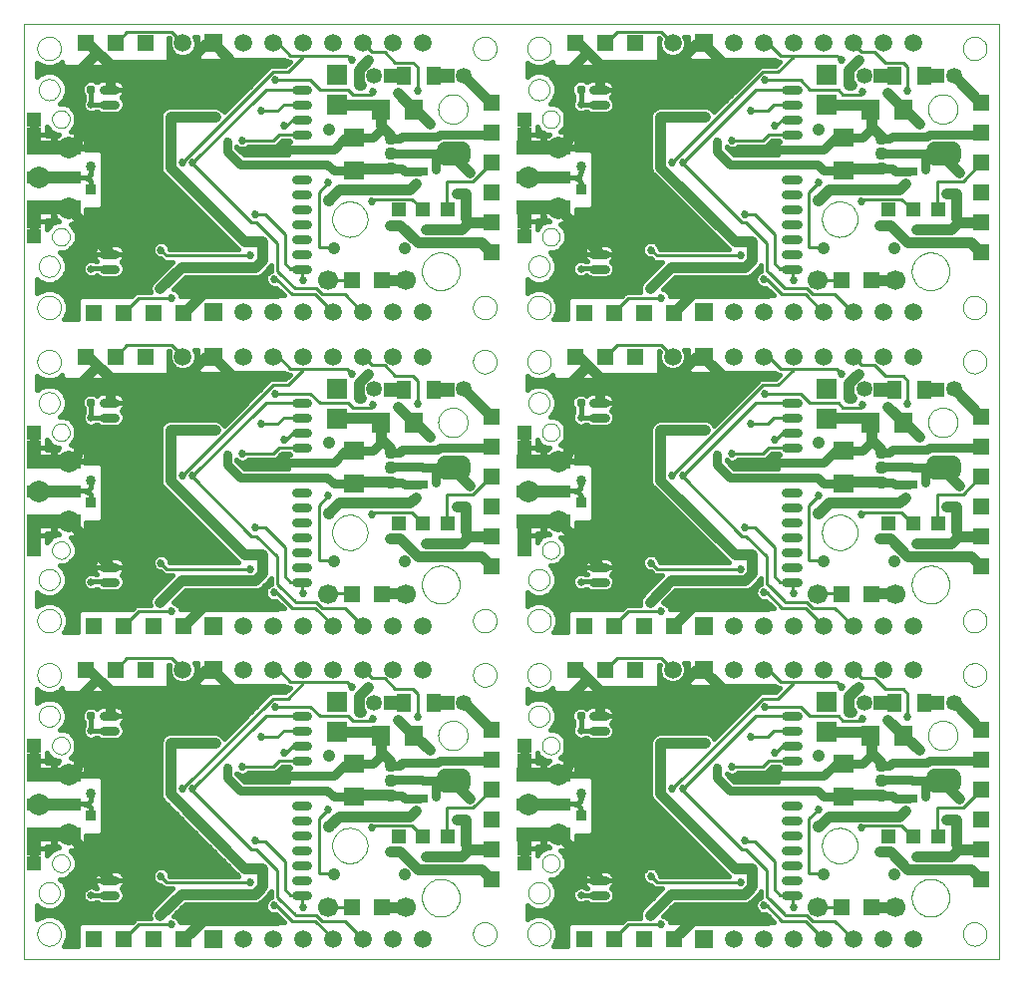
<source format=gtl>
G75*
%MOIN*%
%OFA0B0*%
%FSLAX24Y24*%
%IPPOS*%
%LPD*%
%AMOC8*
5,1,8,0,0,1.08239X$1,22.5*
%
%ADD10C,0.0000*%
%ADD11R,0.0709X0.0709*%
%ADD12R,0.0531X0.0531*%
%ADD13C,0.0591*%
%ADD14R,0.0591X0.0591*%
%ADD15C,0.0728*%
%ADD16R,0.1800X0.0450*%
%ADD17R,0.1800X0.0400*%
%ADD18C,0.0416*%
%ADD19R,0.0551X0.0315*%
%ADD20R,0.0748X0.0315*%
%ADD21C,0.0600*%
%ADD22R,0.0709X0.0630*%
%ADD23R,0.0630X0.0709*%
%ADD24R,0.0500X0.0500*%
%ADD25C,0.0669*%
%ADD26R,0.0472X0.0472*%
%ADD27C,0.0531*%
%ADD28C,0.0433*%
%ADD29R,0.0500X0.0644*%
%ADD30C,0.0315*%
%ADD31C,0.0350*%
%ADD32C,0.0270*%
%ADD33C,0.0258*%
%ADD34C,0.0320*%
%ADD35C,0.0376*%
%ADD36C,0.0157*%
%ADD37C,0.0300*%
%ADD38C,0.0100*%
%ADD39C,0.0160*%
%ADD40R,0.0337X0.0337*%
%ADD41C,0.0337*%
%ADD42OC8,0.0297*%
D10*
X004227Y000218D02*
X036825Y000218D01*
X036825Y031478D01*
X004227Y031478D01*
X004227Y000218D01*
X004659Y001045D02*
X004661Y001084D01*
X004667Y001123D01*
X004677Y001161D01*
X004690Y001198D01*
X004707Y001233D01*
X004727Y001267D01*
X004751Y001298D01*
X004778Y001327D01*
X004807Y001353D01*
X004839Y001376D01*
X004873Y001396D01*
X004909Y001412D01*
X004946Y001424D01*
X004985Y001433D01*
X005024Y001438D01*
X005063Y001439D01*
X005102Y001436D01*
X005141Y001429D01*
X005178Y001418D01*
X005215Y001404D01*
X005250Y001386D01*
X005283Y001365D01*
X005314Y001340D01*
X005342Y001313D01*
X005367Y001283D01*
X005389Y001250D01*
X005408Y001216D01*
X005423Y001180D01*
X005435Y001142D01*
X005443Y001104D01*
X005447Y001065D01*
X005447Y001025D01*
X005443Y000986D01*
X005435Y000948D01*
X005423Y000910D01*
X005408Y000874D01*
X005389Y000840D01*
X005367Y000807D01*
X005342Y000777D01*
X005314Y000750D01*
X005283Y000725D01*
X005250Y000704D01*
X005215Y000686D01*
X005178Y000672D01*
X005141Y000661D01*
X005102Y000654D01*
X005063Y000651D01*
X005024Y000652D01*
X004985Y000657D01*
X004946Y000666D01*
X004909Y000678D01*
X004873Y000694D01*
X004839Y000714D01*
X004807Y000737D01*
X004778Y000763D01*
X004751Y000792D01*
X004727Y000823D01*
X004707Y000857D01*
X004690Y000892D01*
X004677Y000929D01*
X004667Y000967D01*
X004661Y001006D01*
X004659Y001045D01*
X004699Y002423D02*
X004701Y002460D01*
X004707Y002497D01*
X004716Y002532D01*
X004730Y002567D01*
X004746Y002600D01*
X004767Y002631D01*
X004790Y002660D01*
X004816Y002686D01*
X004845Y002709D01*
X004876Y002730D01*
X004909Y002746D01*
X004944Y002760D01*
X004979Y002769D01*
X005016Y002775D01*
X005053Y002777D01*
X005090Y002775D01*
X005127Y002769D01*
X005162Y002760D01*
X005197Y002746D01*
X005230Y002730D01*
X005261Y002709D01*
X005290Y002686D01*
X005316Y002660D01*
X005339Y002631D01*
X005360Y002600D01*
X005376Y002567D01*
X005390Y002532D01*
X005399Y002497D01*
X005405Y002460D01*
X005407Y002423D01*
X005405Y002386D01*
X005399Y002349D01*
X005390Y002314D01*
X005376Y002279D01*
X005360Y002246D01*
X005339Y002215D01*
X005316Y002186D01*
X005290Y002160D01*
X005261Y002137D01*
X005230Y002116D01*
X005197Y002100D01*
X005162Y002086D01*
X005127Y002077D01*
X005090Y002071D01*
X005053Y002069D01*
X005016Y002071D01*
X004979Y002077D01*
X004944Y002086D01*
X004909Y002100D01*
X004876Y002116D01*
X004845Y002137D01*
X004816Y002160D01*
X004790Y002186D01*
X004767Y002215D01*
X004746Y002246D01*
X004730Y002279D01*
X004716Y002314D01*
X004707Y002349D01*
X004701Y002386D01*
X004699Y002423D01*
X005152Y003407D02*
X005154Y003441D01*
X005160Y003475D01*
X005170Y003508D01*
X005183Y003539D01*
X005201Y003569D01*
X005221Y003597D01*
X005245Y003622D01*
X005271Y003644D01*
X005299Y003662D01*
X005330Y003678D01*
X005362Y003690D01*
X005396Y003698D01*
X005430Y003702D01*
X005464Y003702D01*
X005498Y003698D01*
X005532Y003690D01*
X005564Y003678D01*
X005594Y003662D01*
X005623Y003644D01*
X005649Y003622D01*
X005673Y003597D01*
X005693Y003569D01*
X005711Y003539D01*
X005724Y003508D01*
X005734Y003475D01*
X005740Y003441D01*
X005742Y003407D01*
X005740Y003373D01*
X005734Y003339D01*
X005724Y003306D01*
X005711Y003275D01*
X005693Y003245D01*
X005673Y003217D01*
X005649Y003192D01*
X005623Y003170D01*
X005595Y003152D01*
X005564Y003136D01*
X005532Y003124D01*
X005498Y003116D01*
X005464Y003112D01*
X005430Y003112D01*
X005396Y003116D01*
X005362Y003124D01*
X005330Y003136D01*
X005299Y003152D01*
X005271Y003170D01*
X005245Y003192D01*
X005221Y003217D01*
X005201Y003245D01*
X005183Y003275D01*
X005170Y003306D01*
X005160Y003339D01*
X005154Y003373D01*
X005152Y003407D01*
X005152Y007344D02*
X005154Y007378D01*
X005160Y007412D01*
X005170Y007445D01*
X005183Y007476D01*
X005201Y007506D01*
X005221Y007534D01*
X005245Y007559D01*
X005271Y007581D01*
X005299Y007599D01*
X005330Y007615D01*
X005362Y007627D01*
X005396Y007635D01*
X005430Y007639D01*
X005464Y007639D01*
X005498Y007635D01*
X005532Y007627D01*
X005564Y007615D01*
X005594Y007599D01*
X005623Y007581D01*
X005649Y007559D01*
X005673Y007534D01*
X005693Y007506D01*
X005711Y007476D01*
X005724Y007445D01*
X005734Y007412D01*
X005740Y007378D01*
X005742Y007344D01*
X005740Y007310D01*
X005734Y007276D01*
X005724Y007243D01*
X005711Y007212D01*
X005693Y007182D01*
X005673Y007154D01*
X005649Y007129D01*
X005623Y007107D01*
X005595Y007089D01*
X005564Y007073D01*
X005532Y007061D01*
X005498Y007053D01*
X005464Y007049D01*
X005430Y007049D01*
X005396Y007053D01*
X005362Y007061D01*
X005330Y007073D01*
X005299Y007089D01*
X005271Y007107D01*
X005245Y007129D01*
X005221Y007154D01*
X005201Y007182D01*
X005183Y007212D01*
X005170Y007243D01*
X005160Y007276D01*
X005154Y007310D01*
X005152Y007344D01*
X004699Y008328D02*
X004701Y008365D01*
X004707Y008402D01*
X004716Y008437D01*
X004730Y008472D01*
X004746Y008505D01*
X004767Y008536D01*
X004790Y008565D01*
X004816Y008591D01*
X004845Y008614D01*
X004876Y008635D01*
X004909Y008651D01*
X004944Y008665D01*
X004979Y008674D01*
X005016Y008680D01*
X005053Y008682D01*
X005090Y008680D01*
X005127Y008674D01*
X005162Y008665D01*
X005197Y008651D01*
X005230Y008635D01*
X005261Y008614D01*
X005290Y008591D01*
X005316Y008565D01*
X005339Y008536D01*
X005360Y008505D01*
X005376Y008472D01*
X005390Y008437D01*
X005399Y008402D01*
X005405Y008365D01*
X005407Y008328D01*
X005405Y008291D01*
X005399Y008254D01*
X005390Y008219D01*
X005376Y008184D01*
X005360Y008151D01*
X005339Y008120D01*
X005316Y008091D01*
X005290Y008065D01*
X005261Y008042D01*
X005230Y008021D01*
X005197Y008005D01*
X005162Y007991D01*
X005127Y007982D01*
X005090Y007976D01*
X005053Y007974D01*
X005016Y007976D01*
X004979Y007982D01*
X004944Y007991D01*
X004909Y008005D01*
X004876Y008021D01*
X004845Y008042D01*
X004816Y008065D01*
X004790Y008091D01*
X004767Y008120D01*
X004746Y008151D01*
X004730Y008184D01*
X004716Y008219D01*
X004707Y008254D01*
X004701Y008291D01*
X004699Y008328D01*
X004659Y009706D02*
X004661Y009745D01*
X004667Y009784D01*
X004677Y009822D01*
X004690Y009859D01*
X004707Y009894D01*
X004727Y009928D01*
X004751Y009959D01*
X004778Y009988D01*
X004807Y010014D01*
X004839Y010037D01*
X004873Y010057D01*
X004909Y010073D01*
X004946Y010085D01*
X004985Y010094D01*
X005024Y010099D01*
X005063Y010100D01*
X005102Y010097D01*
X005141Y010090D01*
X005178Y010079D01*
X005215Y010065D01*
X005250Y010047D01*
X005283Y010026D01*
X005314Y010001D01*
X005342Y009974D01*
X005367Y009944D01*
X005389Y009911D01*
X005408Y009877D01*
X005423Y009841D01*
X005435Y009803D01*
X005443Y009765D01*
X005447Y009726D01*
X005447Y009686D01*
X005443Y009647D01*
X005435Y009609D01*
X005423Y009571D01*
X005408Y009535D01*
X005389Y009501D01*
X005367Y009468D01*
X005342Y009438D01*
X005314Y009411D01*
X005283Y009386D01*
X005250Y009365D01*
X005215Y009347D01*
X005178Y009333D01*
X005141Y009322D01*
X005102Y009315D01*
X005063Y009312D01*
X005024Y009313D01*
X004985Y009318D01*
X004946Y009327D01*
X004909Y009339D01*
X004873Y009355D01*
X004839Y009375D01*
X004807Y009398D01*
X004778Y009424D01*
X004751Y009453D01*
X004727Y009484D01*
X004707Y009518D01*
X004690Y009553D01*
X004677Y009590D01*
X004667Y009628D01*
X004661Y009667D01*
X004659Y009706D01*
X004659Y011517D02*
X004661Y011556D01*
X004667Y011595D01*
X004677Y011633D01*
X004690Y011670D01*
X004707Y011705D01*
X004727Y011739D01*
X004751Y011770D01*
X004778Y011799D01*
X004807Y011825D01*
X004839Y011848D01*
X004873Y011868D01*
X004909Y011884D01*
X004946Y011896D01*
X004985Y011905D01*
X005024Y011910D01*
X005063Y011911D01*
X005102Y011908D01*
X005141Y011901D01*
X005178Y011890D01*
X005215Y011876D01*
X005250Y011858D01*
X005283Y011837D01*
X005314Y011812D01*
X005342Y011785D01*
X005367Y011755D01*
X005389Y011722D01*
X005408Y011688D01*
X005423Y011652D01*
X005435Y011614D01*
X005443Y011576D01*
X005447Y011537D01*
X005447Y011497D01*
X005443Y011458D01*
X005435Y011420D01*
X005423Y011382D01*
X005408Y011346D01*
X005389Y011312D01*
X005367Y011279D01*
X005342Y011249D01*
X005314Y011222D01*
X005283Y011197D01*
X005250Y011176D01*
X005215Y011158D01*
X005178Y011144D01*
X005141Y011133D01*
X005102Y011126D01*
X005063Y011123D01*
X005024Y011124D01*
X004985Y011129D01*
X004946Y011138D01*
X004909Y011150D01*
X004873Y011166D01*
X004839Y011186D01*
X004807Y011209D01*
X004778Y011235D01*
X004751Y011264D01*
X004727Y011295D01*
X004707Y011329D01*
X004690Y011364D01*
X004677Y011401D01*
X004667Y011439D01*
X004661Y011478D01*
X004659Y011517D01*
X004699Y012895D02*
X004701Y012932D01*
X004707Y012969D01*
X004716Y013004D01*
X004730Y013039D01*
X004746Y013072D01*
X004767Y013103D01*
X004790Y013132D01*
X004816Y013158D01*
X004845Y013181D01*
X004876Y013202D01*
X004909Y013218D01*
X004944Y013232D01*
X004979Y013241D01*
X005016Y013247D01*
X005053Y013249D01*
X005090Y013247D01*
X005127Y013241D01*
X005162Y013232D01*
X005197Y013218D01*
X005230Y013202D01*
X005261Y013181D01*
X005290Y013158D01*
X005316Y013132D01*
X005339Y013103D01*
X005360Y013072D01*
X005376Y013039D01*
X005390Y013004D01*
X005399Y012969D01*
X005405Y012932D01*
X005407Y012895D01*
X005405Y012858D01*
X005399Y012821D01*
X005390Y012786D01*
X005376Y012751D01*
X005360Y012718D01*
X005339Y012687D01*
X005316Y012658D01*
X005290Y012632D01*
X005261Y012609D01*
X005230Y012588D01*
X005197Y012572D01*
X005162Y012558D01*
X005127Y012549D01*
X005090Y012543D01*
X005053Y012541D01*
X005016Y012543D01*
X004979Y012549D01*
X004944Y012558D01*
X004909Y012572D01*
X004876Y012588D01*
X004845Y012609D01*
X004816Y012632D01*
X004790Y012658D01*
X004767Y012687D01*
X004746Y012718D01*
X004730Y012751D01*
X004716Y012786D01*
X004707Y012821D01*
X004701Y012858D01*
X004699Y012895D01*
X005152Y013880D02*
X005154Y013914D01*
X005160Y013948D01*
X005170Y013981D01*
X005183Y014012D01*
X005201Y014042D01*
X005221Y014070D01*
X005245Y014095D01*
X005271Y014117D01*
X005299Y014135D01*
X005330Y014151D01*
X005362Y014163D01*
X005396Y014171D01*
X005430Y014175D01*
X005464Y014175D01*
X005498Y014171D01*
X005532Y014163D01*
X005564Y014151D01*
X005594Y014135D01*
X005623Y014117D01*
X005649Y014095D01*
X005673Y014070D01*
X005693Y014042D01*
X005711Y014012D01*
X005724Y013981D01*
X005734Y013948D01*
X005740Y013914D01*
X005742Y013880D01*
X005740Y013846D01*
X005734Y013812D01*
X005724Y013779D01*
X005711Y013748D01*
X005693Y013718D01*
X005673Y013690D01*
X005649Y013665D01*
X005623Y013643D01*
X005595Y013625D01*
X005564Y013609D01*
X005532Y013597D01*
X005498Y013589D01*
X005464Y013585D01*
X005430Y013585D01*
X005396Y013589D01*
X005362Y013597D01*
X005330Y013609D01*
X005299Y013625D01*
X005271Y013643D01*
X005245Y013665D01*
X005221Y013690D01*
X005201Y013718D01*
X005183Y013748D01*
X005170Y013779D01*
X005160Y013812D01*
X005154Y013846D01*
X005152Y013880D01*
X005152Y017817D02*
X005154Y017851D01*
X005160Y017885D01*
X005170Y017918D01*
X005183Y017949D01*
X005201Y017979D01*
X005221Y018007D01*
X005245Y018032D01*
X005271Y018054D01*
X005299Y018072D01*
X005330Y018088D01*
X005362Y018100D01*
X005396Y018108D01*
X005430Y018112D01*
X005464Y018112D01*
X005498Y018108D01*
X005532Y018100D01*
X005564Y018088D01*
X005594Y018072D01*
X005623Y018054D01*
X005649Y018032D01*
X005673Y018007D01*
X005693Y017979D01*
X005711Y017949D01*
X005724Y017918D01*
X005734Y017885D01*
X005740Y017851D01*
X005742Y017817D01*
X005740Y017783D01*
X005734Y017749D01*
X005724Y017716D01*
X005711Y017685D01*
X005693Y017655D01*
X005673Y017627D01*
X005649Y017602D01*
X005623Y017580D01*
X005595Y017562D01*
X005564Y017546D01*
X005532Y017534D01*
X005498Y017526D01*
X005464Y017522D01*
X005430Y017522D01*
X005396Y017526D01*
X005362Y017534D01*
X005330Y017546D01*
X005299Y017562D01*
X005271Y017580D01*
X005245Y017602D01*
X005221Y017627D01*
X005201Y017655D01*
X005183Y017685D01*
X005170Y017716D01*
X005160Y017749D01*
X005154Y017783D01*
X005152Y017817D01*
X004699Y018801D02*
X004701Y018838D01*
X004707Y018875D01*
X004716Y018910D01*
X004730Y018945D01*
X004746Y018978D01*
X004767Y019009D01*
X004790Y019038D01*
X004816Y019064D01*
X004845Y019087D01*
X004876Y019108D01*
X004909Y019124D01*
X004944Y019138D01*
X004979Y019147D01*
X005016Y019153D01*
X005053Y019155D01*
X005090Y019153D01*
X005127Y019147D01*
X005162Y019138D01*
X005197Y019124D01*
X005230Y019108D01*
X005261Y019087D01*
X005290Y019064D01*
X005316Y019038D01*
X005339Y019009D01*
X005360Y018978D01*
X005376Y018945D01*
X005390Y018910D01*
X005399Y018875D01*
X005405Y018838D01*
X005407Y018801D01*
X005405Y018764D01*
X005399Y018727D01*
X005390Y018692D01*
X005376Y018657D01*
X005360Y018624D01*
X005339Y018593D01*
X005316Y018564D01*
X005290Y018538D01*
X005261Y018515D01*
X005230Y018494D01*
X005197Y018478D01*
X005162Y018464D01*
X005127Y018455D01*
X005090Y018449D01*
X005053Y018447D01*
X005016Y018449D01*
X004979Y018455D01*
X004944Y018464D01*
X004909Y018478D01*
X004876Y018494D01*
X004845Y018515D01*
X004816Y018538D01*
X004790Y018564D01*
X004767Y018593D01*
X004746Y018624D01*
X004730Y018657D01*
X004716Y018692D01*
X004707Y018727D01*
X004701Y018764D01*
X004699Y018801D01*
X004659Y020179D02*
X004661Y020218D01*
X004667Y020257D01*
X004677Y020295D01*
X004690Y020332D01*
X004707Y020367D01*
X004727Y020401D01*
X004751Y020432D01*
X004778Y020461D01*
X004807Y020487D01*
X004839Y020510D01*
X004873Y020530D01*
X004909Y020546D01*
X004946Y020558D01*
X004985Y020567D01*
X005024Y020572D01*
X005063Y020573D01*
X005102Y020570D01*
X005141Y020563D01*
X005178Y020552D01*
X005215Y020538D01*
X005250Y020520D01*
X005283Y020499D01*
X005314Y020474D01*
X005342Y020447D01*
X005367Y020417D01*
X005389Y020384D01*
X005408Y020350D01*
X005423Y020314D01*
X005435Y020276D01*
X005443Y020238D01*
X005447Y020199D01*
X005447Y020159D01*
X005443Y020120D01*
X005435Y020082D01*
X005423Y020044D01*
X005408Y020008D01*
X005389Y019974D01*
X005367Y019941D01*
X005342Y019911D01*
X005314Y019884D01*
X005283Y019859D01*
X005250Y019838D01*
X005215Y019820D01*
X005178Y019806D01*
X005141Y019795D01*
X005102Y019788D01*
X005063Y019785D01*
X005024Y019786D01*
X004985Y019791D01*
X004946Y019800D01*
X004909Y019812D01*
X004873Y019828D01*
X004839Y019848D01*
X004807Y019871D01*
X004778Y019897D01*
X004751Y019926D01*
X004727Y019957D01*
X004707Y019991D01*
X004690Y020026D01*
X004677Y020063D01*
X004667Y020101D01*
X004661Y020140D01*
X004659Y020179D01*
X004659Y021990D02*
X004661Y022029D01*
X004667Y022068D01*
X004677Y022106D01*
X004690Y022143D01*
X004707Y022178D01*
X004727Y022212D01*
X004751Y022243D01*
X004778Y022272D01*
X004807Y022298D01*
X004839Y022321D01*
X004873Y022341D01*
X004909Y022357D01*
X004946Y022369D01*
X004985Y022378D01*
X005024Y022383D01*
X005063Y022384D01*
X005102Y022381D01*
X005141Y022374D01*
X005178Y022363D01*
X005215Y022349D01*
X005250Y022331D01*
X005283Y022310D01*
X005314Y022285D01*
X005342Y022258D01*
X005367Y022228D01*
X005389Y022195D01*
X005408Y022161D01*
X005423Y022125D01*
X005435Y022087D01*
X005443Y022049D01*
X005447Y022010D01*
X005447Y021970D01*
X005443Y021931D01*
X005435Y021893D01*
X005423Y021855D01*
X005408Y021819D01*
X005389Y021785D01*
X005367Y021752D01*
X005342Y021722D01*
X005314Y021695D01*
X005283Y021670D01*
X005250Y021649D01*
X005215Y021631D01*
X005178Y021617D01*
X005141Y021606D01*
X005102Y021599D01*
X005063Y021596D01*
X005024Y021597D01*
X004985Y021602D01*
X004946Y021611D01*
X004909Y021623D01*
X004873Y021639D01*
X004839Y021659D01*
X004807Y021682D01*
X004778Y021708D01*
X004751Y021737D01*
X004727Y021768D01*
X004707Y021802D01*
X004690Y021837D01*
X004677Y021874D01*
X004667Y021912D01*
X004661Y021951D01*
X004659Y021990D01*
X004699Y023368D02*
X004701Y023405D01*
X004707Y023442D01*
X004716Y023477D01*
X004730Y023512D01*
X004746Y023545D01*
X004767Y023576D01*
X004790Y023605D01*
X004816Y023631D01*
X004845Y023654D01*
X004876Y023675D01*
X004909Y023691D01*
X004944Y023705D01*
X004979Y023714D01*
X005016Y023720D01*
X005053Y023722D01*
X005090Y023720D01*
X005127Y023714D01*
X005162Y023705D01*
X005197Y023691D01*
X005230Y023675D01*
X005261Y023654D01*
X005290Y023631D01*
X005316Y023605D01*
X005339Y023576D01*
X005360Y023545D01*
X005376Y023512D01*
X005390Y023477D01*
X005399Y023442D01*
X005405Y023405D01*
X005407Y023368D01*
X005405Y023331D01*
X005399Y023294D01*
X005390Y023259D01*
X005376Y023224D01*
X005360Y023191D01*
X005339Y023160D01*
X005316Y023131D01*
X005290Y023105D01*
X005261Y023082D01*
X005230Y023061D01*
X005197Y023045D01*
X005162Y023031D01*
X005127Y023022D01*
X005090Y023016D01*
X005053Y023014D01*
X005016Y023016D01*
X004979Y023022D01*
X004944Y023031D01*
X004909Y023045D01*
X004876Y023061D01*
X004845Y023082D01*
X004816Y023105D01*
X004790Y023131D01*
X004767Y023160D01*
X004746Y023191D01*
X004730Y023224D01*
X004716Y023259D01*
X004707Y023294D01*
X004701Y023331D01*
X004699Y023368D01*
X005152Y024352D02*
X005154Y024386D01*
X005160Y024420D01*
X005170Y024453D01*
X005183Y024484D01*
X005201Y024514D01*
X005221Y024542D01*
X005245Y024567D01*
X005271Y024589D01*
X005299Y024607D01*
X005330Y024623D01*
X005362Y024635D01*
X005396Y024643D01*
X005430Y024647D01*
X005464Y024647D01*
X005498Y024643D01*
X005532Y024635D01*
X005564Y024623D01*
X005594Y024607D01*
X005623Y024589D01*
X005649Y024567D01*
X005673Y024542D01*
X005693Y024514D01*
X005711Y024484D01*
X005724Y024453D01*
X005734Y024420D01*
X005740Y024386D01*
X005742Y024352D01*
X005740Y024318D01*
X005734Y024284D01*
X005724Y024251D01*
X005711Y024220D01*
X005693Y024190D01*
X005673Y024162D01*
X005649Y024137D01*
X005623Y024115D01*
X005595Y024097D01*
X005564Y024081D01*
X005532Y024069D01*
X005498Y024061D01*
X005464Y024057D01*
X005430Y024057D01*
X005396Y024061D01*
X005362Y024069D01*
X005330Y024081D01*
X005299Y024097D01*
X005271Y024115D01*
X005245Y024137D01*
X005221Y024162D01*
X005201Y024190D01*
X005183Y024220D01*
X005170Y024251D01*
X005160Y024284D01*
X005154Y024318D01*
X005152Y024352D01*
X005152Y028289D02*
X005154Y028323D01*
X005160Y028357D01*
X005170Y028390D01*
X005183Y028421D01*
X005201Y028451D01*
X005221Y028479D01*
X005245Y028504D01*
X005271Y028526D01*
X005299Y028544D01*
X005330Y028560D01*
X005362Y028572D01*
X005396Y028580D01*
X005430Y028584D01*
X005464Y028584D01*
X005498Y028580D01*
X005532Y028572D01*
X005564Y028560D01*
X005594Y028544D01*
X005623Y028526D01*
X005649Y028504D01*
X005673Y028479D01*
X005693Y028451D01*
X005711Y028421D01*
X005724Y028390D01*
X005734Y028357D01*
X005740Y028323D01*
X005742Y028289D01*
X005740Y028255D01*
X005734Y028221D01*
X005724Y028188D01*
X005711Y028157D01*
X005693Y028127D01*
X005673Y028099D01*
X005649Y028074D01*
X005623Y028052D01*
X005595Y028034D01*
X005564Y028018D01*
X005532Y028006D01*
X005498Y027998D01*
X005464Y027994D01*
X005430Y027994D01*
X005396Y027998D01*
X005362Y028006D01*
X005330Y028018D01*
X005299Y028034D01*
X005271Y028052D01*
X005245Y028074D01*
X005221Y028099D01*
X005201Y028127D01*
X005183Y028157D01*
X005170Y028188D01*
X005160Y028221D01*
X005154Y028255D01*
X005152Y028289D01*
X004699Y029273D02*
X004701Y029310D01*
X004707Y029347D01*
X004716Y029382D01*
X004730Y029417D01*
X004746Y029450D01*
X004767Y029481D01*
X004790Y029510D01*
X004816Y029536D01*
X004845Y029559D01*
X004876Y029580D01*
X004909Y029596D01*
X004944Y029610D01*
X004979Y029619D01*
X005016Y029625D01*
X005053Y029627D01*
X005090Y029625D01*
X005127Y029619D01*
X005162Y029610D01*
X005197Y029596D01*
X005230Y029580D01*
X005261Y029559D01*
X005290Y029536D01*
X005316Y029510D01*
X005339Y029481D01*
X005360Y029450D01*
X005376Y029417D01*
X005390Y029382D01*
X005399Y029347D01*
X005405Y029310D01*
X005407Y029273D01*
X005405Y029236D01*
X005399Y029199D01*
X005390Y029164D01*
X005376Y029129D01*
X005360Y029096D01*
X005339Y029065D01*
X005316Y029036D01*
X005290Y029010D01*
X005261Y028987D01*
X005230Y028966D01*
X005197Y028950D01*
X005162Y028936D01*
X005127Y028927D01*
X005090Y028921D01*
X005053Y028919D01*
X005016Y028921D01*
X004979Y028927D01*
X004944Y028936D01*
X004909Y028950D01*
X004876Y028966D01*
X004845Y028987D01*
X004816Y029010D01*
X004790Y029036D01*
X004767Y029065D01*
X004746Y029096D01*
X004730Y029129D01*
X004716Y029164D01*
X004707Y029199D01*
X004701Y029236D01*
X004699Y029273D01*
X004659Y030651D02*
X004661Y030690D01*
X004667Y030729D01*
X004677Y030767D01*
X004690Y030804D01*
X004707Y030839D01*
X004727Y030873D01*
X004751Y030904D01*
X004778Y030933D01*
X004807Y030959D01*
X004839Y030982D01*
X004873Y031002D01*
X004909Y031018D01*
X004946Y031030D01*
X004985Y031039D01*
X005024Y031044D01*
X005063Y031045D01*
X005102Y031042D01*
X005141Y031035D01*
X005178Y031024D01*
X005215Y031010D01*
X005250Y030992D01*
X005283Y030971D01*
X005314Y030946D01*
X005342Y030919D01*
X005367Y030889D01*
X005389Y030856D01*
X005408Y030822D01*
X005423Y030786D01*
X005435Y030748D01*
X005443Y030710D01*
X005447Y030671D01*
X005447Y030631D01*
X005443Y030592D01*
X005435Y030554D01*
X005423Y030516D01*
X005408Y030480D01*
X005389Y030446D01*
X005367Y030413D01*
X005342Y030383D01*
X005314Y030356D01*
X005283Y030331D01*
X005250Y030310D01*
X005215Y030292D01*
X005178Y030278D01*
X005141Y030267D01*
X005102Y030260D01*
X005063Y030257D01*
X005024Y030258D01*
X004985Y030263D01*
X004946Y030272D01*
X004909Y030284D01*
X004873Y030300D01*
X004839Y030320D01*
X004807Y030343D01*
X004778Y030369D01*
X004751Y030398D01*
X004727Y030429D01*
X004707Y030463D01*
X004690Y030498D01*
X004677Y030535D01*
X004667Y030573D01*
X004661Y030612D01*
X004659Y030651D01*
X014514Y024943D02*
X014516Y024991D01*
X014522Y025039D01*
X014532Y025086D01*
X014545Y025132D01*
X014563Y025177D01*
X014583Y025221D01*
X014608Y025263D01*
X014636Y025302D01*
X014666Y025339D01*
X014700Y025373D01*
X014737Y025405D01*
X014775Y025434D01*
X014816Y025459D01*
X014859Y025481D01*
X014904Y025499D01*
X014950Y025513D01*
X014997Y025524D01*
X015045Y025531D01*
X015093Y025534D01*
X015141Y025533D01*
X015189Y025528D01*
X015237Y025519D01*
X015283Y025507D01*
X015328Y025490D01*
X015372Y025470D01*
X015414Y025447D01*
X015454Y025420D01*
X015492Y025390D01*
X015527Y025357D01*
X015559Y025321D01*
X015589Y025283D01*
X015615Y025242D01*
X015637Y025199D01*
X015657Y025155D01*
X015672Y025110D01*
X015684Y025063D01*
X015692Y025015D01*
X015696Y024967D01*
X015696Y024919D01*
X015692Y024871D01*
X015684Y024823D01*
X015672Y024776D01*
X015657Y024731D01*
X015637Y024687D01*
X015615Y024644D01*
X015589Y024603D01*
X015559Y024565D01*
X015527Y024529D01*
X015492Y024496D01*
X015454Y024466D01*
X015414Y024439D01*
X015372Y024416D01*
X015328Y024396D01*
X015283Y024379D01*
X015237Y024367D01*
X015189Y024358D01*
X015141Y024353D01*
X015093Y024352D01*
X015045Y024355D01*
X014997Y024362D01*
X014950Y024373D01*
X014904Y024387D01*
X014859Y024405D01*
X014816Y024427D01*
X014775Y024452D01*
X014737Y024481D01*
X014700Y024513D01*
X014666Y024547D01*
X014636Y024584D01*
X014608Y024623D01*
X014583Y024665D01*
X014563Y024709D01*
X014545Y024754D01*
X014532Y024800D01*
X014522Y024847D01*
X014516Y024895D01*
X014514Y024943D01*
X017514Y023198D02*
X017516Y023248D01*
X017522Y023298D01*
X017532Y023347D01*
X017546Y023395D01*
X017563Y023442D01*
X017584Y023487D01*
X017609Y023531D01*
X017637Y023572D01*
X017669Y023611D01*
X017703Y023648D01*
X017740Y023682D01*
X017780Y023712D01*
X017822Y023739D01*
X017866Y023763D01*
X017912Y023784D01*
X017959Y023800D01*
X018007Y023813D01*
X018057Y023822D01*
X018106Y023827D01*
X018157Y023828D01*
X018207Y023825D01*
X018256Y023818D01*
X018305Y023807D01*
X018353Y023792D01*
X018399Y023774D01*
X018444Y023752D01*
X018487Y023726D01*
X018528Y023697D01*
X018567Y023665D01*
X018603Y023630D01*
X018635Y023592D01*
X018665Y023552D01*
X018692Y023509D01*
X018715Y023465D01*
X018734Y023419D01*
X018750Y023371D01*
X018762Y023322D01*
X018770Y023273D01*
X018774Y023223D01*
X018774Y023173D01*
X018770Y023123D01*
X018762Y023074D01*
X018750Y023025D01*
X018734Y022977D01*
X018715Y022931D01*
X018692Y022887D01*
X018665Y022844D01*
X018635Y022804D01*
X018603Y022766D01*
X018567Y022731D01*
X018528Y022699D01*
X018487Y022670D01*
X018444Y022644D01*
X018399Y022622D01*
X018353Y022604D01*
X018305Y022589D01*
X018256Y022578D01*
X018207Y022571D01*
X018157Y022568D01*
X018106Y022569D01*
X018057Y022574D01*
X018007Y022583D01*
X017959Y022596D01*
X017912Y022612D01*
X017866Y022633D01*
X017822Y022657D01*
X017780Y022684D01*
X017740Y022714D01*
X017703Y022748D01*
X017669Y022785D01*
X017637Y022824D01*
X017609Y022865D01*
X017584Y022909D01*
X017563Y022954D01*
X017546Y023001D01*
X017532Y023049D01*
X017522Y023098D01*
X017516Y023148D01*
X017514Y023198D01*
X019226Y021990D02*
X019228Y022029D01*
X019234Y022068D01*
X019244Y022106D01*
X019257Y022143D01*
X019274Y022178D01*
X019294Y022212D01*
X019318Y022243D01*
X019345Y022272D01*
X019374Y022298D01*
X019406Y022321D01*
X019440Y022341D01*
X019476Y022357D01*
X019513Y022369D01*
X019552Y022378D01*
X019591Y022383D01*
X019630Y022384D01*
X019669Y022381D01*
X019708Y022374D01*
X019745Y022363D01*
X019782Y022349D01*
X019817Y022331D01*
X019850Y022310D01*
X019881Y022285D01*
X019909Y022258D01*
X019934Y022228D01*
X019956Y022195D01*
X019975Y022161D01*
X019990Y022125D01*
X020002Y022087D01*
X020010Y022049D01*
X020014Y022010D01*
X020014Y021970D01*
X020010Y021931D01*
X020002Y021893D01*
X019990Y021855D01*
X019975Y021819D01*
X019956Y021785D01*
X019934Y021752D01*
X019909Y021722D01*
X019881Y021695D01*
X019850Y021670D01*
X019817Y021649D01*
X019782Y021631D01*
X019745Y021617D01*
X019708Y021606D01*
X019669Y021599D01*
X019630Y021596D01*
X019591Y021597D01*
X019552Y021602D01*
X019513Y021611D01*
X019476Y021623D01*
X019440Y021639D01*
X019406Y021659D01*
X019374Y021682D01*
X019345Y021708D01*
X019318Y021737D01*
X019294Y021768D01*
X019274Y021802D01*
X019257Y021837D01*
X019244Y021874D01*
X019234Y021912D01*
X019228Y021951D01*
X019226Y021990D01*
X019226Y020179D02*
X019228Y020218D01*
X019234Y020257D01*
X019244Y020295D01*
X019257Y020332D01*
X019274Y020367D01*
X019294Y020401D01*
X019318Y020432D01*
X019345Y020461D01*
X019374Y020487D01*
X019406Y020510D01*
X019440Y020530D01*
X019476Y020546D01*
X019513Y020558D01*
X019552Y020567D01*
X019591Y020572D01*
X019630Y020573D01*
X019669Y020570D01*
X019708Y020563D01*
X019745Y020552D01*
X019782Y020538D01*
X019817Y020520D01*
X019850Y020499D01*
X019881Y020474D01*
X019909Y020447D01*
X019934Y020417D01*
X019956Y020384D01*
X019975Y020350D01*
X019990Y020314D01*
X020002Y020276D01*
X020010Y020238D01*
X020014Y020199D01*
X020014Y020159D01*
X020010Y020120D01*
X020002Y020082D01*
X019990Y020044D01*
X019975Y020008D01*
X019956Y019974D01*
X019934Y019941D01*
X019909Y019911D01*
X019881Y019884D01*
X019850Y019859D01*
X019817Y019838D01*
X019782Y019820D01*
X019745Y019806D01*
X019708Y019795D01*
X019669Y019788D01*
X019630Y019785D01*
X019591Y019786D01*
X019552Y019791D01*
X019513Y019800D01*
X019476Y019812D01*
X019440Y019828D01*
X019406Y019848D01*
X019374Y019871D01*
X019345Y019897D01*
X019318Y019926D01*
X019294Y019957D01*
X019274Y019991D01*
X019257Y020026D01*
X019244Y020063D01*
X019234Y020101D01*
X019228Y020140D01*
X019226Y020179D01*
X018061Y018151D02*
X018063Y018195D01*
X018069Y018239D01*
X018079Y018282D01*
X018092Y018324D01*
X018110Y018364D01*
X018131Y018403D01*
X018155Y018440D01*
X018182Y018475D01*
X018213Y018507D01*
X018246Y018536D01*
X018282Y018562D01*
X018320Y018584D01*
X018360Y018603D01*
X018401Y018619D01*
X018444Y018631D01*
X018487Y018639D01*
X018531Y018643D01*
X018575Y018643D01*
X018619Y018639D01*
X018662Y018631D01*
X018705Y018619D01*
X018746Y018603D01*
X018786Y018584D01*
X018824Y018562D01*
X018860Y018536D01*
X018893Y018507D01*
X018924Y018475D01*
X018951Y018440D01*
X018975Y018403D01*
X018996Y018364D01*
X019014Y018324D01*
X019027Y018282D01*
X019037Y018239D01*
X019043Y018195D01*
X019045Y018151D01*
X019043Y018107D01*
X019037Y018063D01*
X019027Y018020D01*
X019014Y017978D01*
X018996Y017938D01*
X018975Y017899D01*
X018951Y017862D01*
X018924Y017827D01*
X018893Y017795D01*
X018860Y017766D01*
X018824Y017740D01*
X018786Y017718D01*
X018746Y017699D01*
X018705Y017683D01*
X018662Y017671D01*
X018619Y017663D01*
X018575Y017659D01*
X018531Y017659D01*
X018487Y017663D01*
X018444Y017671D01*
X018401Y017683D01*
X018360Y017699D01*
X018320Y017718D01*
X018282Y017740D01*
X018246Y017766D01*
X018213Y017795D01*
X018182Y017827D01*
X018155Y017862D01*
X018131Y017899D01*
X018110Y017938D01*
X018092Y017978D01*
X018079Y018020D01*
X018069Y018063D01*
X018063Y018107D01*
X018061Y018151D01*
X021077Y018801D02*
X021079Y018838D01*
X021085Y018875D01*
X021094Y018910D01*
X021108Y018945D01*
X021124Y018978D01*
X021145Y019009D01*
X021168Y019038D01*
X021194Y019064D01*
X021223Y019087D01*
X021254Y019108D01*
X021287Y019124D01*
X021322Y019138D01*
X021357Y019147D01*
X021394Y019153D01*
X021431Y019155D01*
X021468Y019153D01*
X021505Y019147D01*
X021540Y019138D01*
X021575Y019124D01*
X021608Y019108D01*
X021639Y019087D01*
X021668Y019064D01*
X021694Y019038D01*
X021717Y019009D01*
X021738Y018978D01*
X021754Y018945D01*
X021768Y018910D01*
X021777Y018875D01*
X021783Y018838D01*
X021785Y018801D01*
X021783Y018764D01*
X021777Y018727D01*
X021768Y018692D01*
X021754Y018657D01*
X021738Y018624D01*
X021717Y018593D01*
X021694Y018564D01*
X021668Y018538D01*
X021639Y018515D01*
X021608Y018494D01*
X021575Y018478D01*
X021540Y018464D01*
X021505Y018455D01*
X021468Y018449D01*
X021431Y018447D01*
X021394Y018449D01*
X021357Y018455D01*
X021322Y018464D01*
X021287Y018478D01*
X021254Y018494D01*
X021223Y018515D01*
X021194Y018538D01*
X021168Y018564D01*
X021145Y018593D01*
X021124Y018624D01*
X021108Y018657D01*
X021094Y018692D01*
X021085Y018727D01*
X021079Y018764D01*
X021077Y018801D01*
X021530Y017817D02*
X021532Y017851D01*
X021538Y017885D01*
X021548Y017918D01*
X021561Y017949D01*
X021579Y017979D01*
X021599Y018007D01*
X021623Y018032D01*
X021649Y018054D01*
X021677Y018072D01*
X021708Y018088D01*
X021740Y018100D01*
X021774Y018108D01*
X021808Y018112D01*
X021842Y018112D01*
X021876Y018108D01*
X021910Y018100D01*
X021942Y018088D01*
X021972Y018072D01*
X022001Y018054D01*
X022027Y018032D01*
X022051Y018007D01*
X022071Y017979D01*
X022089Y017949D01*
X022102Y017918D01*
X022112Y017885D01*
X022118Y017851D01*
X022120Y017817D01*
X022118Y017783D01*
X022112Y017749D01*
X022102Y017716D01*
X022089Y017685D01*
X022071Y017655D01*
X022051Y017627D01*
X022027Y017602D01*
X022001Y017580D01*
X021973Y017562D01*
X021942Y017546D01*
X021910Y017534D01*
X021876Y017526D01*
X021842Y017522D01*
X021808Y017522D01*
X021774Y017526D01*
X021740Y017534D01*
X021708Y017546D01*
X021677Y017562D01*
X021649Y017580D01*
X021623Y017602D01*
X021599Y017627D01*
X021579Y017655D01*
X021561Y017685D01*
X021548Y017716D01*
X021538Y017749D01*
X021532Y017783D01*
X021530Y017817D01*
X021037Y020179D02*
X021039Y020218D01*
X021045Y020257D01*
X021055Y020295D01*
X021068Y020332D01*
X021085Y020367D01*
X021105Y020401D01*
X021129Y020432D01*
X021156Y020461D01*
X021185Y020487D01*
X021217Y020510D01*
X021251Y020530D01*
X021287Y020546D01*
X021324Y020558D01*
X021363Y020567D01*
X021402Y020572D01*
X021441Y020573D01*
X021480Y020570D01*
X021519Y020563D01*
X021556Y020552D01*
X021593Y020538D01*
X021628Y020520D01*
X021661Y020499D01*
X021692Y020474D01*
X021720Y020447D01*
X021745Y020417D01*
X021767Y020384D01*
X021786Y020350D01*
X021801Y020314D01*
X021813Y020276D01*
X021821Y020238D01*
X021825Y020199D01*
X021825Y020159D01*
X021821Y020120D01*
X021813Y020082D01*
X021801Y020044D01*
X021786Y020008D01*
X021767Y019974D01*
X021745Y019941D01*
X021720Y019911D01*
X021692Y019884D01*
X021661Y019859D01*
X021628Y019838D01*
X021593Y019820D01*
X021556Y019806D01*
X021519Y019795D01*
X021480Y019788D01*
X021441Y019785D01*
X021402Y019786D01*
X021363Y019791D01*
X021324Y019800D01*
X021287Y019812D01*
X021251Y019828D01*
X021217Y019848D01*
X021185Y019871D01*
X021156Y019897D01*
X021129Y019926D01*
X021105Y019957D01*
X021085Y019991D01*
X021068Y020026D01*
X021055Y020063D01*
X021045Y020101D01*
X021039Y020140D01*
X021037Y020179D01*
X021037Y021990D02*
X021039Y022029D01*
X021045Y022068D01*
X021055Y022106D01*
X021068Y022143D01*
X021085Y022178D01*
X021105Y022212D01*
X021129Y022243D01*
X021156Y022272D01*
X021185Y022298D01*
X021217Y022321D01*
X021251Y022341D01*
X021287Y022357D01*
X021324Y022369D01*
X021363Y022378D01*
X021402Y022383D01*
X021441Y022384D01*
X021480Y022381D01*
X021519Y022374D01*
X021556Y022363D01*
X021593Y022349D01*
X021628Y022331D01*
X021661Y022310D01*
X021692Y022285D01*
X021720Y022258D01*
X021745Y022228D01*
X021767Y022195D01*
X021786Y022161D01*
X021801Y022125D01*
X021813Y022087D01*
X021821Y022049D01*
X021825Y022010D01*
X021825Y021970D01*
X021821Y021931D01*
X021813Y021893D01*
X021801Y021855D01*
X021786Y021819D01*
X021767Y021785D01*
X021745Y021752D01*
X021720Y021722D01*
X021692Y021695D01*
X021661Y021670D01*
X021628Y021649D01*
X021593Y021631D01*
X021556Y021617D01*
X021519Y021606D01*
X021480Y021599D01*
X021441Y021596D01*
X021402Y021597D01*
X021363Y021602D01*
X021324Y021611D01*
X021287Y021623D01*
X021251Y021639D01*
X021217Y021659D01*
X021185Y021682D01*
X021156Y021708D01*
X021129Y021737D01*
X021105Y021768D01*
X021085Y021802D01*
X021068Y021837D01*
X021055Y021874D01*
X021045Y021912D01*
X021039Y021951D01*
X021037Y021990D01*
X021077Y023368D02*
X021079Y023405D01*
X021085Y023442D01*
X021094Y023477D01*
X021108Y023512D01*
X021124Y023545D01*
X021145Y023576D01*
X021168Y023605D01*
X021194Y023631D01*
X021223Y023654D01*
X021254Y023675D01*
X021287Y023691D01*
X021322Y023705D01*
X021357Y023714D01*
X021394Y023720D01*
X021431Y023722D01*
X021468Y023720D01*
X021505Y023714D01*
X021540Y023705D01*
X021575Y023691D01*
X021608Y023675D01*
X021639Y023654D01*
X021668Y023631D01*
X021694Y023605D01*
X021717Y023576D01*
X021738Y023545D01*
X021754Y023512D01*
X021768Y023477D01*
X021777Y023442D01*
X021783Y023405D01*
X021785Y023368D01*
X021783Y023331D01*
X021777Y023294D01*
X021768Y023259D01*
X021754Y023224D01*
X021738Y023191D01*
X021717Y023160D01*
X021694Y023131D01*
X021668Y023105D01*
X021639Y023082D01*
X021608Y023061D01*
X021575Y023045D01*
X021540Y023031D01*
X021505Y023022D01*
X021468Y023016D01*
X021431Y023014D01*
X021394Y023016D01*
X021357Y023022D01*
X021322Y023031D01*
X021287Y023045D01*
X021254Y023061D01*
X021223Y023082D01*
X021194Y023105D01*
X021168Y023131D01*
X021145Y023160D01*
X021124Y023191D01*
X021108Y023224D01*
X021094Y023259D01*
X021085Y023294D01*
X021079Y023331D01*
X021077Y023368D01*
X021530Y024352D02*
X021532Y024386D01*
X021538Y024420D01*
X021548Y024453D01*
X021561Y024484D01*
X021579Y024514D01*
X021599Y024542D01*
X021623Y024567D01*
X021649Y024589D01*
X021677Y024607D01*
X021708Y024623D01*
X021740Y024635D01*
X021774Y024643D01*
X021808Y024647D01*
X021842Y024647D01*
X021876Y024643D01*
X021910Y024635D01*
X021942Y024623D01*
X021972Y024607D01*
X022001Y024589D01*
X022027Y024567D01*
X022051Y024542D01*
X022071Y024514D01*
X022089Y024484D01*
X022102Y024453D01*
X022112Y024420D01*
X022118Y024386D01*
X022120Y024352D01*
X022118Y024318D01*
X022112Y024284D01*
X022102Y024251D01*
X022089Y024220D01*
X022071Y024190D01*
X022051Y024162D01*
X022027Y024137D01*
X022001Y024115D01*
X021973Y024097D01*
X021942Y024081D01*
X021910Y024069D01*
X021876Y024061D01*
X021842Y024057D01*
X021808Y024057D01*
X021774Y024061D01*
X021740Y024069D01*
X021708Y024081D01*
X021677Y024097D01*
X021649Y024115D01*
X021623Y024137D01*
X021599Y024162D01*
X021579Y024190D01*
X021561Y024220D01*
X021548Y024251D01*
X021538Y024284D01*
X021532Y024318D01*
X021530Y024352D01*
X021530Y028289D02*
X021532Y028323D01*
X021538Y028357D01*
X021548Y028390D01*
X021561Y028421D01*
X021579Y028451D01*
X021599Y028479D01*
X021623Y028504D01*
X021649Y028526D01*
X021677Y028544D01*
X021708Y028560D01*
X021740Y028572D01*
X021774Y028580D01*
X021808Y028584D01*
X021842Y028584D01*
X021876Y028580D01*
X021910Y028572D01*
X021942Y028560D01*
X021972Y028544D01*
X022001Y028526D01*
X022027Y028504D01*
X022051Y028479D01*
X022071Y028451D01*
X022089Y028421D01*
X022102Y028390D01*
X022112Y028357D01*
X022118Y028323D01*
X022120Y028289D01*
X022118Y028255D01*
X022112Y028221D01*
X022102Y028188D01*
X022089Y028157D01*
X022071Y028127D01*
X022051Y028099D01*
X022027Y028074D01*
X022001Y028052D01*
X021973Y028034D01*
X021942Y028018D01*
X021910Y028006D01*
X021876Y027998D01*
X021842Y027994D01*
X021808Y027994D01*
X021774Y027998D01*
X021740Y028006D01*
X021708Y028018D01*
X021677Y028034D01*
X021649Y028052D01*
X021623Y028074D01*
X021599Y028099D01*
X021579Y028127D01*
X021561Y028157D01*
X021548Y028188D01*
X021538Y028221D01*
X021532Y028255D01*
X021530Y028289D01*
X021077Y029273D02*
X021079Y029310D01*
X021085Y029347D01*
X021094Y029382D01*
X021108Y029417D01*
X021124Y029450D01*
X021145Y029481D01*
X021168Y029510D01*
X021194Y029536D01*
X021223Y029559D01*
X021254Y029580D01*
X021287Y029596D01*
X021322Y029610D01*
X021357Y029619D01*
X021394Y029625D01*
X021431Y029627D01*
X021468Y029625D01*
X021505Y029619D01*
X021540Y029610D01*
X021575Y029596D01*
X021608Y029580D01*
X021639Y029559D01*
X021668Y029536D01*
X021694Y029510D01*
X021717Y029481D01*
X021738Y029450D01*
X021754Y029417D01*
X021768Y029382D01*
X021777Y029347D01*
X021783Y029310D01*
X021785Y029273D01*
X021783Y029236D01*
X021777Y029199D01*
X021768Y029164D01*
X021754Y029129D01*
X021738Y029096D01*
X021717Y029065D01*
X021694Y029036D01*
X021668Y029010D01*
X021639Y028987D01*
X021608Y028966D01*
X021575Y028950D01*
X021540Y028936D01*
X021505Y028927D01*
X021468Y028921D01*
X021431Y028919D01*
X021394Y028921D01*
X021357Y028927D01*
X021322Y028936D01*
X021287Y028950D01*
X021254Y028966D01*
X021223Y028987D01*
X021194Y029010D01*
X021168Y029036D01*
X021145Y029065D01*
X021124Y029096D01*
X021108Y029129D01*
X021094Y029164D01*
X021085Y029199D01*
X021079Y029236D01*
X021077Y029273D01*
X021037Y030651D02*
X021039Y030690D01*
X021045Y030729D01*
X021055Y030767D01*
X021068Y030804D01*
X021085Y030839D01*
X021105Y030873D01*
X021129Y030904D01*
X021156Y030933D01*
X021185Y030959D01*
X021217Y030982D01*
X021251Y031002D01*
X021287Y031018D01*
X021324Y031030D01*
X021363Y031039D01*
X021402Y031044D01*
X021441Y031045D01*
X021480Y031042D01*
X021519Y031035D01*
X021556Y031024D01*
X021593Y031010D01*
X021628Y030992D01*
X021661Y030971D01*
X021692Y030946D01*
X021720Y030919D01*
X021745Y030889D01*
X021767Y030856D01*
X021786Y030822D01*
X021801Y030786D01*
X021813Y030748D01*
X021821Y030710D01*
X021825Y030671D01*
X021825Y030631D01*
X021821Y030592D01*
X021813Y030554D01*
X021801Y030516D01*
X021786Y030480D01*
X021767Y030446D01*
X021745Y030413D01*
X021720Y030383D01*
X021692Y030356D01*
X021661Y030331D01*
X021628Y030310D01*
X021593Y030292D01*
X021556Y030278D01*
X021519Y030267D01*
X021480Y030260D01*
X021441Y030257D01*
X021402Y030258D01*
X021363Y030263D01*
X021324Y030272D01*
X021287Y030284D01*
X021251Y030300D01*
X021217Y030320D01*
X021185Y030343D01*
X021156Y030369D01*
X021129Y030398D01*
X021105Y030429D01*
X021085Y030463D01*
X021068Y030498D01*
X021055Y030535D01*
X021045Y030573D01*
X021039Y030612D01*
X021037Y030651D01*
X019226Y030651D02*
X019228Y030690D01*
X019234Y030729D01*
X019244Y030767D01*
X019257Y030804D01*
X019274Y030839D01*
X019294Y030873D01*
X019318Y030904D01*
X019345Y030933D01*
X019374Y030959D01*
X019406Y030982D01*
X019440Y031002D01*
X019476Y031018D01*
X019513Y031030D01*
X019552Y031039D01*
X019591Y031044D01*
X019630Y031045D01*
X019669Y031042D01*
X019708Y031035D01*
X019745Y031024D01*
X019782Y031010D01*
X019817Y030992D01*
X019850Y030971D01*
X019881Y030946D01*
X019909Y030919D01*
X019934Y030889D01*
X019956Y030856D01*
X019975Y030822D01*
X019990Y030786D01*
X020002Y030748D01*
X020010Y030710D01*
X020014Y030671D01*
X020014Y030631D01*
X020010Y030592D01*
X020002Y030554D01*
X019990Y030516D01*
X019975Y030480D01*
X019956Y030446D01*
X019934Y030413D01*
X019909Y030383D01*
X019881Y030356D01*
X019850Y030331D01*
X019817Y030310D01*
X019782Y030292D01*
X019745Y030278D01*
X019708Y030267D01*
X019669Y030260D01*
X019630Y030257D01*
X019591Y030258D01*
X019552Y030263D01*
X019513Y030272D01*
X019476Y030284D01*
X019440Y030300D01*
X019406Y030320D01*
X019374Y030343D01*
X019345Y030369D01*
X019318Y030398D01*
X019294Y030429D01*
X019274Y030463D01*
X019257Y030498D01*
X019244Y030535D01*
X019234Y030573D01*
X019228Y030612D01*
X019226Y030651D01*
X018061Y028624D02*
X018063Y028668D01*
X018069Y028712D01*
X018079Y028755D01*
X018092Y028797D01*
X018110Y028837D01*
X018131Y028876D01*
X018155Y028913D01*
X018182Y028948D01*
X018213Y028980D01*
X018246Y029009D01*
X018282Y029035D01*
X018320Y029057D01*
X018360Y029076D01*
X018401Y029092D01*
X018444Y029104D01*
X018487Y029112D01*
X018531Y029116D01*
X018575Y029116D01*
X018619Y029112D01*
X018662Y029104D01*
X018705Y029092D01*
X018746Y029076D01*
X018786Y029057D01*
X018824Y029035D01*
X018860Y029009D01*
X018893Y028980D01*
X018924Y028948D01*
X018951Y028913D01*
X018975Y028876D01*
X018996Y028837D01*
X019014Y028797D01*
X019027Y028755D01*
X019037Y028712D01*
X019043Y028668D01*
X019045Y028624D01*
X019043Y028580D01*
X019037Y028536D01*
X019027Y028493D01*
X019014Y028451D01*
X018996Y028411D01*
X018975Y028372D01*
X018951Y028335D01*
X018924Y028300D01*
X018893Y028268D01*
X018860Y028239D01*
X018824Y028213D01*
X018786Y028191D01*
X018746Y028172D01*
X018705Y028156D01*
X018662Y028144D01*
X018619Y028136D01*
X018575Y028132D01*
X018531Y028132D01*
X018487Y028136D01*
X018444Y028144D01*
X018401Y028156D01*
X018360Y028172D01*
X018320Y028191D01*
X018282Y028213D01*
X018246Y028239D01*
X018213Y028268D01*
X018182Y028300D01*
X018155Y028335D01*
X018131Y028372D01*
X018110Y028411D01*
X018092Y028451D01*
X018079Y028493D01*
X018069Y028536D01*
X018063Y028580D01*
X018061Y028624D01*
X030892Y024943D02*
X030894Y024991D01*
X030900Y025039D01*
X030910Y025086D01*
X030923Y025132D01*
X030941Y025177D01*
X030961Y025221D01*
X030986Y025263D01*
X031014Y025302D01*
X031044Y025339D01*
X031078Y025373D01*
X031115Y025405D01*
X031153Y025434D01*
X031194Y025459D01*
X031237Y025481D01*
X031282Y025499D01*
X031328Y025513D01*
X031375Y025524D01*
X031423Y025531D01*
X031471Y025534D01*
X031519Y025533D01*
X031567Y025528D01*
X031615Y025519D01*
X031661Y025507D01*
X031706Y025490D01*
X031750Y025470D01*
X031792Y025447D01*
X031832Y025420D01*
X031870Y025390D01*
X031905Y025357D01*
X031937Y025321D01*
X031967Y025283D01*
X031993Y025242D01*
X032015Y025199D01*
X032035Y025155D01*
X032050Y025110D01*
X032062Y025063D01*
X032070Y025015D01*
X032074Y024967D01*
X032074Y024919D01*
X032070Y024871D01*
X032062Y024823D01*
X032050Y024776D01*
X032035Y024731D01*
X032015Y024687D01*
X031993Y024644D01*
X031967Y024603D01*
X031937Y024565D01*
X031905Y024529D01*
X031870Y024496D01*
X031832Y024466D01*
X031792Y024439D01*
X031750Y024416D01*
X031706Y024396D01*
X031661Y024379D01*
X031615Y024367D01*
X031567Y024358D01*
X031519Y024353D01*
X031471Y024352D01*
X031423Y024355D01*
X031375Y024362D01*
X031328Y024373D01*
X031282Y024387D01*
X031237Y024405D01*
X031194Y024427D01*
X031153Y024452D01*
X031115Y024481D01*
X031078Y024513D01*
X031044Y024547D01*
X031014Y024584D01*
X030986Y024623D01*
X030961Y024665D01*
X030941Y024709D01*
X030923Y024754D01*
X030910Y024800D01*
X030900Y024847D01*
X030894Y024895D01*
X030892Y024943D01*
X033892Y023198D02*
X033894Y023248D01*
X033900Y023298D01*
X033910Y023347D01*
X033924Y023395D01*
X033941Y023442D01*
X033962Y023487D01*
X033987Y023531D01*
X034015Y023572D01*
X034047Y023611D01*
X034081Y023648D01*
X034118Y023682D01*
X034158Y023712D01*
X034200Y023739D01*
X034244Y023763D01*
X034290Y023784D01*
X034337Y023800D01*
X034385Y023813D01*
X034435Y023822D01*
X034484Y023827D01*
X034535Y023828D01*
X034585Y023825D01*
X034634Y023818D01*
X034683Y023807D01*
X034731Y023792D01*
X034777Y023774D01*
X034822Y023752D01*
X034865Y023726D01*
X034906Y023697D01*
X034945Y023665D01*
X034981Y023630D01*
X035013Y023592D01*
X035043Y023552D01*
X035070Y023509D01*
X035093Y023465D01*
X035112Y023419D01*
X035128Y023371D01*
X035140Y023322D01*
X035148Y023273D01*
X035152Y023223D01*
X035152Y023173D01*
X035148Y023123D01*
X035140Y023074D01*
X035128Y023025D01*
X035112Y022977D01*
X035093Y022931D01*
X035070Y022887D01*
X035043Y022844D01*
X035013Y022804D01*
X034981Y022766D01*
X034945Y022731D01*
X034906Y022699D01*
X034865Y022670D01*
X034822Y022644D01*
X034777Y022622D01*
X034731Y022604D01*
X034683Y022589D01*
X034634Y022578D01*
X034585Y022571D01*
X034535Y022568D01*
X034484Y022569D01*
X034435Y022574D01*
X034385Y022583D01*
X034337Y022596D01*
X034290Y022612D01*
X034244Y022633D01*
X034200Y022657D01*
X034158Y022684D01*
X034118Y022714D01*
X034081Y022748D01*
X034047Y022785D01*
X034015Y022824D01*
X033987Y022865D01*
X033962Y022909D01*
X033941Y022954D01*
X033924Y023001D01*
X033910Y023049D01*
X033900Y023098D01*
X033894Y023148D01*
X033892Y023198D01*
X035604Y021990D02*
X035606Y022029D01*
X035612Y022068D01*
X035622Y022106D01*
X035635Y022143D01*
X035652Y022178D01*
X035672Y022212D01*
X035696Y022243D01*
X035723Y022272D01*
X035752Y022298D01*
X035784Y022321D01*
X035818Y022341D01*
X035854Y022357D01*
X035891Y022369D01*
X035930Y022378D01*
X035969Y022383D01*
X036008Y022384D01*
X036047Y022381D01*
X036086Y022374D01*
X036123Y022363D01*
X036160Y022349D01*
X036195Y022331D01*
X036228Y022310D01*
X036259Y022285D01*
X036287Y022258D01*
X036312Y022228D01*
X036334Y022195D01*
X036353Y022161D01*
X036368Y022125D01*
X036380Y022087D01*
X036388Y022049D01*
X036392Y022010D01*
X036392Y021970D01*
X036388Y021931D01*
X036380Y021893D01*
X036368Y021855D01*
X036353Y021819D01*
X036334Y021785D01*
X036312Y021752D01*
X036287Y021722D01*
X036259Y021695D01*
X036228Y021670D01*
X036195Y021649D01*
X036160Y021631D01*
X036123Y021617D01*
X036086Y021606D01*
X036047Y021599D01*
X036008Y021596D01*
X035969Y021597D01*
X035930Y021602D01*
X035891Y021611D01*
X035854Y021623D01*
X035818Y021639D01*
X035784Y021659D01*
X035752Y021682D01*
X035723Y021708D01*
X035696Y021737D01*
X035672Y021768D01*
X035652Y021802D01*
X035635Y021837D01*
X035622Y021874D01*
X035612Y021912D01*
X035606Y021951D01*
X035604Y021990D01*
X035604Y020179D02*
X035606Y020218D01*
X035612Y020257D01*
X035622Y020295D01*
X035635Y020332D01*
X035652Y020367D01*
X035672Y020401D01*
X035696Y020432D01*
X035723Y020461D01*
X035752Y020487D01*
X035784Y020510D01*
X035818Y020530D01*
X035854Y020546D01*
X035891Y020558D01*
X035930Y020567D01*
X035969Y020572D01*
X036008Y020573D01*
X036047Y020570D01*
X036086Y020563D01*
X036123Y020552D01*
X036160Y020538D01*
X036195Y020520D01*
X036228Y020499D01*
X036259Y020474D01*
X036287Y020447D01*
X036312Y020417D01*
X036334Y020384D01*
X036353Y020350D01*
X036368Y020314D01*
X036380Y020276D01*
X036388Y020238D01*
X036392Y020199D01*
X036392Y020159D01*
X036388Y020120D01*
X036380Y020082D01*
X036368Y020044D01*
X036353Y020008D01*
X036334Y019974D01*
X036312Y019941D01*
X036287Y019911D01*
X036259Y019884D01*
X036228Y019859D01*
X036195Y019838D01*
X036160Y019820D01*
X036123Y019806D01*
X036086Y019795D01*
X036047Y019788D01*
X036008Y019785D01*
X035969Y019786D01*
X035930Y019791D01*
X035891Y019800D01*
X035854Y019812D01*
X035818Y019828D01*
X035784Y019848D01*
X035752Y019871D01*
X035723Y019897D01*
X035696Y019926D01*
X035672Y019957D01*
X035652Y019991D01*
X035635Y020026D01*
X035622Y020063D01*
X035612Y020101D01*
X035606Y020140D01*
X035604Y020179D01*
X034439Y018151D02*
X034441Y018195D01*
X034447Y018239D01*
X034457Y018282D01*
X034470Y018324D01*
X034488Y018364D01*
X034509Y018403D01*
X034533Y018440D01*
X034560Y018475D01*
X034591Y018507D01*
X034624Y018536D01*
X034660Y018562D01*
X034698Y018584D01*
X034738Y018603D01*
X034779Y018619D01*
X034822Y018631D01*
X034865Y018639D01*
X034909Y018643D01*
X034953Y018643D01*
X034997Y018639D01*
X035040Y018631D01*
X035083Y018619D01*
X035124Y018603D01*
X035164Y018584D01*
X035202Y018562D01*
X035238Y018536D01*
X035271Y018507D01*
X035302Y018475D01*
X035329Y018440D01*
X035353Y018403D01*
X035374Y018364D01*
X035392Y018324D01*
X035405Y018282D01*
X035415Y018239D01*
X035421Y018195D01*
X035423Y018151D01*
X035421Y018107D01*
X035415Y018063D01*
X035405Y018020D01*
X035392Y017978D01*
X035374Y017938D01*
X035353Y017899D01*
X035329Y017862D01*
X035302Y017827D01*
X035271Y017795D01*
X035238Y017766D01*
X035202Y017740D01*
X035164Y017718D01*
X035124Y017699D01*
X035083Y017683D01*
X035040Y017671D01*
X034997Y017663D01*
X034953Y017659D01*
X034909Y017659D01*
X034865Y017663D01*
X034822Y017671D01*
X034779Y017683D01*
X034738Y017699D01*
X034698Y017718D01*
X034660Y017740D01*
X034624Y017766D01*
X034591Y017795D01*
X034560Y017827D01*
X034533Y017862D01*
X034509Y017899D01*
X034488Y017938D01*
X034470Y017978D01*
X034457Y018020D01*
X034447Y018063D01*
X034441Y018107D01*
X034439Y018151D01*
X030892Y014470D02*
X030894Y014518D01*
X030900Y014566D01*
X030910Y014613D01*
X030923Y014659D01*
X030941Y014704D01*
X030961Y014748D01*
X030986Y014790D01*
X031014Y014829D01*
X031044Y014866D01*
X031078Y014900D01*
X031115Y014932D01*
X031153Y014961D01*
X031194Y014986D01*
X031237Y015008D01*
X031282Y015026D01*
X031328Y015040D01*
X031375Y015051D01*
X031423Y015058D01*
X031471Y015061D01*
X031519Y015060D01*
X031567Y015055D01*
X031615Y015046D01*
X031661Y015034D01*
X031706Y015017D01*
X031750Y014997D01*
X031792Y014974D01*
X031832Y014947D01*
X031870Y014917D01*
X031905Y014884D01*
X031937Y014848D01*
X031967Y014810D01*
X031993Y014769D01*
X032015Y014726D01*
X032035Y014682D01*
X032050Y014637D01*
X032062Y014590D01*
X032070Y014542D01*
X032074Y014494D01*
X032074Y014446D01*
X032070Y014398D01*
X032062Y014350D01*
X032050Y014303D01*
X032035Y014258D01*
X032015Y014214D01*
X031993Y014171D01*
X031967Y014130D01*
X031937Y014092D01*
X031905Y014056D01*
X031870Y014023D01*
X031832Y013993D01*
X031792Y013966D01*
X031750Y013943D01*
X031706Y013923D01*
X031661Y013906D01*
X031615Y013894D01*
X031567Y013885D01*
X031519Y013880D01*
X031471Y013879D01*
X031423Y013882D01*
X031375Y013889D01*
X031328Y013900D01*
X031282Y013914D01*
X031237Y013932D01*
X031194Y013954D01*
X031153Y013979D01*
X031115Y014008D01*
X031078Y014040D01*
X031044Y014074D01*
X031014Y014111D01*
X030986Y014150D01*
X030961Y014192D01*
X030941Y014236D01*
X030923Y014281D01*
X030910Y014327D01*
X030900Y014374D01*
X030894Y014422D01*
X030892Y014470D01*
X033892Y012726D02*
X033894Y012776D01*
X033900Y012826D01*
X033910Y012875D01*
X033924Y012923D01*
X033941Y012970D01*
X033962Y013015D01*
X033987Y013059D01*
X034015Y013100D01*
X034047Y013139D01*
X034081Y013176D01*
X034118Y013210D01*
X034158Y013240D01*
X034200Y013267D01*
X034244Y013291D01*
X034290Y013312D01*
X034337Y013328D01*
X034385Y013341D01*
X034435Y013350D01*
X034484Y013355D01*
X034535Y013356D01*
X034585Y013353D01*
X034634Y013346D01*
X034683Y013335D01*
X034731Y013320D01*
X034777Y013302D01*
X034822Y013280D01*
X034865Y013254D01*
X034906Y013225D01*
X034945Y013193D01*
X034981Y013158D01*
X035013Y013120D01*
X035043Y013080D01*
X035070Y013037D01*
X035093Y012993D01*
X035112Y012947D01*
X035128Y012899D01*
X035140Y012850D01*
X035148Y012801D01*
X035152Y012751D01*
X035152Y012701D01*
X035148Y012651D01*
X035140Y012602D01*
X035128Y012553D01*
X035112Y012505D01*
X035093Y012459D01*
X035070Y012415D01*
X035043Y012372D01*
X035013Y012332D01*
X034981Y012294D01*
X034945Y012259D01*
X034906Y012227D01*
X034865Y012198D01*
X034822Y012172D01*
X034777Y012150D01*
X034731Y012132D01*
X034683Y012117D01*
X034634Y012106D01*
X034585Y012099D01*
X034535Y012096D01*
X034484Y012097D01*
X034435Y012102D01*
X034385Y012111D01*
X034337Y012124D01*
X034290Y012140D01*
X034244Y012161D01*
X034200Y012185D01*
X034158Y012212D01*
X034118Y012242D01*
X034081Y012276D01*
X034047Y012313D01*
X034015Y012352D01*
X033987Y012393D01*
X033962Y012437D01*
X033941Y012482D01*
X033924Y012529D01*
X033910Y012577D01*
X033900Y012626D01*
X033894Y012676D01*
X033892Y012726D01*
X035604Y011517D02*
X035606Y011556D01*
X035612Y011595D01*
X035622Y011633D01*
X035635Y011670D01*
X035652Y011705D01*
X035672Y011739D01*
X035696Y011770D01*
X035723Y011799D01*
X035752Y011825D01*
X035784Y011848D01*
X035818Y011868D01*
X035854Y011884D01*
X035891Y011896D01*
X035930Y011905D01*
X035969Y011910D01*
X036008Y011911D01*
X036047Y011908D01*
X036086Y011901D01*
X036123Y011890D01*
X036160Y011876D01*
X036195Y011858D01*
X036228Y011837D01*
X036259Y011812D01*
X036287Y011785D01*
X036312Y011755D01*
X036334Y011722D01*
X036353Y011688D01*
X036368Y011652D01*
X036380Y011614D01*
X036388Y011576D01*
X036392Y011537D01*
X036392Y011497D01*
X036388Y011458D01*
X036380Y011420D01*
X036368Y011382D01*
X036353Y011346D01*
X036334Y011312D01*
X036312Y011279D01*
X036287Y011249D01*
X036259Y011222D01*
X036228Y011197D01*
X036195Y011176D01*
X036160Y011158D01*
X036123Y011144D01*
X036086Y011133D01*
X036047Y011126D01*
X036008Y011123D01*
X035969Y011124D01*
X035930Y011129D01*
X035891Y011138D01*
X035854Y011150D01*
X035818Y011166D01*
X035784Y011186D01*
X035752Y011209D01*
X035723Y011235D01*
X035696Y011264D01*
X035672Y011295D01*
X035652Y011329D01*
X035635Y011364D01*
X035622Y011401D01*
X035612Y011439D01*
X035606Y011478D01*
X035604Y011517D01*
X035604Y009706D02*
X035606Y009745D01*
X035612Y009784D01*
X035622Y009822D01*
X035635Y009859D01*
X035652Y009894D01*
X035672Y009928D01*
X035696Y009959D01*
X035723Y009988D01*
X035752Y010014D01*
X035784Y010037D01*
X035818Y010057D01*
X035854Y010073D01*
X035891Y010085D01*
X035930Y010094D01*
X035969Y010099D01*
X036008Y010100D01*
X036047Y010097D01*
X036086Y010090D01*
X036123Y010079D01*
X036160Y010065D01*
X036195Y010047D01*
X036228Y010026D01*
X036259Y010001D01*
X036287Y009974D01*
X036312Y009944D01*
X036334Y009911D01*
X036353Y009877D01*
X036368Y009841D01*
X036380Y009803D01*
X036388Y009765D01*
X036392Y009726D01*
X036392Y009686D01*
X036388Y009647D01*
X036380Y009609D01*
X036368Y009571D01*
X036353Y009535D01*
X036334Y009501D01*
X036312Y009468D01*
X036287Y009438D01*
X036259Y009411D01*
X036228Y009386D01*
X036195Y009365D01*
X036160Y009347D01*
X036123Y009333D01*
X036086Y009322D01*
X036047Y009315D01*
X036008Y009312D01*
X035969Y009313D01*
X035930Y009318D01*
X035891Y009327D01*
X035854Y009339D01*
X035818Y009355D01*
X035784Y009375D01*
X035752Y009398D01*
X035723Y009424D01*
X035696Y009453D01*
X035672Y009484D01*
X035652Y009518D01*
X035635Y009553D01*
X035622Y009590D01*
X035612Y009628D01*
X035606Y009667D01*
X035604Y009706D01*
X034439Y007679D02*
X034441Y007723D01*
X034447Y007767D01*
X034457Y007810D01*
X034470Y007852D01*
X034488Y007892D01*
X034509Y007931D01*
X034533Y007968D01*
X034560Y008003D01*
X034591Y008035D01*
X034624Y008064D01*
X034660Y008090D01*
X034698Y008112D01*
X034738Y008131D01*
X034779Y008147D01*
X034822Y008159D01*
X034865Y008167D01*
X034909Y008171D01*
X034953Y008171D01*
X034997Y008167D01*
X035040Y008159D01*
X035083Y008147D01*
X035124Y008131D01*
X035164Y008112D01*
X035202Y008090D01*
X035238Y008064D01*
X035271Y008035D01*
X035302Y008003D01*
X035329Y007968D01*
X035353Y007931D01*
X035374Y007892D01*
X035392Y007852D01*
X035405Y007810D01*
X035415Y007767D01*
X035421Y007723D01*
X035423Y007679D01*
X035421Y007635D01*
X035415Y007591D01*
X035405Y007548D01*
X035392Y007506D01*
X035374Y007466D01*
X035353Y007427D01*
X035329Y007390D01*
X035302Y007355D01*
X035271Y007323D01*
X035238Y007294D01*
X035202Y007268D01*
X035164Y007246D01*
X035124Y007227D01*
X035083Y007211D01*
X035040Y007199D01*
X034997Y007191D01*
X034953Y007187D01*
X034909Y007187D01*
X034865Y007191D01*
X034822Y007199D01*
X034779Y007211D01*
X034738Y007227D01*
X034698Y007246D01*
X034660Y007268D01*
X034624Y007294D01*
X034591Y007323D01*
X034560Y007355D01*
X034533Y007390D01*
X034509Y007427D01*
X034488Y007466D01*
X034470Y007506D01*
X034457Y007548D01*
X034447Y007591D01*
X034441Y007635D01*
X034439Y007679D01*
X030892Y003998D02*
X030894Y004046D01*
X030900Y004094D01*
X030910Y004141D01*
X030923Y004187D01*
X030941Y004232D01*
X030961Y004276D01*
X030986Y004318D01*
X031014Y004357D01*
X031044Y004394D01*
X031078Y004428D01*
X031115Y004460D01*
X031153Y004489D01*
X031194Y004514D01*
X031237Y004536D01*
X031282Y004554D01*
X031328Y004568D01*
X031375Y004579D01*
X031423Y004586D01*
X031471Y004589D01*
X031519Y004588D01*
X031567Y004583D01*
X031615Y004574D01*
X031661Y004562D01*
X031706Y004545D01*
X031750Y004525D01*
X031792Y004502D01*
X031832Y004475D01*
X031870Y004445D01*
X031905Y004412D01*
X031937Y004376D01*
X031967Y004338D01*
X031993Y004297D01*
X032015Y004254D01*
X032035Y004210D01*
X032050Y004165D01*
X032062Y004118D01*
X032070Y004070D01*
X032074Y004022D01*
X032074Y003974D01*
X032070Y003926D01*
X032062Y003878D01*
X032050Y003831D01*
X032035Y003786D01*
X032015Y003742D01*
X031993Y003699D01*
X031967Y003658D01*
X031937Y003620D01*
X031905Y003584D01*
X031870Y003551D01*
X031832Y003521D01*
X031792Y003494D01*
X031750Y003471D01*
X031706Y003451D01*
X031661Y003434D01*
X031615Y003422D01*
X031567Y003413D01*
X031519Y003408D01*
X031471Y003407D01*
X031423Y003410D01*
X031375Y003417D01*
X031328Y003428D01*
X031282Y003442D01*
X031237Y003460D01*
X031194Y003482D01*
X031153Y003507D01*
X031115Y003536D01*
X031078Y003568D01*
X031044Y003602D01*
X031014Y003639D01*
X030986Y003678D01*
X030961Y003720D01*
X030941Y003764D01*
X030923Y003809D01*
X030910Y003855D01*
X030900Y003902D01*
X030894Y003950D01*
X030892Y003998D01*
X033892Y002254D02*
X033894Y002304D01*
X033900Y002354D01*
X033910Y002403D01*
X033924Y002451D01*
X033941Y002498D01*
X033962Y002543D01*
X033987Y002587D01*
X034015Y002628D01*
X034047Y002667D01*
X034081Y002704D01*
X034118Y002738D01*
X034158Y002768D01*
X034200Y002795D01*
X034244Y002819D01*
X034290Y002840D01*
X034337Y002856D01*
X034385Y002869D01*
X034435Y002878D01*
X034484Y002883D01*
X034535Y002884D01*
X034585Y002881D01*
X034634Y002874D01*
X034683Y002863D01*
X034731Y002848D01*
X034777Y002830D01*
X034822Y002808D01*
X034865Y002782D01*
X034906Y002753D01*
X034945Y002721D01*
X034981Y002686D01*
X035013Y002648D01*
X035043Y002608D01*
X035070Y002565D01*
X035093Y002521D01*
X035112Y002475D01*
X035128Y002427D01*
X035140Y002378D01*
X035148Y002329D01*
X035152Y002279D01*
X035152Y002229D01*
X035148Y002179D01*
X035140Y002130D01*
X035128Y002081D01*
X035112Y002033D01*
X035093Y001987D01*
X035070Y001943D01*
X035043Y001900D01*
X035013Y001860D01*
X034981Y001822D01*
X034945Y001787D01*
X034906Y001755D01*
X034865Y001726D01*
X034822Y001700D01*
X034777Y001678D01*
X034731Y001660D01*
X034683Y001645D01*
X034634Y001634D01*
X034585Y001627D01*
X034535Y001624D01*
X034484Y001625D01*
X034435Y001630D01*
X034385Y001639D01*
X034337Y001652D01*
X034290Y001668D01*
X034244Y001689D01*
X034200Y001713D01*
X034158Y001740D01*
X034118Y001770D01*
X034081Y001804D01*
X034047Y001841D01*
X034015Y001880D01*
X033987Y001921D01*
X033962Y001965D01*
X033941Y002010D01*
X033924Y002057D01*
X033910Y002105D01*
X033900Y002154D01*
X033894Y002204D01*
X033892Y002254D01*
X035604Y001045D02*
X035606Y001084D01*
X035612Y001123D01*
X035622Y001161D01*
X035635Y001198D01*
X035652Y001233D01*
X035672Y001267D01*
X035696Y001298D01*
X035723Y001327D01*
X035752Y001353D01*
X035784Y001376D01*
X035818Y001396D01*
X035854Y001412D01*
X035891Y001424D01*
X035930Y001433D01*
X035969Y001438D01*
X036008Y001439D01*
X036047Y001436D01*
X036086Y001429D01*
X036123Y001418D01*
X036160Y001404D01*
X036195Y001386D01*
X036228Y001365D01*
X036259Y001340D01*
X036287Y001313D01*
X036312Y001283D01*
X036334Y001250D01*
X036353Y001216D01*
X036368Y001180D01*
X036380Y001142D01*
X036388Y001104D01*
X036392Y001065D01*
X036392Y001025D01*
X036388Y000986D01*
X036380Y000948D01*
X036368Y000910D01*
X036353Y000874D01*
X036334Y000840D01*
X036312Y000807D01*
X036287Y000777D01*
X036259Y000750D01*
X036228Y000725D01*
X036195Y000704D01*
X036160Y000686D01*
X036123Y000672D01*
X036086Y000661D01*
X036047Y000654D01*
X036008Y000651D01*
X035969Y000652D01*
X035930Y000657D01*
X035891Y000666D01*
X035854Y000678D01*
X035818Y000694D01*
X035784Y000714D01*
X035752Y000737D01*
X035723Y000763D01*
X035696Y000792D01*
X035672Y000823D01*
X035652Y000857D01*
X035635Y000892D01*
X035622Y000929D01*
X035612Y000967D01*
X035606Y001006D01*
X035604Y001045D01*
X021530Y003407D02*
X021532Y003441D01*
X021538Y003475D01*
X021548Y003508D01*
X021561Y003539D01*
X021579Y003569D01*
X021599Y003597D01*
X021623Y003622D01*
X021649Y003644D01*
X021677Y003662D01*
X021708Y003678D01*
X021740Y003690D01*
X021774Y003698D01*
X021808Y003702D01*
X021842Y003702D01*
X021876Y003698D01*
X021910Y003690D01*
X021942Y003678D01*
X021972Y003662D01*
X022001Y003644D01*
X022027Y003622D01*
X022051Y003597D01*
X022071Y003569D01*
X022089Y003539D01*
X022102Y003508D01*
X022112Y003475D01*
X022118Y003441D01*
X022120Y003407D01*
X022118Y003373D01*
X022112Y003339D01*
X022102Y003306D01*
X022089Y003275D01*
X022071Y003245D01*
X022051Y003217D01*
X022027Y003192D01*
X022001Y003170D01*
X021973Y003152D01*
X021942Y003136D01*
X021910Y003124D01*
X021876Y003116D01*
X021842Y003112D01*
X021808Y003112D01*
X021774Y003116D01*
X021740Y003124D01*
X021708Y003136D01*
X021677Y003152D01*
X021649Y003170D01*
X021623Y003192D01*
X021599Y003217D01*
X021579Y003245D01*
X021561Y003275D01*
X021548Y003306D01*
X021538Y003339D01*
X021532Y003373D01*
X021530Y003407D01*
X021077Y002423D02*
X021079Y002460D01*
X021085Y002497D01*
X021094Y002532D01*
X021108Y002567D01*
X021124Y002600D01*
X021145Y002631D01*
X021168Y002660D01*
X021194Y002686D01*
X021223Y002709D01*
X021254Y002730D01*
X021287Y002746D01*
X021322Y002760D01*
X021357Y002769D01*
X021394Y002775D01*
X021431Y002777D01*
X021468Y002775D01*
X021505Y002769D01*
X021540Y002760D01*
X021575Y002746D01*
X021608Y002730D01*
X021639Y002709D01*
X021668Y002686D01*
X021694Y002660D01*
X021717Y002631D01*
X021738Y002600D01*
X021754Y002567D01*
X021768Y002532D01*
X021777Y002497D01*
X021783Y002460D01*
X021785Y002423D01*
X021783Y002386D01*
X021777Y002349D01*
X021768Y002314D01*
X021754Y002279D01*
X021738Y002246D01*
X021717Y002215D01*
X021694Y002186D01*
X021668Y002160D01*
X021639Y002137D01*
X021608Y002116D01*
X021575Y002100D01*
X021540Y002086D01*
X021505Y002077D01*
X021468Y002071D01*
X021431Y002069D01*
X021394Y002071D01*
X021357Y002077D01*
X021322Y002086D01*
X021287Y002100D01*
X021254Y002116D01*
X021223Y002137D01*
X021194Y002160D01*
X021168Y002186D01*
X021145Y002215D01*
X021124Y002246D01*
X021108Y002279D01*
X021094Y002314D01*
X021085Y002349D01*
X021079Y002386D01*
X021077Y002423D01*
X021037Y001045D02*
X021039Y001084D01*
X021045Y001123D01*
X021055Y001161D01*
X021068Y001198D01*
X021085Y001233D01*
X021105Y001267D01*
X021129Y001298D01*
X021156Y001327D01*
X021185Y001353D01*
X021217Y001376D01*
X021251Y001396D01*
X021287Y001412D01*
X021324Y001424D01*
X021363Y001433D01*
X021402Y001438D01*
X021441Y001439D01*
X021480Y001436D01*
X021519Y001429D01*
X021556Y001418D01*
X021593Y001404D01*
X021628Y001386D01*
X021661Y001365D01*
X021692Y001340D01*
X021720Y001313D01*
X021745Y001283D01*
X021767Y001250D01*
X021786Y001216D01*
X021801Y001180D01*
X021813Y001142D01*
X021821Y001104D01*
X021825Y001065D01*
X021825Y001025D01*
X021821Y000986D01*
X021813Y000948D01*
X021801Y000910D01*
X021786Y000874D01*
X021767Y000840D01*
X021745Y000807D01*
X021720Y000777D01*
X021692Y000750D01*
X021661Y000725D01*
X021628Y000704D01*
X021593Y000686D01*
X021556Y000672D01*
X021519Y000661D01*
X021480Y000654D01*
X021441Y000651D01*
X021402Y000652D01*
X021363Y000657D01*
X021324Y000666D01*
X021287Y000678D01*
X021251Y000694D01*
X021217Y000714D01*
X021185Y000737D01*
X021156Y000763D01*
X021129Y000792D01*
X021105Y000823D01*
X021085Y000857D01*
X021068Y000892D01*
X021055Y000929D01*
X021045Y000967D01*
X021039Y001006D01*
X021037Y001045D01*
X019226Y001045D02*
X019228Y001084D01*
X019234Y001123D01*
X019244Y001161D01*
X019257Y001198D01*
X019274Y001233D01*
X019294Y001267D01*
X019318Y001298D01*
X019345Y001327D01*
X019374Y001353D01*
X019406Y001376D01*
X019440Y001396D01*
X019476Y001412D01*
X019513Y001424D01*
X019552Y001433D01*
X019591Y001438D01*
X019630Y001439D01*
X019669Y001436D01*
X019708Y001429D01*
X019745Y001418D01*
X019782Y001404D01*
X019817Y001386D01*
X019850Y001365D01*
X019881Y001340D01*
X019909Y001313D01*
X019934Y001283D01*
X019956Y001250D01*
X019975Y001216D01*
X019990Y001180D01*
X020002Y001142D01*
X020010Y001104D01*
X020014Y001065D01*
X020014Y001025D01*
X020010Y000986D01*
X020002Y000948D01*
X019990Y000910D01*
X019975Y000874D01*
X019956Y000840D01*
X019934Y000807D01*
X019909Y000777D01*
X019881Y000750D01*
X019850Y000725D01*
X019817Y000704D01*
X019782Y000686D01*
X019745Y000672D01*
X019708Y000661D01*
X019669Y000654D01*
X019630Y000651D01*
X019591Y000652D01*
X019552Y000657D01*
X019513Y000666D01*
X019476Y000678D01*
X019440Y000694D01*
X019406Y000714D01*
X019374Y000737D01*
X019345Y000763D01*
X019318Y000792D01*
X019294Y000823D01*
X019274Y000857D01*
X019257Y000892D01*
X019244Y000929D01*
X019234Y000967D01*
X019228Y001006D01*
X019226Y001045D01*
X017514Y002254D02*
X017516Y002304D01*
X017522Y002354D01*
X017532Y002403D01*
X017546Y002451D01*
X017563Y002498D01*
X017584Y002543D01*
X017609Y002587D01*
X017637Y002628D01*
X017669Y002667D01*
X017703Y002704D01*
X017740Y002738D01*
X017780Y002768D01*
X017822Y002795D01*
X017866Y002819D01*
X017912Y002840D01*
X017959Y002856D01*
X018007Y002869D01*
X018057Y002878D01*
X018106Y002883D01*
X018157Y002884D01*
X018207Y002881D01*
X018256Y002874D01*
X018305Y002863D01*
X018353Y002848D01*
X018399Y002830D01*
X018444Y002808D01*
X018487Y002782D01*
X018528Y002753D01*
X018567Y002721D01*
X018603Y002686D01*
X018635Y002648D01*
X018665Y002608D01*
X018692Y002565D01*
X018715Y002521D01*
X018734Y002475D01*
X018750Y002427D01*
X018762Y002378D01*
X018770Y002329D01*
X018774Y002279D01*
X018774Y002229D01*
X018770Y002179D01*
X018762Y002130D01*
X018750Y002081D01*
X018734Y002033D01*
X018715Y001987D01*
X018692Y001943D01*
X018665Y001900D01*
X018635Y001860D01*
X018603Y001822D01*
X018567Y001787D01*
X018528Y001755D01*
X018487Y001726D01*
X018444Y001700D01*
X018399Y001678D01*
X018353Y001660D01*
X018305Y001645D01*
X018256Y001634D01*
X018207Y001627D01*
X018157Y001624D01*
X018106Y001625D01*
X018057Y001630D01*
X018007Y001639D01*
X017959Y001652D01*
X017912Y001668D01*
X017866Y001689D01*
X017822Y001713D01*
X017780Y001740D01*
X017740Y001770D01*
X017703Y001804D01*
X017669Y001841D01*
X017637Y001880D01*
X017609Y001921D01*
X017584Y001965D01*
X017563Y002010D01*
X017546Y002057D01*
X017532Y002105D01*
X017522Y002154D01*
X017516Y002204D01*
X017514Y002254D01*
X014514Y003998D02*
X014516Y004046D01*
X014522Y004094D01*
X014532Y004141D01*
X014545Y004187D01*
X014563Y004232D01*
X014583Y004276D01*
X014608Y004318D01*
X014636Y004357D01*
X014666Y004394D01*
X014700Y004428D01*
X014737Y004460D01*
X014775Y004489D01*
X014816Y004514D01*
X014859Y004536D01*
X014904Y004554D01*
X014950Y004568D01*
X014997Y004579D01*
X015045Y004586D01*
X015093Y004589D01*
X015141Y004588D01*
X015189Y004583D01*
X015237Y004574D01*
X015283Y004562D01*
X015328Y004545D01*
X015372Y004525D01*
X015414Y004502D01*
X015454Y004475D01*
X015492Y004445D01*
X015527Y004412D01*
X015559Y004376D01*
X015589Y004338D01*
X015615Y004297D01*
X015637Y004254D01*
X015657Y004210D01*
X015672Y004165D01*
X015684Y004118D01*
X015692Y004070D01*
X015696Y004022D01*
X015696Y003974D01*
X015692Y003926D01*
X015684Y003878D01*
X015672Y003831D01*
X015657Y003786D01*
X015637Y003742D01*
X015615Y003699D01*
X015589Y003658D01*
X015559Y003620D01*
X015527Y003584D01*
X015492Y003551D01*
X015454Y003521D01*
X015414Y003494D01*
X015372Y003471D01*
X015328Y003451D01*
X015283Y003434D01*
X015237Y003422D01*
X015189Y003413D01*
X015141Y003408D01*
X015093Y003407D01*
X015045Y003410D01*
X014997Y003417D01*
X014950Y003428D01*
X014904Y003442D01*
X014859Y003460D01*
X014816Y003482D01*
X014775Y003507D01*
X014737Y003536D01*
X014700Y003568D01*
X014666Y003602D01*
X014636Y003639D01*
X014608Y003678D01*
X014583Y003720D01*
X014563Y003764D01*
X014545Y003809D01*
X014532Y003855D01*
X014522Y003902D01*
X014516Y003950D01*
X014514Y003998D01*
X018061Y007679D02*
X018063Y007723D01*
X018069Y007767D01*
X018079Y007810D01*
X018092Y007852D01*
X018110Y007892D01*
X018131Y007931D01*
X018155Y007968D01*
X018182Y008003D01*
X018213Y008035D01*
X018246Y008064D01*
X018282Y008090D01*
X018320Y008112D01*
X018360Y008131D01*
X018401Y008147D01*
X018444Y008159D01*
X018487Y008167D01*
X018531Y008171D01*
X018575Y008171D01*
X018619Y008167D01*
X018662Y008159D01*
X018705Y008147D01*
X018746Y008131D01*
X018786Y008112D01*
X018824Y008090D01*
X018860Y008064D01*
X018893Y008035D01*
X018924Y008003D01*
X018951Y007968D01*
X018975Y007931D01*
X018996Y007892D01*
X019014Y007852D01*
X019027Y007810D01*
X019037Y007767D01*
X019043Y007723D01*
X019045Y007679D01*
X019043Y007635D01*
X019037Y007591D01*
X019027Y007548D01*
X019014Y007506D01*
X018996Y007466D01*
X018975Y007427D01*
X018951Y007390D01*
X018924Y007355D01*
X018893Y007323D01*
X018860Y007294D01*
X018824Y007268D01*
X018786Y007246D01*
X018746Y007227D01*
X018705Y007211D01*
X018662Y007199D01*
X018619Y007191D01*
X018575Y007187D01*
X018531Y007187D01*
X018487Y007191D01*
X018444Y007199D01*
X018401Y007211D01*
X018360Y007227D01*
X018320Y007246D01*
X018282Y007268D01*
X018246Y007294D01*
X018213Y007323D01*
X018182Y007355D01*
X018155Y007390D01*
X018131Y007427D01*
X018110Y007466D01*
X018092Y007506D01*
X018079Y007548D01*
X018069Y007591D01*
X018063Y007635D01*
X018061Y007679D01*
X019226Y009706D02*
X019228Y009745D01*
X019234Y009784D01*
X019244Y009822D01*
X019257Y009859D01*
X019274Y009894D01*
X019294Y009928D01*
X019318Y009959D01*
X019345Y009988D01*
X019374Y010014D01*
X019406Y010037D01*
X019440Y010057D01*
X019476Y010073D01*
X019513Y010085D01*
X019552Y010094D01*
X019591Y010099D01*
X019630Y010100D01*
X019669Y010097D01*
X019708Y010090D01*
X019745Y010079D01*
X019782Y010065D01*
X019817Y010047D01*
X019850Y010026D01*
X019881Y010001D01*
X019909Y009974D01*
X019934Y009944D01*
X019956Y009911D01*
X019975Y009877D01*
X019990Y009841D01*
X020002Y009803D01*
X020010Y009765D01*
X020014Y009726D01*
X020014Y009686D01*
X020010Y009647D01*
X020002Y009609D01*
X019990Y009571D01*
X019975Y009535D01*
X019956Y009501D01*
X019934Y009468D01*
X019909Y009438D01*
X019881Y009411D01*
X019850Y009386D01*
X019817Y009365D01*
X019782Y009347D01*
X019745Y009333D01*
X019708Y009322D01*
X019669Y009315D01*
X019630Y009312D01*
X019591Y009313D01*
X019552Y009318D01*
X019513Y009327D01*
X019476Y009339D01*
X019440Y009355D01*
X019406Y009375D01*
X019374Y009398D01*
X019345Y009424D01*
X019318Y009453D01*
X019294Y009484D01*
X019274Y009518D01*
X019257Y009553D01*
X019244Y009590D01*
X019234Y009628D01*
X019228Y009667D01*
X019226Y009706D01*
X019226Y011517D02*
X019228Y011556D01*
X019234Y011595D01*
X019244Y011633D01*
X019257Y011670D01*
X019274Y011705D01*
X019294Y011739D01*
X019318Y011770D01*
X019345Y011799D01*
X019374Y011825D01*
X019406Y011848D01*
X019440Y011868D01*
X019476Y011884D01*
X019513Y011896D01*
X019552Y011905D01*
X019591Y011910D01*
X019630Y011911D01*
X019669Y011908D01*
X019708Y011901D01*
X019745Y011890D01*
X019782Y011876D01*
X019817Y011858D01*
X019850Y011837D01*
X019881Y011812D01*
X019909Y011785D01*
X019934Y011755D01*
X019956Y011722D01*
X019975Y011688D01*
X019990Y011652D01*
X020002Y011614D01*
X020010Y011576D01*
X020014Y011537D01*
X020014Y011497D01*
X020010Y011458D01*
X020002Y011420D01*
X019990Y011382D01*
X019975Y011346D01*
X019956Y011312D01*
X019934Y011279D01*
X019909Y011249D01*
X019881Y011222D01*
X019850Y011197D01*
X019817Y011176D01*
X019782Y011158D01*
X019745Y011144D01*
X019708Y011133D01*
X019669Y011126D01*
X019630Y011123D01*
X019591Y011124D01*
X019552Y011129D01*
X019513Y011138D01*
X019476Y011150D01*
X019440Y011166D01*
X019406Y011186D01*
X019374Y011209D01*
X019345Y011235D01*
X019318Y011264D01*
X019294Y011295D01*
X019274Y011329D01*
X019257Y011364D01*
X019244Y011401D01*
X019234Y011439D01*
X019228Y011478D01*
X019226Y011517D01*
X017514Y012726D02*
X017516Y012776D01*
X017522Y012826D01*
X017532Y012875D01*
X017546Y012923D01*
X017563Y012970D01*
X017584Y013015D01*
X017609Y013059D01*
X017637Y013100D01*
X017669Y013139D01*
X017703Y013176D01*
X017740Y013210D01*
X017780Y013240D01*
X017822Y013267D01*
X017866Y013291D01*
X017912Y013312D01*
X017959Y013328D01*
X018007Y013341D01*
X018057Y013350D01*
X018106Y013355D01*
X018157Y013356D01*
X018207Y013353D01*
X018256Y013346D01*
X018305Y013335D01*
X018353Y013320D01*
X018399Y013302D01*
X018444Y013280D01*
X018487Y013254D01*
X018528Y013225D01*
X018567Y013193D01*
X018603Y013158D01*
X018635Y013120D01*
X018665Y013080D01*
X018692Y013037D01*
X018715Y012993D01*
X018734Y012947D01*
X018750Y012899D01*
X018762Y012850D01*
X018770Y012801D01*
X018774Y012751D01*
X018774Y012701D01*
X018770Y012651D01*
X018762Y012602D01*
X018750Y012553D01*
X018734Y012505D01*
X018715Y012459D01*
X018692Y012415D01*
X018665Y012372D01*
X018635Y012332D01*
X018603Y012294D01*
X018567Y012259D01*
X018528Y012227D01*
X018487Y012198D01*
X018444Y012172D01*
X018399Y012150D01*
X018353Y012132D01*
X018305Y012117D01*
X018256Y012106D01*
X018207Y012099D01*
X018157Y012096D01*
X018106Y012097D01*
X018057Y012102D01*
X018007Y012111D01*
X017959Y012124D01*
X017912Y012140D01*
X017866Y012161D01*
X017822Y012185D01*
X017780Y012212D01*
X017740Y012242D01*
X017703Y012276D01*
X017669Y012313D01*
X017637Y012352D01*
X017609Y012393D01*
X017584Y012437D01*
X017563Y012482D01*
X017546Y012529D01*
X017532Y012577D01*
X017522Y012626D01*
X017516Y012676D01*
X017514Y012726D01*
X014514Y014470D02*
X014516Y014518D01*
X014522Y014566D01*
X014532Y014613D01*
X014545Y014659D01*
X014563Y014704D01*
X014583Y014748D01*
X014608Y014790D01*
X014636Y014829D01*
X014666Y014866D01*
X014700Y014900D01*
X014737Y014932D01*
X014775Y014961D01*
X014816Y014986D01*
X014859Y015008D01*
X014904Y015026D01*
X014950Y015040D01*
X014997Y015051D01*
X015045Y015058D01*
X015093Y015061D01*
X015141Y015060D01*
X015189Y015055D01*
X015237Y015046D01*
X015283Y015034D01*
X015328Y015017D01*
X015372Y014997D01*
X015414Y014974D01*
X015454Y014947D01*
X015492Y014917D01*
X015527Y014884D01*
X015559Y014848D01*
X015589Y014810D01*
X015615Y014769D01*
X015637Y014726D01*
X015657Y014682D01*
X015672Y014637D01*
X015684Y014590D01*
X015692Y014542D01*
X015696Y014494D01*
X015696Y014446D01*
X015692Y014398D01*
X015684Y014350D01*
X015672Y014303D01*
X015657Y014258D01*
X015637Y014214D01*
X015615Y014171D01*
X015589Y014130D01*
X015559Y014092D01*
X015527Y014056D01*
X015492Y014023D01*
X015454Y013993D01*
X015414Y013966D01*
X015372Y013943D01*
X015328Y013923D01*
X015283Y013906D01*
X015237Y013894D01*
X015189Y013885D01*
X015141Y013880D01*
X015093Y013879D01*
X015045Y013882D01*
X014997Y013889D01*
X014950Y013900D01*
X014904Y013914D01*
X014859Y013932D01*
X014816Y013954D01*
X014775Y013979D01*
X014737Y014008D01*
X014700Y014040D01*
X014666Y014074D01*
X014636Y014111D01*
X014608Y014150D01*
X014583Y014192D01*
X014563Y014236D01*
X014545Y014281D01*
X014532Y014327D01*
X014522Y014374D01*
X014516Y014422D01*
X014514Y014470D01*
X021077Y012895D02*
X021079Y012932D01*
X021085Y012969D01*
X021094Y013004D01*
X021108Y013039D01*
X021124Y013072D01*
X021145Y013103D01*
X021168Y013132D01*
X021194Y013158D01*
X021223Y013181D01*
X021254Y013202D01*
X021287Y013218D01*
X021322Y013232D01*
X021357Y013241D01*
X021394Y013247D01*
X021431Y013249D01*
X021468Y013247D01*
X021505Y013241D01*
X021540Y013232D01*
X021575Y013218D01*
X021608Y013202D01*
X021639Y013181D01*
X021668Y013158D01*
X021694Y013132D01*
X021717Y013103D01*
X021738Y013072D01*
X021754Y013039D01*
X021768Y013004D01*
X021777Y012969D01*
X021783Y012932D01*
X021785Y012895D01*
X021783Y012858D01*
X021777Y012821D01*
X021768Y012786D01*
X021754Y012751D01*
X021738Y012718D01*
X021717Y012687D01*
X021694Y012658D01*
X021668Y012632D01*
X021639Y012609D01*
X021608Y012588D01*
X021575Y012572D01*
X021540Y012558D01*
X021505Y012549D01*
X021468Y012543D01*
X021431Y012541D01*
X021394Y012543D01*
X021357Y012549D01*
X021322Y012558D01*
X021287Y012572D01*
X021254Y012588D01*
X021223Y012609D01*
X021194Y012632D01*
X021168Y012658D01*
X021145Y012687D01*
X021124Y012718D01*
X021108Y012751D01*
X021094Y012786D01*
X021085Y012821D01*
X021079Y012858D01*
X021077Y012895D01*
X021530Y013880D02*
X021532Y013914D01*
X021538Y013948D01*
X021548Y013981D01*
X021561Y014012D01*
X021579Y014042D01*
X021599Y014070D01*
X021623Y014095D01*
X021649Y014117D01*
X021677Y014135D01*
X021708Y014151D01*
X021740Y014163D01*
X021774Y014171D01*
X021808Y014175D01*
X021842Y014175D01*
X021876Y014171D01*
X021910Y014163D01*
X021942Y014151D01*
X021972Y014135D01*
X022001Y014117D01*
X022027Y014095D01*
X022051Y014070D01*
X022071Y014042D01*
X022089Y014012D01*
X022102Y013981D01*
X022112Y013948D01*
X022118Y013914D01*
X022120Y013880D01*
X022118Y013846D01*
X022112Y013812D01*
X022102Y013779D01*
X022089Y013748D01*
X022071Y013718D01*
X022051Y013690D01*
X022027Y013665D01*
X022001Y013643D01*
X021973Y013625D01*
X021942Y013609D01*
X021910Y013597D01*
X021876Y013589D01*
X021842Y013585D01*
X021808Y013585D01*
X021774Y013589D01*
X021740Y013597D01*
X021708Y013609D01*
X021677Y013625D01*
X021649Y013643D01*
X021623Y013665D01*
X021599Y013690D01*
X021579Y013718D01*
X021561Y013748D01*
X021548Y013779D01*
X021538Y013812D01*
X021532Y013846D01*
X021530Y013880D01*
X021037Y011517D02*
X021039Y011556D01*
X021045Y011595D01*
X021055Y011633D01*
X021068Y011670D01*
X021085Y011705D01*
X021105Y011739D01*
X021129Y011770D01*
X021156Y011799D01*
X021185Y011825D01*
X021217Y011848D01*
X021251Y011868D01*
X021287Y011884D01*
X021324Y011896D01*
X021363Y011905D01*
X021402Y011910D01*
X021441Y011911D01*
X021480Y011908D01*
X021519Y011901D01*
X021556Y011890D01*
X021593Y011876D01*
X021628Y011858D01*
X021661Y011837D01*
X021692Y011812D01*
X021720Y011785D01*
X021745Y011755D01*
X021767Y011722D01*
X021786Y011688D01*
X021801Y011652D01*
X021813Y011614D01*
X021821Y011576D01*
X021825Y011537D01*
X021825Y011497D01*
X021821Y011458D01*
X021813Y011420D01*
X021801Y011382D01*
X021786Y011346D01*
X021767Y011312D01*
X021745Y011279D01*
X021720Y011249D01*
X021692Y011222D01*
X021661Y011197D01*
X021628Y011176D01*
X021593Y011158D01*
X021556Y011144D01*
X021519Y011133D01*
X021480Y011126D01*
X021441Y011123D01*
X021402Y011124D01*
X021363Y011129D01*
X021324Y011138D01*
X021287Y011150D01*
X021251Y011166D01*
X021217Y011186D01*
X021185Y011209D01*
X021156Y011235D01*
X021129Y011264D01*
X021105Y011295D01*
X021085Y011329D01*
X021068Y011364D01*
X021055Y011401D01*
X021045Y011439D01*
X021039Y011478D01*
X021037Y011517D01*
X021037Y009706D02*
X021039Y009745D01*
X021045Y009784D01*
X021055Y009822D01*
X021068Y009859D01*
X021085Y009894D01*
X021105Y009928D01*
X021129Y009959D01*
X021156Y009988D01*
X021185Y010014D01*
X021217Y010037D01*
X021251Y010057D01*
X021287Y010073D01*
X021324Y010085D01*
X021363Y010094D01*
X021402Y010099D01*
X021441Y010100D01*
X021480Y010097D01*
X021519Y010090D01*
X021556Y010079D01*
X021593Y010065D01*
X021628Y010047D01*
X021661Y010026D01*
X021692Y010001D01*
X021720Y009974D01*
X021745Y009944D01*
X021767Y009911D01*
X021786Y009877D01*
X021801Y009841D01*
X021813Y009803D01*
X021821Y009765D01*
X021825Y009726D01*
X021825Y009686D01*
X021821Y009647D01*
X021813Y009609D01*
X021801Y009571D01*
X021786Y009535D01*
X021767Y009501D01*
X021745Y009468D01*
X021720Y009438D01*
X021692Y009411D01*
X021661Y009386D01*
X021628Y009365D01*
X021593Y009347D01*
X021556Y009333D01*
X021519Y009322D01*
X021480Y009315D01*
X021441Y009312D01*
X021402Y009313D01*
X021363Y009318D01*
X021324Y009327D01*
X021287Y009339D01*
X021251Y009355D01*
X021217Y009375D01*
X021185Y009398D01*
X021156Y009424D01*
X021129Y009453D01*
X021105Y009484D01*
X021085Y009518D01*
X021068Y009553D01*
X021055Y009590D01*
X021045Y009628D01*
X021039Y009667D01*
X021037Y009706D01*
X021077Y008328D02*
X021079Y008365D01*
X021085Y008402D01*
X021094Y008437D01*
X021108Y008472D01*
X021124Y008505D01*
X021145Y008536D01*
X021168Y008565D01*
X021194Y008591D01*
X021223Y008614D01*
X021254Y008635D01*
X021287Y008651D01*
X021322Y008665D01*
X021357Y008674D01*
X021394Y008680D01*
X021431Y008682D01*
X021468Y008680D01*
X021505Y008674D01*
X021540Y008665D01*
X021575Y008651D01*
X021608Y008635D01*
X021639Y008614D01*
X021668Y008591D01*
X021694Y008565D01*
X021717Y008536D01*
X021738Y008505D01*
X021754Y008472D01*
X021768Y008437D01*
X021777Y008402D01*
X021783Y008365D01*
X021785Y008328D01*
X021783Y008291D01*
X021777Y008254D01*
X021768Y008219D01*
X021754Y008184D01*
X021738Y008151D01*
X021717Y008120D01*
X021694Y008091D01*
X021668Y008065D01*
X021639Y008042D01*
X021608Y008021D01*
X021575Y008005D01*
X021540Y007991D01*
X021505Y007982D01*
X021468Y007976D01*
X021431Y007974D01*
X021394Y007976D01*
X021357Y007982D01*
X021322Y007991D01*
X021287Y008005D01*
X021254Y008021D01*
X021223Y008042D01*
X021194Y008065D01*
X021168Y008091D01*
X021145Y008120D01*
X021124Y008151D01*
X021108Y008184D01*
X021094Y008219D01*
X021085Y008254D01*
X021079Y008291D01*
X021077Y008328D01*
X021530Y007344D02*
X021532Y007378D01*
X021538Y007412D01*
X021548Y007445D01*
X021561Y007476D01*
X021579Y007506D01*
X021599Y007534D01*
X021623Y007559D01*
X021649Y007581D01*
X021677Y007599D01*
X021708Y007615D01*
X021740Y007627D01*
X021774Y007635D01*
X021808Y007639D01*
X021842Y007639D01*
X021876Y007635D01*
X021910Y007627D01*
X021942Y007615D01*
X021972Y007599D01*
X022001Y007581D01*
X022027Y007559D01*
X022051Y007534D01*
X022071Y007506D01*
X022089Y007476D01*
X022102Y007445D01*
X022112Y007412D01*
X022118Y007378D01*
X022120Y007344D01*
X022118Y007310D01*
X022112Y007276D01*
X022102Y007243D01*
X022089Y007212D01*
X022071Y007182D01*
X022051Y007154D01*
X022027Y007129D01*
X022001Y007107D01*
X021973Y007089D01*
X021942Y007073D01*
X021910Y007061D01*
X021876Y007053D01*
X021842Y007049D01*
X021808Y007049D01*
X021774Y007053D01*
X021740Y007061D01*
X021708Y007073D01*
X021677Y007089D01*
X021649Y007107D01*
X021623Y007129D01*
X021599Y007154D01*
X021579Y007182D01*
X021561Y007212D01*
X021548Y007243D01*
X021538Y007276D01*
X021532Y007310D01*
X021530Y007344D01*
X034439Y028624D02*
X034441Y028668D01*
X034447Y028712D01*
X034457Y028755D01*
X034470Y028797D01*
X034488Y028837D01*
X034509Y028876D01*
X034533Y028913D01*
X034560Y028948D01*
X034591Y028980D01*
X034624Y029009D01*
X034660Y029035D01*
X034698Y029057D01*
X034738Y029076D01*
X034779Y029092D01*
X034822Y029104D01*
X034865Y029112D01*
X034909Y029116D01*
X034953Y029116D01*
X034997Y029112D01*
X035040Y029104D01*
X035083Y029092D01*
X035124Y029076D01*
X035164Y029057D01*
X035202Y029035D01*
X035238Y029009D01*
X035271Y028980D01*
X035302Y028948D01*
X035329Y028913D01*
X035353Y028876D01*
X035374Y028837D01*
X035392Y028797D01*
X035405Y028755D01*
X035415Y028712D01*
X035421Y028668D01*
X035423Y028624D01*
X035421Y028580D01*
X035415Y028536D01*
X035405Y028493D01*
X035392Y028451D01*
X035374Y028411D01*
X035353Y028372D01*
X035329Y028335D01*
X035302Y028300D01*
X035271Y028268D01*
X035238Y028239D01*
X035202Y028213D01*
X035164Y028191D01*
X035124Y028172D01*
X035083Y028156D01*
X035040Y028144D01*
X034997Y028136D01*
X034953Y028132D01*
X034909Y028132D01*
X034865Y028136D01*
X034822Y028144D01*
X034779Y028156D01*
X034738Y028172D01*
X034698Y028191D01*
X034660Y028213D01*
X034624Y028239D01*
X034591Y028268D01*
X034560Y028300D01*
X034533Y028335D01*
X034509Y028372D01*
X034488Y028411D01*
X034470Y028451D01*
X034457Y028493D01*
X034447Y028536D01*
X034441Y028580D01*
X034439Y028624D01*
X035604Y030651D02*
X035606Y030690D01*
X035612Y030729D01*
X035622Y030767D01*
X035635Y030804D01*
X035652Y030839D01*
X035672Y030873D01*
X035696Y030904D01*
X035723Y030933D01*
X035752Y030959D01*
X035784Y030982D01*
X035818Y031002D01*
X035854Y031018D01*
X035891Y031030D01*
X035930Y031039D01*
X035969Y031044D01*
X036008Y031045D01*
X036047Y031042D01*
X036086Y031035D01*
X036123Y031024D01*
X036160Y031010D01*
X036195Y030992D01*
X036228Y030971D01*
X036259Y030946D01*
X036287Y030919D01*
X036312Y030889D01*
X036334Y030856D01*
X036353Y030822D01*
X036368Y030786D01*
X036380Y030748D01*
X036388Y030710D01*
X036392Y030671D01*
X036392Y030631D01*
X036388Y030592D01*
X036380Y030554D01*
X036368Y030516D01*
X036353Y030480D01*
X036334Y030446D01*
X036312Y030413D01*
X036287Y030383D01*
X036259Y030356D01*
X036228Y030331D01*
X036195Y030310D01*
X036160Y030292D01*
X036123Y030278D01*
X036086Y030267D01*
X036047Y030260D01*
X036008Y030257D01*
X035969Y030258D01*
X035930Y030263D01*
X035891Y030272D01*
X035854Y030284D01*
X035818Y030300D01*
X035784Y030320D01*
X035752Y030343D01*
X035723Y030369D01*
X035696Y030398D01*
X035672Y030429D01*
X035652Y030463D01*
X035635Y030498D01*
X035622Y030535D01*
X035612Y030573D01*
X035606Y030612D01*
X035604Y030651D01*
D11*
X031057Y029757D03*
X031057Y028757D03*
X031057Y019285D03*
X031057Y018285D03*
X031057Y008813D03*
X031057Y007813D03*
X014679Y007813D03*
X014679Y008813D03*
X014679Y018285D03*
X014679Y019285D03*
X014679Y028757D03*
X014679Y029757D03*
D12*
X019845Y028820D03*
X019845Y027820D03*
X019845Y026820D03*
X019845Y025820D03*
X019845Y024820D03*
X019845Y023820D03*
X022935Y021817D03*
X023935Y021817D03*
X024935Y021817D03*
X025935Y021817D03*
X024644Y020348D03*
X023644Y020348D03*
X022644Y020348D03*
X019845Y018348D03*
X019845Y017348D03*
X019845Y016348D03*
X019845Y015348D03*
X019845Y014348D03*
X019845Y013348D03*
X022935Y011344D03*
X023935Y011344D03*
X024935Y011344D03*
X025935Y011344D03*
X024644Y009876D03*
X023644Y009876D03*
X022644Y009876D03*
X019845Y007876D03*
X019845Y006876D03*
X019845Y005876D03*
X019845Y004876D03*
X019845Y003876D03*
X019845Y002876D03*
X022935Y000872D03*
X023935Y000872D03*
X024935Y000872D03*
X025935Y000872D03*
X031542Y001943D03*
X032542Y001943D03*
X036223Y002876D03*
X036223Y003876D03*
X036223Y004876D03*
X036223Y005876D03*
X036223Y006876D03*
X036223Y007876D03*
X032542Y012415D03*
X031542Y012415D03*
X036223Y013348D03*
X036223Y014348D03*
X036223Y015348D03*
X036223Y016348D03*
X036223Y017348D03*
X036223Y018348D03*
X032542Y022887D03*
X031542Y022887D03*
X036223Y023820D03*
X036223Y024820D03*
X036223Y025820D03*
X036223Y026820D03*
X036223Y027820D03*
X036223Y028820D03*
X024644Y030820D03*
X023644Y030820D03*
X022644Y030820D03*
X016164Y022887D03*
X015164Y022887D03*
X009557Y021817D03*
X008557Y021817D03*
X007557Y021817D03*
X006557Y021817D03*
X006266Y020348D03*
X007266Y020348D03*
X008266Y020348D03*
X015164Y012415D03*
X016164Y012415D03*
X009557Y011344D03*
X008557Y011344D03*
X007557Y011344D03*
X006557Y011344D03*
X006266Y009876D03*
X007266Y009876D03*
X008266Y009876D03*
X015164Y001943D03*
X016164Y001943D03*
X009557Y000872D03*
X008557Y000872D03*
X007557Y000872D03*
X006557Y000872D03*
X006266Y030820D03*
X007266Y030820D03*
X008266Y030820D03*
D13*
X009518Y030820D03*
X011561Y030820D03*
X012561Y030820D03*
X013561Y030820D03*
X014561Y030820D03*
X015561Y030820D03*
X016561Y030820D03*
X017561Y030820D03*
X025896Y030820D03*
X027939Y030820D03*
X028939Y030820D03*
X029939Y030820D03*
X030939Y030820D03*
X031939Y030820D03*
X032939Y030820D03*
X033939Y030820D03*
X033939Y021820D03*
X032939Y021820D03*
X031939Y021820D03*
X030939Y021820D03*
X029939Y021820D03*
X028939Y021820D03*
X027939Y021820D03*
X027939Y020348D03*
X028939Y020348D03*
X029939Y020348D03*
X030939Y020348D03*
X031939Y020348D03*
X032939Y020348D03*
X033939Y020348D03*
X025896Y020348D03*
X017561Y020348D03*
X016561Y020348D03*
X015561Y020348D03*
X014561Y020348D03*
X013561Y020348D03*
X012561Y020348D03*
X011561Y020348D03*
X011561Y021820D03*
X012561Y021820D03*
X013561Y021820D03*
X014561Y021820D03*
X015561Y021820D03*
X016561Y021820D03*
X017561Y021820D03*
X009518Y020348D03*
X011561Y011348D03*
X012561Y011348D03*
X013561Y011348D03*
X014561Y011348D03*
X015561Y011348D03*
X016561Y011348D03*
X017561Y011348D03*
X017561Y009876D03*
X016561Y009876D03*
X015561Y009876D03*
X014561Y009876D03*
X013561Y009876D03*
X012561Y009876D03*
X011561Y009876D03*
X009518Y009876D03*
X011561Y000876D03*
X012561Y000876D03*
X013561Y000876D03*
X014561Y000876D03*
X015561Y000876D03*
X016561Y000876D03*
X017561Y000876D03*
X025896Y009876D03*
X027939Y009876D03*
X028939Y009876D03*
X029939Y009876D03*
X030939Y009876D03*
X031939Y009876D03*
X032939Y009876D03*
X033939Y009876D03*
X033939Y011348D03*
X032939Y011348D03*
X031939Y011348D03*
X030939Y011348D03*
X029939Y011348D03*
X028939Y011348D03*
X027939Y011348D03*
X027939Y000876D03*
X028939Y000876D03*
X029939Y000876D03*
X030939Y000876D03*
X031939Y000876D03*
X032939Y000876D03*
X033939Y000876D03*
D14*
X026939Y000876D03*
X026939Y009876D03*
X026939Y011348D03*
X026939Y020348D03*
X026939Y021820D03*
X026939Y030820D03*
X010561Y030820D03*
X010561Y021820D03*
X010561Y020348D03*
X010561Y011348D03*
X010561Y009876D03*
X010561Y000876D03*
D15*
X005711Y004372D03*
X004707Y005376D03*
X005711Y006379D03*
X005711Y014844D03*
X004707Y015848D03*
X005711Y016852D03*
X005711Y025317D03*
X004707Y026320D03*
X005711Y027324D03*
X021085Y026320D03*
X022089Y025317D03*
X022089Y027324D03*
X022089Y016852D03*
X021085Y015848D03*
X022089Y014844D03*
X022089Y006379D03*
X021085Y005376D03*
X022089Y004372D03*
D16*
X021585Y004376D03*
X021585Y006376D03*
X021585Y014848D03*
X021585Y016848D03*
X021585Y025320D03*
X021585Y027320D03*
X005207Y027320D03*
X005207Y025320D03*
X005207Y016848D03*
X005207Y014848D03*
X005207Y006376D03*
X005207Y004376D03*
D17*
X005207Y005376D03*
X005207Y015848D03*
X005207Y026320D03*
X021585Y026320D03*
X021585Y015848D03*
X021585Y005376D03*
D18*
X016931Y003021D03*
X014569Y003021D03*
X014396Y004635D03*
X014396Y006998D03*
X014569Y013494D03*
X014396Y015108D03*
X014396Y017470D03*
X016931Y013494D03*
X016931Y023966D03*
X014569Y023966D03*
X014396Y025580D03*
X014396Y027943D03*
X030774Y027943D03*
X030774Y025580D03*
X030947Y023966D03*
X033309Y023966D03*
X030774Y017470D03*
X030774Y015108D03*
X030947Y013494D03*
X033309Y013494D03*
X030774Y006998D03*
X030774Y004635D03*
X030947Y003021D03*
X033309Y003021D03*
D19*
X033809Y005585D03*
X033809Y006765D03*
X033809Y016057D03*
X033809Y017237D03*
X033809Y026530D03*
X033809Y027710D03*
X017431Y027710D03*
X017431Y026530D03*
X017431Y017237D03*
X017431Y016057D03*
X017431Y006765D03*
X017431Y005585D03*
D20*
X017531Y006175D03*
X017531Y016647D03*
X017531Y027120D03*
X033909Y027120D03*
X033909Y016647D03*
X033909Y006175D03*
D21*
X034684Y006075D02*
X034684Y006275D01*
X035234Y006275D01*
X035234Y006075D01*
X034684Y006075D01*
X034684Y016547D02*
X034684Y016747D01*
X035234Y016747D01*
X035234Y016547D01*
X034684Y016547D01*
X034684Y027020D02*
X034684Y027220D01*
X035234Y027220D01*
X035234Y027020D01*
X034684Y027020D01*
X018306Y027020D02*
X018306Y027220D01*
X018856Y027220D01*
X018856Y027020D01*
X018306Y027020D01*
X018306Y016747D02*
X018306Y016547D01*
X018306Y016747D02*
X018856Y016747D01*
X018856Y016547D01*
X018306Y016547D01*
X018306Y006275D02*
X018306Y006075D01*
X018306Y006275D02*
X018856Y006275D01*
X018856Y006075D01*
X018306Y006075D01*
D22*
X015250Y005628D03*
X015250Y006730D03*
X015250Y016100D03*
X015250Y017202D03*
X015250Y026572D03*
X015250Y027675D03*
X031628Y027675D03*
X031628Y026572D03*
X031628Y017202D03*
X031628Y016100D03*
X031628Y006730D03*
X031628Y005628D03*
D23*
X032518Y007671D03*
X033620Y007671D03*
X033620Y018143D03*
X032518Y018143D03*
X032518Y028616D03*
X033620Y028616D03*
X017242Y028616D03*
X016140Y028616D03*
X016140Y018143D03*
X017242Y018143D03*
X017242Y007671D03*
X016140Y007671D03*
D24*
X020935Y007320D03*
X020935Y006832D03*
X020939Y003911D03*
X020939Y003415D03*
X020939Y013887D03*
X020939Y014383D03*
X020935Y017305D03*
X020935Y017793D03*
X020939Y024360D03*
X020939Y024856D03*
X020935Y027777D03*
X020935Y028265D03*
X004557Y028265D03*
X004557Y027777D03*
X004561Y024856D03*
X004561Y024360D03*
X004557Y017793D03*
X004557Y017305D03*
X004561Y014383D03*
X004561Y013887D03*
X004557Y007320D03*
X004557Y006832D03*
X004561Y003911D03*
X004561Y003415D03*
D25*
X014372Y001946D03*
X016971Y001946D03*
X016971Y012419D03*
X014372Y012419D03*
X014372Y022891D03*
X016971Y022891D03*
X030750Y022891D03*
X033349Y022891D03*
X033349Y012419D03*
X030750Y012419D03*
X030750Y001946D03*
X033349Y001946D03*
D26*
X033112Y004309D03*
X033939Y004309D03*
X034766Y004309D03*
X034746Y008777D03*
X032857Y008777D03*
X033112Y014781D03*
X033939Y014781D03*
X034766Y014781D03*
X034746Y019250D03*
X032857Y019250D03*
X033112Y025254D03*
X033939Y025254D03*
X034766Y025254D03*
X034746Y029722D03*
X032857Y029722D03*
X018368Y029722D03*
X016479Y029722D03*
X016734Y025254D03*
X017561Y025254D03*
X018388Y025254D03*
X018368Y019250D03*
X016479Y019250D03*
X016734Y014781D03*
X017561Y014781D03*
X018388Y014781D03*
X018368Y008777D03*
X016479Y008777D03*
X016734Y004309D03*
X017561Y004309D03*
X018388Y004309D03*
D27*
X018927Y008781D03*
X015927Y008781D03*
X015927Y019254D03*
X018927Y019254D03*
X018927Y029726D03*
X015927Y029726D03*
X032305Y029726D03*
X035305Y029726D03*
X035305Y019254D03*
X032305Y019254D03*
X032305Y008781D03*
X035305Y008781D03*
D28*
X032864Y006679D03*
X032864Y006179D03*
X032864Y005679D03*
X032864Y016151D03*
X032864Y016651D03*
X032864Y017151D03*
X032864Y026624D03*
X032864Y027124D03*
X032864Y027624D03*
X016486Y027624D03*
X016486Y027124D03*
X016486Y026624D03*
X016486Y017151D03*
X016486Y016651D03*
X016486Y016151D03*
X016486Y006679D03*
X016486Y006179D03*
X016486Y005679D03*
D29*
X016923Y008777D03*
X017923Y008777D03*
X017923Y019250D03*
X016923Y019250D03*
X016923Y029722D03*
X017923Y029722D03*
X033301Y029722D03*
X034301Y029722D03*
X034301Y019250D03*
X033301Y019250D03*
X033301Y008777D03*
X034301Y008777D03*
D30*
X030067Y008336D02*
X029693Y008336D01*
X029693Y008336D01*
X030067Y008336D01*
X030067Y008336D01*
X030067Y007836D02*
X029693Y007836D01*
X029693Y007836D01*
X030067Y007836D01*
X030067Y007836D01*
X030067Y007336D02*
X029693Y007336D01*
X029693Y007336D01*
X030067Y007336D01*
X030067Y007336D01*
X030067Y006836D02*
X029693Y006836D01*
X029693Y006836D01*
X030067Y006836D01*
X030067Y006836D01*
X030067Y006336D02*
X029693Y006336D01*
X029693Y006336D01*
X030067Y006336D01*
X030067Y006336D01*
X030055Y005836D02*
X029681Y005836D01*
X029681Y005836D01*
X030055Y005836D01*
X030055Y005836D01*
X030067Y005336D02*
X029693Y005336D01*
X029693Y005336D01*
X030067Y005336D01*
X030067Y005336D01*
X030067Y004836D02*
X029693Y004836D01*
X029693Y004836D01*
X030067Y004836D01*
X030067Y004836D01*
X030067Y004336D02*
X029693Y004336D01*
X029693Y004336D01*
X030067Y004336D01*
X030067Y004336D01*
X030067Y003840D02*
X029693Y003840D01*
X029693Y003840D01*
X030067Y003840D01*
X030067Y003840D01*
X030067Y003340D02*
X029693Y003340D01*
X029693Y003340D01*
X030067Y003340D01*
X030067Y003340D01*
X030067Y002836D02*
X029693Y002836D01*
X029693Y002836D01*
X030067Y002836D01*
X030067Y002836D01*
X030067Y002332D02*
X029693Y002332D01*
X029693Y002332D01*
X030067Y002332D01*
X030067Y002332D01*
X023630Y002336D02*
X023256Y002336D01*
X023256Y002336D01*
X023630Y002336D01*
X023630Y002336D01*
X023630Y002836D02*
X023256Y002836D01*
X023256Y002836D01*
X023630Y002836D01*
X023630Y002836D01*
X023630Y007836D02*
X023256Y007836D01*
X023256Y007836D01*
X023630Y007836D01*
X023630Y007836D01*
X023630Y008336D02*
X023256Y008336D01*
X023256Y008336D01*
X023630Y008336D01*
X023630Y008336D01*
X023630Y012809D02*
X023256Y012809D01*
X023256Y012809D01*
X023630Y012809D01*
X023630Y012809D01*
X023630Y013309D02*
X023256Y013309D01*
X023256Y013309D01*
X023630Y013309D01*
X023630Y013309D01*
X023630Y018309D02*
X023256Y018309D01*
X023256Y018309D01*
X023630Y018309D01*
X023630Y018309D01*
X023630Y018809D02*
X023256Y018809D01*
X023256Y018809D01*
X023630Y018809D01*
X023630Y018809D01*
X023630Y023281D02*
X023256Y023281D01*
X023256Y023281D01*
X023630Y023281D01*
X023630Y023281D01*
X023630Y023781D02*
X023256Y023781D01*
X023256Y023781D01*
X023630Y023781D01*
X023630Y023781D01*
X023630Y028781D02*
X023256Y028781D01*
X023256Y028781D01*
X023630Y028781D01*
X023630Y028781D01*
X023630Y029281D02*
X023256Y029281D01*
X023256Y029281D01*
X023630Y029281D01*
X023630Y029281D01*
X029693Y029281D02*
X030067Y029281D01*
X029693Y029281D02*
X029693Y029281D01*
X030067Y029281D01*
X030067Y029281D01*
X030067Y028781D02*
X029693Y028781D01*
X029693Y028781D01*
X030067Y028781D01*
X030067Y028781D01*
X030067Y028281D02*
X029693Y028281D01*
X029693Y028281D01*
X030067Y028281D01*
X030067Y028281D01*
X030067Y027781D02*
X029693Y027781D01*
X029693Y027781D01*
X030067Y027781D01*
X030067Y027781D01*
X030067Y027281D02*
X029693Y027281D01*
X029693Y027281D01*
X030067Y027281D01*
X030067Y027281D01*
X030055Y026781D02*
X029681Y026781D01*
X029681Y026781D01*
X030055Y026781D01*
X030055Y026781D01*
X030067Y026281D02*
X029693Y026281D01*
X029693Y026281D01*
X030067Y026281D01*
X030067Y026281D01*
X030067Y025781D02*
X029693Y025781D01*
X029693Y025781D01*
X030067Y025781D01*
X030067Y025781D01*
X030067Y025281D02*
X029693Y025281D01*
X029693Y025281D01*
X030067Y025281D01*
X030067Y025281D01*
X030067Y024785D02*
X029693Y024785D01*
X029693Y024785D01*
X030067Y024785D01*
X030067Y024785D01*
X030067Y024285D02*
X029693Y024285D01*
X029693Y024285D01*
X030067Y024285D01*
X030067Y024285D01*
X030067Y023781D02*
X029693Y023781D01*
X029693Y023781D01*
X030067Y023781D01*
X030067Y023781D01*
X030067Y023277D02*
X029693Y023277D01*
X029693Y023277D01*
X030067Y023277D01*
X030067Y023277D01*
X030067Y018809D02*
X029693Y018809D01*
X029693Y018809D01*
X030067Y018809D01*
X030067Y018809D01*
X030067Y018309D02*
X029693Y018309D01*
X029693Y018309D01*
X030067Y018309D01*
X030067Y018309D01*
X030067Y017809D02*
X029693Y017809D01*
X029693Y017809D01*
X030067Y017809D01*
X030067Y017809D01*
X030067Y017309D02*
X029693Y017309D01*
X029693Y017309D01*
X030067Y017309D01*
X030067Y017309D01*
X030067Y016809D02*
X029693Y016809D01*
X029693Y016809D01*
X030067Y016809D01*
X030067Y016809D01*
X030055Y016309D02*
X029681Y016309D01*
X029681Y016309D01*
X030055Y016309D01*
X030055Y016309D01*
X030067Y015809D02*
X029693Y015809D01*
X029693Y015809D01*
X030067Y015809D01*
X030067Y015809D01*
X030067Y015309D02*
X029693Y015309D01*
X029693Y015309D01*
X030067Y015309D01*
X030067Y015309D01*
X030067Y014809D02*
X029693Y014809D01*
X029693Y014809D01*
X030067Y014809D01*
X030067Y014809D01*
X030067Y014313D02*
X029693Y014313D01*
X029693Y014313D01*
X030067Y014313D01*
X030067Y014313D01*
X030067Y013813D02*
X029693Y013813D01*
X029693Y013813D01*
X030067Y013813D01*
X030067Y013813D01*
X030067Y013309D02*
X029693Y013309D01*
X029693Y013309D01*
X030067Y013309D01*
X030067Y013309D01*
X030067Y012805D02*
X029693Y012805D01*
X029693Y012805D01*
X030067Y012805D01*
X030067Y012805D01*
X013689Y012805D02*
X013315Y012805D01*
X013315Y012805D01*
X013689Y012805D01*
X013689Y012805D01*
X013689Y013309D02*
X013315Y013309D01*
X013315Y013309D01*
X013689Y013309D01*
X013689Y013309D01*
X013689Y013813D02*
X013315Y013813D01*
X013315Y013813D01*
X013689Y013813D01*
X013689Y013813D01*
X013689Y014313D02*
X013315Y014313D01*
X013315Y014313D01*
X013689Y014313D01*
X013689Y014313D01*
X013689Y014809D02*
X013315Y014809D01*
X013315Y014809D01*
X013689Y014809D01*
X013689Y014809D01*
X013689Y015309D02*
X013315Y015309D01*
X013315Y015309D01*
X013689Y015309D01*
X013689Y015309D01*
X013689Y015809D02*
X013315Y015809D01*
X013315Y015809D01*
X013689Y015809D01*
X013689Y015809D01*
X013677Y016309D02*
X013303Y016309D01*
X013303Y016309D01*
X013677Y016309D01*
X013677Y016309D01*
X013689Y016809D02*
X013315Y016809D01*
X013315Y016809D01*
X013689Y016809D01*
X013689Y016809D01*
X013689Y017309D02*
X013315Y017309D01*
X013315Y017309D01*
X013689Y017309D01*
X013689Y017309D01*
X013689Y017809D02*
X013315Y017809D01*
X013315Y017809D01*
X013689Y017809D01*
X013689Y017809D01*
X013689Y018309D02*
X013315Y018309D01*
X013315Y018309D01*
X013689Y018309D01*
X013689Y018309D01*
X013689Y018809D02*
X013315Y018809D01*
X013315Y018809D01*
X013689Y018809D01*
X013689Y018809D01*
X013689Y023277D02*
X013315Y023277D01*
X013315Y023277D01*
X013689Y023277D01*
X013689Y023277D01*
X013689Y023781D02*
X013315Y023781D01*
X013315Y023781D01*
X013689Y023781D01*
X013689Y023781D01*
X013689Y024285D02*
X013315Y024285D01*
X013315Y024285D01*
X013689Y024285D01*
X013689Y024285D01*
X013689Y024785D02*
X013315Y024785D01*
X013315Y024785D01*
X013689Y024785D01*
X013689Y024785D01*
X013689Y025281D02*
X013315Y025281D01*
X013315Y025281D01*
X013689Y025281D01*
X013689Y025281D01*
X013689Y025781D02*
X013315Y025781D01*
X013315Y025781D01*
X013689Y025781D01*
X013689Y025781D01*
X013689Y026281D02*
X013315Y026281D01*
X013315Y026281D01*
X013689Y026281D01*
X013689Y026281D01*
X013677Y026781D02*
X013303Y026781D01*
X013303Y026781D01*
X013677Y026781D01*
X013677Y026781D01*
X013689Y027281D02*
X013315Y027281D01*
X013315Y027281D01*
X013689Y027281D01*
X013689Y027281D01*
X013689Y027781D02*
X013315Y027781D01*
X013315Y027781D01*
X013689Y027781D01*
X013689Y027781D01*
X013689Y028281D02*
X013315Y028281D01*
X013315Y028281D01*
X013689Y028281D01*
X013689Y028281D01*
X013689Y028781D02*
X013315Y028781D01*
X013315Y028781D01*
X013689Y028781D01*
X013689Y028781D01*
X013689Y029281D02*
X013315Y029281D01*
X013315Y029281D01*
X013689Y029281D01*
X013689Y029281D01*
X007252Y029281D02*
X006878Y029281D01*
X006878Y029281D01*
X007252Y029281D01*
X007252Y029281D01*
X007252Y028781D02*
X006878Y028781D01*
X006878Y028781D01*
X007252Y028781D01*
X007252Y028781D01*
X007252Y023781D02*
X006878Y023781D01*
X006878Y023781D01*
X007252Y023781D01*
X007252Y023781D01*
X007252Y023281D02*
X006878Y023281D01*
X006878Y023281D01*
X007252Y023281D01*
X007252Y023281D01*
X007252Y018809D02*
X006878Y018809D01*
X006878Y018809D01*
X007252Y018809D01*
X007252Y018809D01*
X007252Y018309D02*
X006878Y018309D01*
X006878Y018309D01*
X007252Y018309D01*
X007252Y018309D01*
X007252Y013309D02*
X006878Y013309D01*
X006878Y013309D01*
X007252Y013309D01*
X007252Y013309D01*
X007252Y012809D02*
X006878Y012809D01*
X006878Y012809D01*
X007252Y012809D01*
X007252Y012809D01*
X007252Y008336D02*
X006878Y008336D01*
X006878Y008336D01*
X007252Y008336D01*
X007252Y008336D01*
X007252Y007836D02*
X006878Y007836D01*
X006878Y007836D01*
X007252Y007836D01*
X007252Y007836D01*
X007252Y002836D02*
X006878Y002836D01*
X006878Y002836D01*
X007252Y002836D01*
X007252Y002836D01*
X007252Y002336D02*
X006878Y002336D01*
X006878Y002336D01*
X007252Y002336D01*
X007252Y002336D01*
X013315Y002332D02*
X013689Y002332D01*
X013315Y002332D02*
X013315Y002332D01*
X013689Y002332D01*
X013689Y002332D01*
X013689Y002836D02*
X013315Y002836D01*
X013315Y002836D01*
X013689Y002836D01*
X013689Y002836D01*
X013689Y003340D02*
X013315Y003340D01*
X013315Y003340D01*
X013689Y003340D01*
X013689Y003340D01*
X013689Y003840D02*
X013315Y003840D01*
X013315Y003840D01*
X013689Y003840D01*
X013689Y003840D01*
X013689Y004336D02*
X013315Y004336D01*
X013315Y004336D01*
X013689Y004336D01*
X013689Y004336D01*
X013689Y004836D02*
X013315Y004836D01*
X013315Y004836D01*
X013689Y004836D01*
X013689Y004836D01*
X013689Y005336D02*
X013315Y005336D01*
X013315Y005336D01*
X013689Y005336D01*
X013689Y005336D01*
X013677Y005836D02*
X013303Y005836D01*
X013303Y005836D01*
X013677Y005836D01*
X013677Y005836D01*
X013689Y006336D02*
X013315Y006336D01*
X013315Y006336D01*
X013689Y006336D01*
X013689Y006336D01*
X013689Y006836D02*
X013315Y006836D01*
X013315Y006836D01*
X013689Y006836D01*
X013689Y006836D01*
X013689Y007336D02*
X013315Y007336D01*
X013315Y007336D01*
X013689Y007336D01*
X013689Y007336D01*
X013689Y007836D02*
X013315Y007836D01*
X013315Y007836D01*
X013689Y007836D01*
X013689Y007836D01*
X013689Y008336D02*
X013315Y008336D01*
X013315Y008336D01*
X013689Y008336D01*
X013689Y008336D01*
D31*
X014679Y007813D02*
X014699Y007817D01*
X016038Y007817D01*
X016140Y007671D01*
X016156Y007659D01*
X016156Y007108D01*
X016203Y007061D01*
X016431Y006832D01*
X016486Y006679D01*
X016510Y006675D01*
X016510Y006202D02*
X016486Y006179D01*
X016486Y005679D02*
X016313Y005691D01*
X015408Y005691D01*
X015250Y005628D01*
X015250Y005651D01*
X015171Y005730D01*
X014738Y004982D02*
X014423Y004667D01*
X014396Y004635D01*
X014738Y004982D02*
X017101Y004982D01*
X017297Y005179D01*
X018675Y004864D02*
X018990Y004864D01*
X018990Y004037D01*
X019069Y003880D01*
X018833Y003643D01*
X017652Y003643D01*
X017376Y003210D02*
X016786Y003801D01*
X016431Y003801D01*
X017376Y003210D02*
X019502Y003210D01*
X019817Y002895D01*
X019845Y002876D01*
X019845Y003876D02*
X019817Y003880D01*
X019069Y003880D01*
X019109Y005572D02*
X018675Y006006D01*
X018636Y006006D01*
X018581Y006175D01*
X018557Y006202D01*
X017770Y007187D02*
X017376Y007580D01*
X017242Y007671D01*
X017219Y007698D01*
X016707Y008210D01*
X015723Y009313D02*
X015408Y008998D01*
X015408Y008486D01*
X015486Y008486D01*
X015250Y006730D02*
X015250Y006714D01*
X012927Y009234D02*
X011195Y009234D01*
X010683Y009746D01*
X010561Y009876D01*
X010526Y009864D01*
X010290Y009864D01*
X009581Y009155D01*
X007951Y009155D01*
X007101Y009155D01*
X006693Y009563D01*
X006392Y009864D01*
X006274Y009864D01*
X006266Y009876D01*
X008754Y012147D02*
X009463Y012856D01*
X011943Y012856D01*
X012179Y013092D01*
X012179Y013722D01*
X011589Y013722D01*
X009109Y016202D01*
X009109Y017895D01*
X010605Y017895D01*
X011195Y019706D02*
X012927Y019706D01*
X014679Y018285D02*
X014699Y018289D01*
X016038Y018289D01*
X016140Y018143D01*
X016156Y018131D01*
X016156Y017580D01*
X016203Y017533D01*
X016431Y017305D01*
X016486Y017151D01*
X016510Y017147D01*
X016510Y016675D02*
X016486Y016651D01*
X016486Y016151D02*
X016313Y016163D01*
X015408Y016163D01*
X015250Y016100D01*
X015250Y016124D01*
X015171Y016202D01*
X014738Y015454D02*
X014423Y015139D01*
X014396Y015108D01*
X014738Y015454D02*
X017101Y015454D01*
X017297Y015651D01*
X018675Y015336D02*
X018990Y015336D01*
X018990Y014509D01*
X019069Y014352D01*
X018833Y014116D01*
X017652Y014116D01*
X017376Y013683D02*
X016786Y014273D01*
X016431Y014273D01*
X017376Y013683D02*
X019502Y013683D01*
X019817Y013368D01*
X019845Y013348D01*
X019845Y014348D02*
X019817Y014352D01*
X019069Y014352D01*
X019109Y016045D02*
X018675Y016478D01*
X018636Y016478D01*
X018581Y016647D01*
X018557Y016675D01*
X017770Y017659D02*
X017376Y018053D01*
X017242Y018143D01*
X017219Y018171D01*
X016707Y018683D01*
X015723Y019785D02*
X015408Y019470D01*
X015408Y018958D01*
X015486Y018958D01*
X015250Y017202D02*
X015250Y017187D01*
X018927Y019254D02*
X018951Y019234D01*
X019817Y018368D01*
X019845Y018348D01*
X021585Y016848D02*
X021746Y016832D01*
X022061Y016832D01*
X022089Y016852D01*
X022061Y014864D02*
X021746Y014864D01*
X021585Y014848D01*
X022061Y014864D02*
X022089Y014844D01*
X025132Y012147D02*
X025841Y012856D01*
X028321Y012856D01*
X028557Y013092D01*
X028557Y013722D01*
X027967Y013722D01*
X025486Y016202D01*
X025486Y017895D01*
X026983Y017895D01*
X027573Y019706D02*
X029305Y019706D01*
X027573Y019706D02*
X027061Y020218D01*
X026939Y020348D01*
X026904Y020336D01*
X026668Y020336D01*
X025959Y019628D01*
X024329Y019628D01*
X023479Y019628D01*
X023071Y020035D01*
X022770Y020336D01*
X022652Y020336D01*
X022644Y020348D01*
X025132Y022620D02*
X025841Y023328D01*
X028321Y023328D01*
X028557Y023565D01*
X028557Y024194D01*
X027967Y024194D01*
X025486Y026675D01*
X025486Y028368D01*
X026983Y028368D01*
X027573Y030179D02*
X029305Y030179D01*
X027573Y030179D02*
X027061Y030691D01*
X026939Y030820D01*
X026904Y030809D01*
X026668Y030809D01*
X025959Y030100D01*
X024329Y030100D01*
X023479Y030100D01*
X023071Y030507D01*
X022770Y030809D01*
X022652Y030809D01*
X022644Y030820D01*
X019845Y028820D02*
X019817Y028840D01*
X018951Y029706D01*
X018927Y029726D01*
X017376Y028525D02*
X017242Y028616D01*
X017219Y028643D01*
X016707Y029155D01*
X016038Y028761D02*
X016140Y028616D01*
X016156Y028604D01*
X016156Y028053D01*
X016203Y028006D01*
X016431Y027777D01*
X016486Y027624D01*
X016510Y027620D01*
X016510Y027147D02*
X016486Y027124D01*
X016486Y026624D02*
X016313Y026635D01*
X015408Y026635D01*
X015250Y026572D01*
X015250Y026596D01*
X015171Y026675D01*
X015250Y027659D02*
X015250Y027675D01*
X014699Y028761D02*
X014679Y028757D01*
X014699Y028761D02*
X016038Y028761D01*
X015486Y029431D02*
X015408Y029431D01*
X015408Y029943D01*
X015723Y030257D01*
X017376Y028525D02*
X017770Y028131D01*
X018557Y027147D02*
X018581Y027120D01*
X018636Y026950D01*
X018675Y026950D01*
X019109Y026517D01*
X018990Y025809D02*
X018675Y025809D01*
X018990Y025809D02*
X018990Y024982D01*
X019069Y024824D01*
X018833Y024588D01*
X017652Y024588D01*
X017376Y024155D02*
X016786Y024746D01*
X016431Y024746D01*
X017376Y024155D02*
X019502Y024155D01*
X019817Y023840D01*
X019845Y023820D01*
X019845Y024820D02*
X019817Y024824D01*
X019069Y024824D01*
X017297Y026124D02*
X017101Y025927D01*
X014738Y025927D01*
X014423Y025612D01*
X014396Y025580D01*
X012179Y024194D02*
X012179Y023565D01*
X011943Y023328D01*
X009463Y023328D01*
X008754Y022620D01*
X009557Y021817D02*
X009581Y021832D01*
X010211Y022462D01*
X012691Y022462D01*
X012179Y024194D02*
X011589Y024194D01*
X009109Y026675D01*
X009109Y028368D01*
X010605Y028368D01*
X011195Y030179D02*
X012927Y030179D01*
X011195Y030179D02*
X010683Y030691D01*
X010561Y030820D01*
X010526Y030809D01*
X010290Y030809D01*
X009581Y030100D01*
X007951Y030100D01*
X007101Y030100D01*
X006693Y030507D01*
X006392Y030809D01*
X006274Y030809D01*
X006266Y030820D01*
X005711Y027324D02*
X005683Y027305D01*
X005368Y027305D01*
X005207Y027320D01*
X005368Y025336D02*
X005207Y025320D01*
X005368Y025336D02*
X005683Y025336D01*
X005711Y025317D01*
X006266Y020348D02*
X006274Y020336D01*
X006392Y020336D01*
X006693Y020035D01*
X007101Y019628D01*
X007951Y019628D01*
X009581Y019628D01*
X010290Y020336D01*
X010526Y020336D01*
X010561Y020348D01*
X010683Y020218D01*
X011195Y019706D01*
X016164Y022887D02*
X016195Y022895D01*
X016943Y022895D01*
X016971Y022891D01*
X021585Y025320D02*
X021746Y025336D01*
X022061Y025336D01*
X022089Y025317D01*
X022061Y027305D02*
X021746Y027305D01*
X021585Y027320D01*
X022061Y027305D02*
X022089Y027324D01*
X026589Y022462D02*
X029069Y022462D01*
X026589Y022462D02*
X025959Y021832D01*
X025935Y021817D01*
X030774Y025580D02*
X030801Y025612D01*
X031116Y025927D01*
X033479Y025927D01*
X033675Y026124D01*
X032864Y026624D02*
X032691Y026635D01*
X031786Y026635D01*
X031628Y026572D01*
X031628Y026596D01*
X031549Y026675D01*
X031628Y027659D02*
X031628Y027675D01*
X032534Y028053D02*
X032534Y028604D01*
X032518Y028616D01*
X032416Y028761D01*
X031077Y028761D01*
X031057Y028757D01*
X031786Y029431D02*
X031864Y029431D01*
X031786Y029431D02*
X031786Y029943D01*
X032101Y030257D01*
X033085Y029155D02*
X033597Y028643D01*
X033620Y028616D01*
X033754Y028525D01*
X034148Y028131D01*
X034935Y027147D02*
X034959Y027120D01*
X035014Y026950D01*
X035053Y026950D01*
X035486Y026517D01*
X035368Y025809D02*
X035053Y025809D01*
X035368Y025809D02*
X035368Y024982D01*
X035447Y024824D01*
X035211Y024588D01*
X034030Y024588D01*
X033754Y024155D02*
X033164Y024746D01*
X032809Y024746D01*
X033754Y024155D02*
X035880Y024155D01*
X036195Y023840D01*
X036223Y023820D01*
X036223Y024820D02*
X036195Y024824D01*
X035447Y024824D01*
X033349Y022891D02*
X033321Y022895D01*
X032573Y022895D01*
X032542Y022887D01*
X032101Y019785D02*
X031786Y019470D01*
X031786Y018958D01*
X031864Y018958D01*
X032416Y018289D02*
X031077Y018289D01*
X031057Y018285D01*
X032416Y018289D02*
X032518Y018143D01*
X032534Y018131D01*
X032534Y017580D01*
X032581Y017533D01*
X032809Y017305D01*
X032864Y017151D01*
X032888Y017147D01*
X032888Y016675D02*
X032864Y016651D01*
X032864Y016151D02*
X032691Y016163D01*
X031786Y016163D01*
X031628Y016100D01*
X031628Y016124D01*
X031549Y016202D01*
X031116Y015454D02*
X030801Y015139D01*
X030774Y015108D01*
X031116Y015454D02*
X033479Y015454D01*
X033675Y015651D01*
X035053Y015336D02*
X035368Y015336D01*
X035368Y014509D01*
X035447Y014352D01*
X035211Y014116D01*
X034030Y014116D01*
X033754Y013683D02*
X033164Y014273D01*
X032809Y014273D01*
X033754Y013683D02*
X035880Y013683D01*
X036195Y013368D01*
X036223Y013348D01*
X036223Y014348D02*
X036195Y014352D01*
X035447Y014352D01*
X035486Y016045D02*
X035053Y016478D01*
X035014Y016478D01*
X034959Y016647D01*
X034935Y016675D01*
X034148Y017659D02*
X033754Y018053D01*
X033620Y018143D01*
X033597Y018171D01*
X033085Y018683D01*
X031628Y017202D02*
X031628Y017187D01*
X035305Y019254D02*
X035329Y019234D01*
X036195Y018368D01*
X036223Y018348D01*
X033349Y012419D02*
X033321Y012423D01*
X032573Y012423D01*
X032542Y012415D01*
X032101Y009313D02*
X031786Y008998D01*
X031786Y008486D01*
X031864Y008486D01*
X032416Y007817D02*
X031077Y007817D01*
X031057Y007813D01*
X032416Y007817D02*
X032518Y007671D01*
X032534Y007659D01*
X032534Y007108D01*
X032581Y007061D01*
X032809Y006832D01*
X032864Y006679D01*
X032888Y006675D01*
X032888Y006202D02*
X032864Y006179D01*
X032864Y005679D02*
X032691Y005691D01*
X031786Y005691D01*
X031628Y005628D01*
X031628Y005651D01*
X031549Y005730D01*
X031116Y004982D02*
X030801Y004667D01*
X030774Y004635D01*
X031116Y004982D02*
X033479Y004982D01*
X033675Y005179D01*
X035053Y004864D02*
X035368Y004864D01*
X035368Y004037D01*
X035447Y003880D01*
X035211Y003643D01*
X034030Y003643D01*
X033754Y003210D02*
X033164Y003801D01*
X032809Y003801D01*
X033754Y003210D02*
X035880Y003210D01*
X036195Y002895D01*
X036223Y002876D01*
X036223Y003876D02*
X036195Y003880D01*
X035447Y003880D01*
X035486Y005572D02*
X035053Y006006D01*
X035014Y006006D01*
X034959Y006175D01*
X034935Y006202D01*
X034148Y007187D02*
X033754Y007580D01*
X033620Y007671D01*
X033597Y007698D01*
X033085Y008210D01*
X031628Y006730D02*
X031628Y006714D01*
X029305Y009234D02*
X027573Y009234D01*
X027061Y009746D01*
X026939Y009876D01*
X026904Y009864D01*
X026668Y009864D01*
X025959Y009155D01*
X024329Y009155D01*
X023479Y009155D01*
X023071Y009563D01*
X022770Y009864D01*
X022652Y009864D01*
X022644Y009876D01*
X019845Y007876D02*
X019817Y007895D01*
X018951Y008761D01*
X018927Y008781D01*
X021585Y006376D02*
X021746Y006360D01*
X022061Y006360D01*
X022089Y006379D01*
X022061Y004391D02*
X021746Y004391D01*
X021585Y004376D01*
X022061Y004391D02*
X022089Y004372D01*
X025132Y001675D02*
X025841Y002383D01*
X028321Y002383D01*
X028557Y002620D01*
X028557Y003250D01*
X027967Y003250D01*
X025486Y005730D01*
X025486Y007423D01*
X026983Y007423D01*
X025935Y011344D02*
X025959Y011360D01*
X026589Y011990D01*
X029069Y011990D01*
X035305Y008781D02*
X035329Y008761D01*
X036195Y007895D01*
X036223Y007876D01*
X033349Y001946D02*
X033321Y001950D01*
X032573Y001950D01*
X032542Y001943D01*
X029069Y001517D02*
X026589Y001517D01*
X025959Y000887D01*
X025935Y000872D01*
X016971Y001946D02*
X016943Y001950D01*
X016195Y001950D01*
X016164Y001943D01*
X012691Y001517D02*
X010211Y001517D01*
X009581Y000887D01*
X009557Y000872D01*
X008754Y001675D02*
X009463Y002383D01*
X011943Y002383D01*
X012179Y002620D01*
X012179Y003250D01*
X011589Y003250D01*
X009109Y005730D01*
X009109Y007423D01*
X010605Y007423D01*
X009557Y011344D02*
X009581Y011360D01*
X010211Y011990D01*
X012691Y011990D01*
X016164Y012415D02*
X016195Y012423D01*
X016943Y012423D01*
X016971Y012419D01*
X005711Y014844D02*
X005683Y014864D01*
X005368Y014864D01*
X005207Y014848D01*
X005368Y016832D02*
X005207Y016848D01*
X005368Y016832D02*
X005683Y016832D01*
X005711Y016852D01*
X005711Y006379D02*
X005683Y006360D01*
X005368Y006360D01*
X005207Y006376D01*
X005368Y004391D02*
X005207Y004376D01*
X005368Y004391D02*
X005683Y004391D01*
X005711Y004372D01*
X032864Y027124D02*
X032888Y027147D01*
X032888Y027620D02*
X032864Y027624D01*
X032809Y027777D01*
X032581Y028006D01*
X032534Y028053D01*
X035305Y029726D02*
X035329Y029706D01*
X036195Y028840D01*
X036223Y028820D01*
D32*
X035290Y027777D03*
X034148Y028131D03*
X033754Y029234D03*
X033085Y029155D03*
X032258Y029194D03*
X031864Y029431D03*
X032101Y030257D03*
X031549Y030257D03*
X029305Y030179D03*
X028990Y029588D03*
X028518Y028565D03*
X029305Y028053D03*
X029266Y027265D03*
X027888Y027580D03*
X027376Y027541D03*
X026983Y028368D03*
X026234Y026832D03*
X025880Y026832D03*
X028321Y025100D03*
X028164Y023722D03*
X028951Y022935D03*
X029069Y022462D03*
X029935Y022895D03*
X032809Y024746D03*
X032219Y025533D03*
X033675Y026124D03*
X034345Y026596D03*
X035053Y025809D03*
X035486Y026517D03*
X034030Y024588D03*
X030762Y026163D03*
X025526Y022305D03*
X025132Y022620D03*
X025171Y023919D03*
X029305Y019706D03*
X028990Y019116D03*
X028518Y018092D03*
X029305Y017580D03*
X029266Y016793D03*
X027888Y017108D03*
X027376Y017069D03*
X026983Y017895D03*
X026234Y016360D03*
X025880Y016360D03*
X028321Y014628D03*
X028164Y013250D03*
X028951Y012462D03*
X029069Y011990D03*
X029935Y012423D03*
X032809Y014273D03*
X032219Y015061D03*
X033675Y015651D03*
X034345Y016124D03*
X035053Y015336D03*
X035486Y016045D03*
X035290Y017305D03*
X034148Y017659D03*
X033754Y018761D03*
X033085Y018683D03*
X032258Y018722D03*
X031864Y018958D03*
X032101Y019785D03*
X031549Y019785D03*
X030762Y015691D03*
X034030Y014116D03*
X032101Y009313D03*
X031549Y009313D03*
X031864Y008486D03*
X032258Y008250D03*
X033085Y008210D03*
X033754Y008289D03*
X034148Y007187D03*
X035290Y006832D03*
X035486Y005572D03*
X035053Y004864D03*
X034345Y005651D03*
X033675Y005179D03*
X032219Y004588D03*
X032809Y003801D03*
X034030Y003643D03*
X030762Y005218D03*
X029266Y006320D03*
X029305Y007108D03*
X028518Y007620D03*
X028990Y008643D03*
X029305Y009234D03*
X026983Y007423D03*
X027376Y006596D03*
X027888Y006635D03*
X026234Y005887D03*
X025880Y005887D03*
X028321Y004155D03*
X028164Y002777D03*
X028951Y001990D03*
X029069Y001517D03*
X029935Y001950D03*
X025526Y001360D03*
X025132Y001675D03*
X025171Y002974D03*
X019109Y005572D03*
X018675Y004864D03*
X017967Y005651D03*
X017297Y005179D03*
X015841Y004588D03*
X016431Y003801D03*
X017652Y003643D03*
X014384Y005218D03*
X012888Y006320D03*
X012927Y007108D03*
X012140Y007620D03*
X012612Y008643D03*
X012927Y009234D03*
X015171Y009313D03*
X015723Y009313D03*
X015486Y008486D03*
X015880Y008250D03*
X016707Y008210D03*
X017376Y008289D03*
X017770Y007187D03*
X018912Y006832D03*
X013557Y001950D03*
X012691Y001517D03*
X012573Y001990D03*
X011786Y002777D03*
X011943Y004155D03*
X009857Y005887D03*
X009502Y005887D03*
X010998Y006596D03*
X011510Y006635D03*
X010605Y007423D03*
X008794Y002974D03*
X008754Y001675D03*
X009148Y001360D03*
X009148Y011832D03*
X008754Y012147D03*
X008794Y013446D03*
X011786Y013250D03*
X012573Y012462D03*
X012691Y011990D03*
X013557Y012423D03*
X011943Y014628D03*
X012888Y016793D03*
X012927Y017580D03*
X012140Y018092D03*
X012612Y019116D03*
X012927Y019706D03*
X015171Y019785D03*
X015723Y019785D03*
X015486Y018958D03*
X015880Y018722D03*
X016707Y018683D03*
X017376Y018761D03*
X017770Y017659D03*
X018912Y017305D03*
X019109Y016045D03*
X018675Y015336D03*
X017967Y016124D03*
X017297Y015651D03*
X015841Y015061D03*
X016431Y014273D03*
X017652Y014116D03*
X014384Y015691D03*
X011510Y017108D03*
X010998Y017069D03*
X010605Y017895D03*
X009857Y016360D03*
X009502Y016360D03*
X009148Y022305D03*
X008754Y022620D03*
X008794Y023919D03*
X011786Y023722D03*
X012573Y022935D03*
X012691Y022462D03*
X013557Y022895D03*
X011943Y025100D03*
X012888Y027265D03*
X012927Y028053D03*
X012140Y028565D03*
X012612Y029588D03*
X012927Y030179D03*
X015171Y030257D03*
X015723Y030257D03*
X015486Y029431D03*
X015880Y029194D03*
X016707Y029155D03*
X017376Y029234D03*
X017770Y028131D03*
X018912Y027777D03*
X019109Y026517D03*
X018675Y025809D03*
X017967Y026596D03*
X017297Y026124D03*
X015841Y025533D03*
X016431Y024746D03*
X017652Y024588D03*
X014384Y026163D03*
X011510Y027580D03*
X010998Y027541D03*
X010605Y028368D03*
X009857Y026832D03*
X009502Y026832D03*
X025171Y013446D03*
X025132Y012147D03*
X025526Y011832D03*
D33*
X022837Y012813D03*
X022179Y011734D03*
X021943Y008903D03*
X022833Y007832D03*
X023526Y006415D03*
X024770Y005380D03*
X023549Y004364D03*
X022837Y002340D03*
X022179Y001261D03*
X024636Y008907D03*
X023549Y014836D03*
X024770Y015852D03*
X023526Y016887D03*
X022833Y018305D03*
X021943Y019376D03*
X024636Y019380D03*
X022179Y022206D03*
X022837Y023285D03*
X023549Y025309D03*
X024770Y026324D03*
X023526Y027360D03*
X022833Y028777D03*
X021943Y029848D03*
X024636Y029852D03*
X008258Y029852D03*
X006455Y028777D03*
X005565Y029848D03*
X007148Y027360D03*
X008392Y026324D03*
X007171Y025309D03*
X006459Y023285D03*
X005801Y022206D03*
X005565Y019376D03*
X006455Y018305D03*
X007148Y016887D03*
X008392Y015852D03*
X007171Y014836D03*
X006459Y012813D03*
X005801Y011734D03*
X005565Y008903D03*
X006455Y007832D03*
X007148Y006415D03*
X008392Y005380D03*
X007171Y004364D03*
X006459Y002340D03*
X005801Y001261D03*
X008258Y008907D03*
X008258Y019380D03*
D34*
X008256Y019410D01*
X008251Y019439D01*
X008242Y019468D01*
X008230Y019495D01*
X008214Y019521D01*
X008196Y019544D01*
X008174Y019566D01*
X008151Y019584D01*
X008125Y019600D01*
X008098Y019612D01*
X008069Y019621D01*
X008040Y019626D01*
X008010Y019628D01*
X007951Y019628D01*
X007101Y019628D02*
X007101Y018844D01*
X007100Y018844D02*
X007098Y018833D01*
X007093Y018823D01*
X007086Y018816D01*
X007076Y018811D01*
X007065Y018809D01*
X006073Y019415D02*
X006693Y020035D01*
X006073Y019415D02*
X006034Y019415D01*
X006034Y017175D01*
X006032Y017141D01*
X006027Y017108D01*
X006018Y017075D01*
X006006Y017044D01*
X005991Y017014D01*
X005972Y016985D01*
X005951Y016959D01*
X005927Y016935D01*
X005901Y016914D01*
X005873Y016895D01*
X005842Y016880D01*
X005811Y016868D01*
X005778Y016859D01*
X005745Y016854D01*
X005711Y016852D01*
X005711Y014844D02*
X006077Y014478D01*
X006077Y013643D01*
X006750Y013643D01*
X007065Y013328D01*
X007065Y013309D01*
X006077Y013643D02*
X005860Y013427D01*
X005860Y012494D01*
X006234Y012120D01*
X007471Y012120D01*
X006693Y009563D02*
X006073Y008943D01*
X006034Y008943D01*
X006034Y006702D01*
X006032Y006668D01*
X006027Y006635D01*
X006018Y006602D01*
X006006Y006571D01*
X005991Y006540D01*
X005972Y006512D01*
X005951Y006486D01*
X005927Y006462D01*
X005901Y006441D01*
X005873Y006422D01*
X005842Y006407D01*
X005811Y006395D01*
X005778Y006386D01*
X005745Y006381D01*
X005711Y006379D01*
X005711Y004372D02*
X006077Y004006D01*
X006077Y003171D01*
X006750Y003171D01*
X007065Y002856D01*
X007065Y002836D01*
X006077Y003171D02*
X005860Y002954D01*
X005860Y002021D01*
X006234Y001647D01*
X007471Y001647D01*
X007101Y008372D02*
X007101Y009155D01*
X007951Y009155D02*
X008010Y009155D01*
X008040Y009153D01*
X008069Y009148D01*
X008098Y009139D01*
X008125Y009127D01*
X008151Y009111D01*
X008174Y009093D01*
X008196Y009071D01*
X008214Y009048D01*
X008230Y009022D01*
X008242Y008995D01*
X008251Y008966D01*
X008256Y008937D01*
X008258Y008907D01*
X007100Y008372D02*
X007098Y008361D01*
X007093Y008351D01*
X007086Y008344D01*
X007076Y008339D01*
X007065Y008337D01*
X022089Y006379D02*
X022123Y006381D01*
X022156Y006386D01*
X022189Y006395D01*
X022220Y006407D01*
X022251Y006422D01*
X022279Y006441D01*
X022305Y006462D01*
X022329Y006486D01*
X022350Y006512D01*
X022369Y006540D01*
X022384Y006571D01*
X022396Y006602D01*
X022405Y006635D01*
X022410Y006668D01*
X022412Y006702D01*
X022412Y008943D01*
X022451Y008943D01*
X023071Y009563D01*
X023479Y009155D02*
X023479Y008372D01*
X023478Y008372D02*
X023476Y008361D01*
X023471Y008351D01*
X023464Y008344D01*
X023454Y008339D01*
X023443Y008337D01*
X024388Y009155D02*
X024418Y009153D01*
X024447Y009148D01*
X024476Y009139D01*
X024503Y009127D01*
X024529Y009111D01*
X024552Y009093D01*
X024574Y009071D01*
X024592Y009048D01*
X024608Y009022D01*
X024620Y008995D01*
X024629Y008966D01*
X024634Y008937D01*
X024636Y008907D01*
X024388Y009155D02*
X024329Y009155D01*
X023849Y012120D02*
X022612Y012120D01*
X022238Y012494D01*
X022238Y013427D01*
X022455Y013643D01*
X023128Y013643D01*
X023443Y013328D01*
X023443Y013309D01*
X022455Y013643D02*
X022455Y014478D01*
X022089Y014844D01*
X022089Y016852D02*
X022123Y016854D01*
X022156Y016859D01*
X022189Y016868D01*
X022220Y016880D01*
X022251Y016895D01*
X022279Y016914D01*
X022305Y016935D01*
X022329Y016959D01*
X022350Y016985D01*
X022369Y017014D01*
X022384Y017044D01*
X022396Y017075D01*
X022405Y017108D01*
X022410Y017141D01*
X022412Y017175D01*
X022412Y019415D01*
X022451Y019415D01*
X023071Y020035D01*
X023479Y019628D02*
X023479Y018844D01*
X023478Y018844D02*
X023476Y018833D01*
X023471Y018823D01*
X023464Y018816D01*
X023454Y018811D01*
X023443Y018809D01*
X024388Y019628D02*
X024418Y019626D01*
X024447Y019621D01*
X024476Y019612D01*
X024503Y019600D01*
X024529Y019584D01*
X024552Y019566D01*
X024574Y019544D01*
X024592Y019521D01*
X024608Y019495D01*
X024620Y019468D01*
X024629Y019439D01*
X024634Y019410D01*
X024636Y019380D01*
X024388Y019628D02*
X024329Y019628D01*
X023849Y022592D02*
X022612Y022592D01*
X022238Y022966D01*
X022238Y023899D01*
X022455Y024116D01*
X023128Y024116D01*
X023443Y023801D01*
X023443Y023781D01*
X022455Y024116D02*
X022455Y024950D01*
X022089Y025317D01*
X022089Y027324D02*
X022123Y027326D01*
X022156Y027331D01*
X022189Y027340D01*
X022220Y027352D01*
X022251Y027367D01*
X022279Y027386D01*
X022305Y027407D01*
X022329Y027431D01*
X022350Y027457D01*
X022369Y027486D01*
X022384Y027516D01*
X022396Y027547D01*
X022405Y027580D01*
X022410Y027613D01*
X022412Y027647D01*
X022412Y029887D01*
X022451Y029887D01*
X023071Y030507D01*
X023479Y030100D02*
X023479Y029317D01*
X023478Y029317D02*
X023476Y029306D01*
X023471Y029296D01*
X023464Y029289D01*
X023454Y029284D01*
X023443Y029282D01*
X024388Y030100D02*
X024418Y030098D01*
X024447Y030093D01*
X024476Y030084D01*
X024503Y030072D01*
X024529Y030056D01*
X024552Y030038D01*
X024574Y030016D01*
X024592Y029993D01*
X024608Y029967D01*
X024620Y029940D01*
X024629Y029911D01*
X024634Y029882D01*
X024636Y029852D01*
X024388Y030100D02*
X024329Y030100D01*
X008010Y030100D02*
X007951Y030100D01*
X008010Y030100D02*
X008040Y030098D01*
X008069Y030093D01*
X008098Y030084D01*
X008125Y030072D01*
X008151Y030056D01*
X008174Y030038D01*
X008196Y030016D01*
X008214Y029993D01*
X008230Y029967D01*
X008242Y029940D01*
X008251Y029911D01*
X008256Y029882D01*
X008258Y029852D01*
X007101Y030100D02*
X007101Y029317D01*
X007100Y029317D02*
X007098Y029306D01*
X007093Y029296D01*
X007086Y029289D01*
X007076Y029284D01*
X007065Y029282D01*
X006073Y029887D02*
X006693Y030507D01*
X006073Y029887D02*
X006034Y029887D01*
X006034Y027647D01*
X006032Y027613D01*
X006027Y027580D01*
X006018Y027547D01*
X006006Y027516D01*
X005991Y027486D01*
X005972Y027457D01*
X005951Y027431D01*
X005927Y027407D01*
X005901Y027386D01*
X005873Y027367D01*
X005842Y027352D01*
X005811Y027340D01*
X005778Y027331D01*
X005745Y027326D01*
X005711Y027324D01*
X005711Y025317D02*
X006077Y024950D01*
X006077Y024116D01*
X006750Y024116D01*
X007065Y023801D01*
X007065Y023781D01*
X006077Y024116D02*
X005860Y023899D01*
X005860Y022966D01*
X006234Y022592D01*
X007471Y022592D01*
X022089Y004372D02*
X022455Y004006D01*
X022455Y003171D01*
X023128Y003171D01*
X023443Y002856D01*
X023443Y002836D01*
X022455Y003171D02*
X022238Y002954D01*
X022238Y002021D01*
X022612Y001647D01*
X023849Y001647D01*
D35*
X023849Y001647D03*
X023849Y012120D03*
X023849Y022592D03*
X007471Y022592D03*
X007471Y012120D03*
X007471Y001647D03*
D36*
X007315Y002021D02*
X007431Y002069D01*
X007519Y002158D01*
X007567Y002274D01*
X007567Y002399D01*
X007519Y002515D01*
X007462Y002572D01*
X007467Y002575D01*
X007513Y002622D01*
X007550Y002677D01*
X007576Y002738D01*
X007588Y002803D01*
X007588Y002836D01*
X007065Y002836D01*
X006542Y002836D01*
X006542Y002803D01*
X006555Y002738D01*
X006580Y002677D01*
X006617Y002622D01*
X006656Y002583D01*
X006621Y002583D01*
X006516Y002627D01*
X006402Y002627D01*
X006297Y002583D01*
X006216Y002502D01*
X006172Y002397D01*
X006172Y002283D01*
X006216Y002178D01*
X006297Y002097D01*
X006402Y002054D01*
X006516Y002054D01*
X006621Y002097D01*
X006632Y002108D01*
X006662Y002107D01*
X006700Y002069D01*
X006816Y002021D01*
X007315Y002021D01*
X007451Y002090D02*
X008699Y002090D01*
X008855Y002246D02*
X007556Y002246D01*
X007566Y002402D02*
X009011Y002402D01*
X008904Y002570D02*
X008793Y002682D01*
X008735Y002682D01*
X008628Y002726D01*
X008546Y002808D01*
X008501Y002916D01*
X008501Y003032D01*
X008546Y003140D01*
X008628Y003222D01*
X008735Y003266D01*
X008852Y003266D01*
X008959Y003222D01*
X009041Y003140D01*
X009086Y003032D01*
X009086Y002985D01*
X011384Y002985D01*
X008920Y005448D01*
X008827Y005542D01*
X008776Y005664D01*
X008776Y007489D01*
X008827Y007611D01*
X008920Y007705D01*
X009042Y007755D01*
X010671Y007755D01*
X010793Y007705D01*
X010886Y007611D01*
X010900Y007579D01*
X012326Y009005D01*
X012448Y009126D01*
X012960Y009126D01*
X013096Y009263D01*
X013038Y009263D01*
X013000Y009301D01*
X010114Y009301D01*
X010022Y009393D01*
X010022Y010100D01*
X009915Y010100D01*
X009971Y009966D01*
X009971Y009786D01*
X009902Y009619D01*
X009774Y009492D01*
X009608Y009423D01*
X009428Y009423D01*
X009261Y009492D01*
X009134Y009619D01*
X009065Y009786D01*
X009065Y009966D01*
X009089Y010023D01*
X009062Y010050D01*
X009053Y010050D01*
X009053Y009192D01*
X008961Y009100D01*
X005587Y009100D01*
X005494Y009192D01*
X005494Y009267D01*
X005406Y009179D01*
X005177Y009084D01*
X004930Y009084D01*
X004701Y009179D01*
X004660Y009220D01*
X004660Y008759D01*
X004723Y008823D01*
X004937Y008911D01*
X005169Y008911D01*
X005384Y008823D01*
X005548Y008659D01*
X005636Y008444D01*
X005636Y008212D01*
X005548Y007998D01*
X005418Y007868D01*
X005551Y007868D01*
X005744Y007788D01*
X005891Y007641D01*
X005971Y007448D01*
X005971Y007240D01*
X005891Y007047D01*
X005765Y006921D01*
X005838Y006909D01*
X005919Y006883D01*
X005995Y006844D01*
X006065Y006794D01*
X006079Y006779D01*
X006130Y006779D01*
X006176Y006767D01*
X006217Y006744D01*
X006250Y006710D01*
X006273Y006670D01*
X006286Y006624D01*
X006286Y006409D01*
X006254Y006409D01*
X006254Y006409D01*
X005740Y006409D01*
X005740Y006350D01*
X006254Y006350D01*
X006254Y006342D01*
X006286Y006342D01*
X006286Y006320D01*
X006768Y006320D01*
X006860Y006228D01*
X006860Y004421D01*
X006768Y004328D01*
X006286Y004328D01*
X006286Y004127D01*
X006273Y004082D01*
X006250Y004041D01*
X006217Y004008D01*
X006176Y003984D01*
X006130Y003972D01*
X006079Y003972D01*
X006065Y003958D01*
X005995Y003907D01*
X005919Y003869D01*
X005838Y003842D01*
X005765Y003831D01*
X005891Y003704D01*
X005971Y003511D01*
X005971Y003303D01*
X005891Y003110D01*
X005744Y002963D01*
X005551Y002883D01*
X005418Y002883D01*
X005548Y002753D01*
X005636Y002539D01*
X005636Y002307D01*
X005548Y002093D01*
X005384Y001929D01*
X005169Y001840D01*
X004937Y001840D01*
X004723Y001929D01*
X004660Y001992D01*
X004660Y001531D01*
X004701Y001573D01*
X004930Y001667D01*
X005177Y001667D01*
X005406Y001573D01*
X005581Y001397D01*
X005676Y001169D01*
X005676Y000921D01*
X005581Y000692D01*
X005540Y000651D01*
X006010Y000651D01*
X006010Y001335D01*
X006102Y001427D01*
X007819Y001427D01*
X007838Y001446D01*
X007960Y001567D01*
X008439Y001567D01*
X008422Y001609D01*
X008422Y001741D01*
X008472Y001863D01*
X009179Y002570D01*
X008904Y002570D01*
X009167Y002558D02*
X007476Y002558D01*
X007565Y002714D02*
X008657Y002714D01*
X008520Y002870D02*
X007588Y002870D01*
X007588Y002869D02*
X007576Y002934D01*
X007550Y002995D01*
X007513Y003051D01*
X007467Y003097D01*
X007411Y003134D01*
X007350Y003160D01*
X007285Y003172D01*
X007065Y003172D01*
X006845Y003172D01*
X006780Y003160D01*
X006719Y003134D01*
X006664Y003097D01*
X006617Y003051D01*
X006580Y002995D01*
X006555Y002934D01*
X006542Y002869D01*
X006542Y002836D01*
X007065Y002836D01*
X007065Y002836D01*
X007065Y002836D01*
X007065Y003172D01*
X007065Y002836D01*
X007065Y002836D01*
X007588Y002836D01*
X007588Y002869D01*
X007530Y003026D02*
X008501Y003026D01*
X008588Y003182D02*
X005921Y003182D01*
X005971Y003338D02*
X011031Y003338D01*
X011186Y003182D02*
X008999Y003182D01*
X009086Y003026D02*
X011342Y003026D01*
X010875Y003494D02*
X005971Y003494D01*
X005914Y003650D02*
X010719Y003650D01*
X010563Y003806D02*
X005790Y003806D01*
X006069Y003962D02*
X010407Y003962D01*
X010251Y004118D02*
X006283Y004118D01*
X006286Y004274D02*
X010095Y004274D01*
X009939Y004430D02*
X006860Y004430D01*
X006860Y004586D02*
X009783Y004586D01*
X009627Y004742D02*
X006860Y004742D01*
X006860Y004898D02*
X009471Y004898D01*
X009315Y005054D02*
X006860Y005054D01*
X006860Y005209D02*
X009159Y005209D01*
X009003Y005365D02*
X006860Y005365D01*
X006860Y005521D02*
X008847Y005521D01*
X008776Y005677D02*
X006860Y005677D01*
X006860Y005833D02*
X008776Y005833D01*
X008776Y005989D02*
X006860Y005989D01*
X006860Y006145D02*
X008776Y006145D01*
X008776Y006301D02*
X006787Y006301D01*
X006286Y006457D02*
X008776Y006457D01*
X008776Y006613D02*
X006286Y006613D01*
X006168Y006769D02*
X008776Y006769D01*
X008776Y006925D02*
X005769Y006925D01*
X005905Y007081D02*
X008776Y007081D01*
X008776Y007237D02*
X005970Y007237D01*
X005971Y007393D02*
X008776Y007393D01*
X008801Y007549D02*
X007382Y007549D01*
X007431Y007569D02*
X007315Y007521D01*
X006816Y007521D01*
X006700Y007569D01*
X006673Y007596D01*
X006624Y007596D01*
X006617Y007589D01*
X006512Y007546D01*
X006398Y007546D01*
X006293Y007589D01*
X006212Y007670D01*
X006168Y007775D01*
X006168Y007889D01*
X006212Y007995D01*
X006217Y008000D01*
X006217Y008141D01*
X006149Y008209D01*
X006149Y008463D01*
X006328Y008642D01*
X006582Y008642D01*
X006645Y008579D01*
X006664Y008597D01*
X006719Y008634D01*
X006780Y008660D01*
X006845Y008672D01*
X007065Y008672D01*
X007065Y008336D01*
X007065Y008336D01*
X007588Y008336D01*
X007588Y008303D01*
X007576Y008238D01*
X007550Y008177D01*
X007513Y008122D01*
X007467Y008075D01*
X007462Y008072D01*
X007519Y008015D01*
X007567Y007899D01*
X007567Y007774D01*
X007519Y007658D01*
X007431Y007569D01*
X007539Y007705D02*
X008921Y007705D01*
X007567Y007861D02*
X011183Y007861D01*
X011339Y008017D02*
X007517Y008017D01*
X007548Y008173D02*
X011495Y008173D01*
X011650Y008329D02*
X007588Y008329D01*
X007588Y008336D02*
X007588Y008369D01*
X007576Y008434D01*
X007550Y008495D01*
X007513Y008551D01*
X007467Y008597D01*
X007411Y008634D01*
X007350Y008660D01*
X007285Y008672D01*
X007065Y008672D01*
X007065Y008336D01*
X007065Y008336D01*
X007588Y008336D01*
X007554Y008485D02*
X011806Y008485D01*
X011962Y008641D02*
X007395Y008641D01*
X007065Y008641D02*
X007065Y008641D01*
X007065Y008485D02*
X007065Y008485D01*
X006736Y008641D02*
X006583Y008641D01*
X006327Y008641D02*
X005555Y008641D01*
X005620Y008485D02*
X006171Y008485D01*
X006149Y008329D02*
X005636Y008329D01*
X005620Y008173D02*
X006185Y008173D01*
X006217Y008017D02*
X005556Y008017D01*
X005568Y007861D02*
X006168Y007861D01*
X006197Y007705D02*
X005827Y007705D01*
X005929Y007549D02*
X006390Y007549D01*
X006520Y007549D02*
X006748Y007549D01*
X005394Y006820D02*
X005357Y006794D01*
X005343Y006779D01*
X005241Y006779D01*
X005241Y006653D01*
X005208Y006588D01*
X005181Y006507D01*
X005173Y006455D01*
X005173Y006779D01*
X004986Y006779D01*
X004986Y006832D01*
X004660Y006832D01*
X004660Y006832D01*
X004986Y006832D01*
X004986Y007088D01*
X005003Y007047D01*
X005150Y006900D01*
X005343Y006820D01*
X005394Y006820D01*
X005241Y006769D02*
X005173Y006769D01*
X005173Y006613D02*
X005221Y006613D01*
X005173Y006457D02*
X005173Y006457D01*
X005241Y006409D02*
X005681Y006409D01*
X005681Y006350D01*
X005241Y006350D01*
X005241Y006409D01*
X005125Y006925D02*
X004986Y006925D01*
X004986Y007081D02*
X004989Y007081D01*
X004697Y008797D02*
X004660Y008797D01*
X004660Y008953D02*
X012274Y008953D01*
X012118Y008797D02*
X005409Y008797D01*
X005578Y009109D02*
X005238Y009109D01*
X005492Y009265D02*
X005494Y009265D01*
X004869Y009109D02*
X004660Y009109D01*
X005540Y011124D02*
X005581Y011165D01*
X005676Y011394D01*
X005676Y011641D01*
X005581Y011870D01*
X005406Y012045D01*
X005177Y012140D01*
X004930Y012140D01*
X004701Y012045D01*
X004660Y012004D01*
X004660Y012464D01*
X004723Y012401D01*
X004937Y012312D01*
X005169Y012312D01*
X005384Y012401D01*
X005548Y012565D01*
X005636Y012779D01*
X005636Y013011D01*
X005548Y013226D01*
X005418Y013356D01*
X005551Y013356D01*
X005744Y013435D01*
X005891Y013583D01*
X005971Y013775D01*
X005971Y013984D01*
X005891Y014176D01*
X005765Y014303D01*
X005838Y014315D01*
X005919Y014341D01*
X005995Y014380D01*
X006065Y014430D01*
X006079Y014444D01*
X006130Y014444D01*
X006176Y014456D01*
X006217Y014480D01*
X006250Y014513D01*
X006273Y014554D01*
X006286Y014599D01*
X006286Y014801D01*
X006768Y014801D01*
X006860Y014893D01*
X006860Y016701D01*
X006768Y016793D01*
X006286Y016793D01*
X006286Y016814D01*
X006254Y016814D01*
X006254Y016822D01*
X005740Y016822D01*
X005740Y016881D01*
X006254Y016881D01*
X006254Y016882D01*
X006286Y016882D01*
X006286Y017097D01*
X006273Y017142D01*
X006250Y017183D01*
X006217Y017216D01*
X006176Y017240D01*
X006130Y017252D01*
X006079Y017252D01*
X006065Y017266D01*
X005995Y017316D01*
X005919Y017355D01*
X005838Y017381D01*
X005765Y017393D01*
X005891Y017520D01*
X005971Y017712D01*
X005971Y017921D01*
X005891Y018113D01*
X005744Y018261D01*
X005551Y018341D01*
X005418Y018341D01*
X005548Y018471D01*
X005636Y018685D01*
X005636Y018917D01*
X005548Y019131D01*
X005384Y019295D01*
X005169Y019384D01*
X004937Y019384D01*
X004723Y019295D01*
X004660Y019232D01*
X004660Y019692D01*
X004701Y019651D01*
X004930Y019556D01*
X005177Y019556D01*
X005406Y019651D01*
X005494Y019739D01*
X005494Y019665D01*
X005587Y019572D01*
X008961Y019572D01*
X009053Y019665D01*
X009053Y020522D01*
X009062Y020522D01*
X009089Y020495D01*
X009065Y020438D01*
X009065Y020258D01*
X009134Y020092D01*
X009261Y019964D01*
X009428Y019895D01*
X009608Y019895D01*
X009774Y019964D01*
X009902Y020092D01*
X009971Y020258D01*
X009971Y020438D01*
X009915Y020572D01*
X010022Y020572D01*
X010022Y019865D01*
X010114Y019773D01*
X013000Y019773D01*
X013038Y019735D01*
X013096Y019735D01*
X012960Y019599D01*
X012448Y019599D01*
X012326Y019477D01*
X010900Y018051D01*
X010886Y018084D01*
X010793Y018177D01*
X010671Y018228D01*
X009042Y018228D01*
X008920Y018177D01*
X008827Y018084D01*
X008776Y017961D01*
X008776Y016136D01*
X008827Y016014D01*
X008920Y015920D01*
X011384Y013457D01*
X009086Y013457D01*
X009086Y013505D01*
X009041Y013612D01*
X008959Y013694D01*
X008852Y013739D01*
X008735Y013739D01*
X008628Y013694D01*
X008546Y013612D01*
X008501Y013505D01*
X008501Y013388D01*
X008546Y013281D01*
X008628Y013199D01*
X008735Y013154D01*
X008793Y013154D01*
X008904Y013042D01*
X009179Y013042D01*
X008472Y012336D01*
X008422Y012213D01*
X008422Y012081D01*
X008439Y012040D01*
X007960Y012040D01*
X007838Y011918D01*
X007819Y011899D01*
X006102Y011899D01*
X006010Y011807D01*
X006010Y011124D01*
X005540Y011124D01*
X005553Y011137D02*
X006010Y011137D01*
X006010Y011293D02*
X005634Y011293D01*
X005676Y011449D02*
X006010Y011449D01*
X006010Y011605D02*
X005676Y011605D01*
X005626Y011761D02*
X006010Y011761D01*
X005534Y011917D02*
X007836Y011917D01*
X008425Y012073D02*
X005339Y012073D01*
X005344Y012385D02*
X008521Y012385D01*
X008428Y012229D02*
X004660Y012229D01*
X004660Y012385D02*
X004763Y012385D01*
X004768Y012073D02*
X004660Y012073D01*
X005523Y012541D02*
X006367Y012541D01*
X006402Y012526D02*
X006516Y012526D01*
X006621Y012570D01*
X006632Y012580D01*
X006662Y012580D01*
X006700Y012542D01*
X006816Y012494D01*
X007315Y012494D01*
X007431Y012542D01*
X007519Y012630D01*
X007567Y012746D01*
X007567Y012871D01*
X007519Y012987D01*
X007462Y013044D01*
X007467Y013048D01*
X007513Y013094D01*
X007550Y013149D01*
X007576Y013211D01*
X007588Y013276D01*
X007588Y013309D01*
X007588Y013342D01*
X007576Y013407D01*
X007550Y013468D01*
X007513Y013523D01*
X007467Y013570D01*
X007411Y013607D01*
X007350Y013632D01*
X007285Y013645D01*
X007065Y013645D01*
X006845Y013645D01*
X006780Y013632D01*
X006719Y013607D01*
X006664Y013570D01*
X006617Y013523D01*
X006580Y013468D01*
X006555Y013407D01*
X006542Y013342D01*
X006542Y013309D01*
X007065Y013309D01*
X007065Y013645D01*
X007065Y013309D01*
X007065Y013309D01*
X007065Y013309D01*
X006542Y013309D01*
X006542Y013276D01*
X006555Y013211D01*
X006580Y013149D01*
X006617Y013094D01*
X006656Y013055D01*
X006621Y013056D01*
X006516Y013099D01*
X006402Y013099D01*
X006297Y013056D01*
X006216Y012975D01*
X006172Y012870D01*
X006172Y012756D01*
X006216Y012650D01*
X006297Y012570D01*
X006402Y012526D01*
X006551Y012541D02*
X006702Y012541D01*
X006574Y013164D02*
X005573Y013164D01*
X005636Y013009D02*
X006250Y013009D01*
X006172Y012853D02*
X005636Y012853D01*
X005602Y012697D02*
X006197Y012697D01*
X006542Y013320D02*
X005453Y013320D01*
X005785Y013476D02*
X006586Y013476D01*
X006783Y013632D02*
X005912Y013632D01*
X005971Y013788D02*
X011052Y013788D01*
X011208Y013632D02*
X009021Y013632D01*
X009086Y013476D02*
X011364Y013476D01*
X010896Y013944D02*
X005971Y013944D01*
X005923Y014100D02*
X010740Y014100D01*
X010584Y014256D02*
X005811Y014256D01*
X006040Y014412D02*
X010428Y014412D01*
X010272Y014568D02*
X006277Y014568D01*
X006286Y014724D02*
X010116Y014724D01*
X009960Y014880D02*
X006848Y014880D01*
X006860Y015036D02*
X009804Y015036D01*
X009648Y015192D02*
X006860Y015192D01*
X006860Y015348D02*
X009492Y015348D01*
X009336Y015504D02*
X006860Y015504D01*
X006860Y015660D02*
X009180Y015660D01*
X009025Y015816D02*
X006860Y015816D01*
X006860Y015972D02*
X008869Y015972D01*
X008779Y016128D02*
X006860Y016128D01*
X006860Y016284D02*
X008776Y016284D01*
X008776Y016440D02*
X006860Y016440D01*
X006860Y016596D02*
X008776Y016596D01*
X008776Y016752D02*
X006809Y016752D01*
X006286Y016908D02*
X008776Y016908D01*
X008776Y017064D02*
X006286Y017064D01*
X006210Y017220D02*
X008776Y017220D01*
X008776Y017376D02*
X005855Y017376D01*
X005896Y017532D02*
X008776Y017532D01*
X008776Y017688D02*
X005961Y017688D01*
X005971Y017844D02*
X008776Y017844D01*
X008792Y018000D02*
X007330Y018000D01*
X007315Y017994D02*
X007431Y018042D01*
X007519Y018130D01*
X007567Y018246D01*
X007567Y018371D01*
X007519Y018487D01*
X007462Y018544D01*
X007467Y018548D01*
X007513Y018594D01*
X007550Y018649D01*
X007576Y018711D01*
X007588Y018776D01*
X007588Y018809D01*
X007588Y018842D01*
X007576Y018907D01*
X007550Y018968D01*
X007513Y019023D01*
X007467Y019070D01*
X007411Y019107D01*
X007350Y019132D01*
X007285Y019145D01*
X007065Y019145D01*
X006845Y019145D01*
X006780Y019132D01*
X006719Y019107D01*
X006664Y019070D01*
X006645Y019051D01*
X006582Y019115D01*
X006328Y019115D01*
X006149Y018936D01*
X005629Y018936D01*
X005636Y018780D02*
X006149Y018780D01*
X006149Y018682D02*
X006217Y018613D01*
X006217Y018472D01*
X006212Y018467D01*
X006168Y018362D01*
X006168Y018248D01*
X006212Y018142D01*
X006293Y018062D01*
X006398Y018018D01*
X006512Y018018D01*
X006617Y018062D01*
X006624Y018068D01*
X006673Y018069D01*
X006700Y018042D01*
X006816Y017994D01*
X007315Y017994D01*
X007530Y018156D02*
X008899Y018156D01*
X007567Y018312D02*
X011161Y018312D01*
X011317Y018468D02*
X007527Y018468D01*
X007533Y018624D02*
X011473Y018624D01*
X011629Y018780D02*
X007588Y018780D01*
X007588Y018809D02*
X007065Y018809D01*
X007065Y019145D01*
X007065Y018809D01*
X007065Y018809D01*
X007588Y018809D01*
X007563Y018936D02*
X011785Y018936D01*
X011941Y019092D02*
X007434Y019092D01*
X007065Y019092D02*
X007065Y019092D01*
X007065Y018936D02*
X007065Y018936D01*
X007065Y018809D02*
X007065Y018809D01*
X006697Y019092D02*
X006605Y019092D01*
X006305Y019092D02*
X005564Y019092D01*
X005431Y019248D02*
X012097Y019248D01*
X012253Y019404D02*
X004660Y019404D01*
X004660Y019560D02*
X004921Y019560D01*
X005185Y019560D02*
X012409Y019560D01*
X013076Y019716D02*
X009053Y019716D01*
X009053Y019872D02*
X010022Y019872D01*
X010022Y020028D02*
X009838Y020028D01*
X009940Y020184D02*
X010022Y020184D01*
X010022Y020340D02*
X009971Y020340D01*
X009947Y020496D02*
X010022Y020496D01*
X009089Y020496D02*
X009053Y020496D01*
X009053Y020340D02*
X009065Y020340D01*
X009053Y020184D02*
X009096Y020184D01*
X009053Y020028D02*
X009198Y020028D01*
X010814Y018156D02*
X011005Y018156D01*
X011318Y016887D02*
X011344Y016860D01*
X011452Y016815D01*
X011568Y016815D01*
X011676Y016860D01*
X011716Y016900D01*
X012631Y016900D01*
X012832Y017101D01*
X013077Y017101D01*
X013106Y017073D01*
X013101Y017070D01*
X013054Y017023D01*
X013017Y016968D01*
X012992Y016907D01*
X012979Y016842D01*
X012979Y016809D01*
X013502Y016809D01*
X013502Y016809D01*
X012979Y016809D01*
X012979Y016776D01*
X012992Y016711D01*
X013017Y016649D01*
X013039Y016616D01*
X011567Y016616D01*
X011318Y016865D01*
X011318Y016887D01*
X011431Y016752D02*
X012984Y016752D01*
X012992Y016908D02*
X012639Y016908D01*
X012795Y017064D02*
X013095Y017064D01*
X012472Y012930D02*
X012472Y012737D01*
X012407Y012710D01*
X012325Y012628D01*
X012281Y012520D01*
X012281Y012404D01*
X012325Y012297D01*
X012407Y012214D01*
X012515Y012170D01*
X012631Y012170D01*
X012645Y012175D01*
X012898Y011923D01*
X010110Y011923D01*
X010055Y011868D01*
X010024Y011899D01*
X009437Y011899D01*
X009396Y011998D01*
X009314Y012080D01*
X009206Y012125D01*
X009202Y012125D01*
X009601Y012523D01*
X012009Y012523D01*
X012131Y012574D01*
X012368Y012810D01*
X012461Y012904D01*
X012472Y012930D01*
X012472Y012853D02*
X012410Y012853D01*
X012394Y012697D02*
X012254Y012697D01*
X012289Y012541D02*
X012051Y012541D01*
X012289Y012385D02*
X009462Y012385D01*
X009306Y012229D02*
X012393Y012229D01*
X012748Y012073D02*
X009321Y012073D01*
X009430Y011917D02*
X010104Y011917D01*
X009145Y013009D02*
X007498Y013009D01*
X007556Y013164D02*
X008710Y013164D01*
X008529Y013320D02*
X007588Y013320D01*
X007588Y013309D02*
X007065Y013309D01*
X007065Y013309D01*
X007588Y013309D01*
X007544Y013476D02*
X008501Y013476D01*
X008566Y013632D02*
X007348Y013632D01*
X007065Y013632D02*
X007065Y013632D01*
X007065Y013476D02*
X007065Y013476D01*
X007065Y013320D02*
X007065Y013320D01*
X007567Y012853D02*
X008989Y012853D01*
X008833Y012697D02*
X007547Y012697D01*
X007428Y012541D02*
X008677Y012541D01*
X009053Y010045D02*
X009067Y010045D01*
X009053Y009889D02*
X009065Y009889D01*
X009053Y009733D02*
X009087Y009733D01*
X009053Y009577D02*
X009176Y009577D01*
X009053Y009421D02*
X010022Y009421D01*
X010022Y009577D02*
X009860Y009577D01*
X009949Y009733D02*
X010022Y009733D01*
X010022Y009889D02*
X009971Y009889D01*
X009938Y010045D02*
X010022Y010045D01*
X009053Y009265D02*
X013036Y009265D01*
X012430Y009109D02*
X008970Y009109D01*
X010792Y007705D02*
X011027Y007705D01*
X011318Y006414D02*
X011344Y006387D01*
X011452Y006343D01*
X011568Y006343D01*
X011676Y006387D01*
X011716Y006428D01*
X012631Y006428D01*
X012832Y006629D01*
X013077Y006629D01*
X013106Y006600D01*
X013101Y006597D01*
X013054Y006551D01*
X013017Y006495D01*
X012992Y006434D01*
X012979Y006369D01*
X012979Y006336D01*
X012979Y006303D01*
X012992Y006238D01*
X013017Y006177D01*
X013039Y006144D01*
X011567Y006144D01*
X011318Y006393D01*
X011318Y006414D01*
X011409Y006301D02*
X012979Y006301D01*
X012979Y006336D02*
X013502Y006336D01*
X013502Y006336D01*
X012979Y006336D01*
X013001Y006457D02*
X012661Y006457D01*
X012817Y006613D02*
X013093Y006613D01*
X013038Y006145D02*
X011565Y006145D01*
X012472Y002457D02*
X012472Y002264D01*
X012407Y002238D01*
X012325Y002155D01*
X012281Y002048D01*
X012281Y001932D01*
X012325Y001824D01*
X012407Y001742D01*
X012515Y001697D01*
X012631Y001697D01*
X012645Y001703D01*
X012898Y001450D01*
X010110Y001450D01*
X010055Y001396D01*
X010024Y001427D01*
X009437Y001427D01*
X009396Y001526D01*
X009314Y001608D01*
X009206Y001652D01*
X009202Y001652D01*
X009601Y002051D01*
X012009Y002051D01*
X012131Y002102D01*
X012368Y002338D01*
X012461Y002431D01*
X012472Y002457D01*
X012472Y002402D02*
X012432Y002402D01*
X012427Y002246D02*
X012276Y002246D01*
X012298Y002090D02*
X012103Y002090D01*
X012281Y001934D02*
X009483Y001934D01*
X009327Y001778D02*
X012371Y001778D01*
X012726Y001622D02*
X009279Y001622D01*
X009420Y001466D02*
X012882Y001466D01*
X008543Y001934D02*
X005389Y001934D01*
X005545Y002090D02*
X006314Y002090D01*
X006188Y002246D02*
X005611Y002246D01*
X005636Y002402D02*
X006174Y002402D01*
X006271Y002558D02*
X005629Y002558D01*
X005564Y002714D02*
X006565Y002714D01*
X006542Y002870D02*
X005431Y002870D01*
X005807Y003026D02*
X006600Y003026D01*
X007065Y003026D02*
X007065Y003026D01*
X007065Y002870D02*
X007065Y002870D01*
X006679Y002090D02*
X006603Y002090D01*
X006010Y001310D02*
X005617Y001310D01*
X005676Y001154D02*
X006010Y001154D01*
X006010Y000998D02*
X005676Y000998D01*
X005643Y000842D02*
X006010Y000842D01*
X006010Y000686D02*
X005575Y000686D01*
X005513Y001466D02*
X007858Y001466D01*
X008422Y001622D02*
X005287Y001622D01*
X004820Y001622D02*
X004660Y001622D01*
X004660Y001778D02*
X008437Y001778D01*
X005681Y004342D02*
X005241Y004342D01*
X005241Y004401D01*
X005681Y004401D01*
X005681Y004342D01*
X005343Y003972D02*
X005357Y003958D01*
X005394Y003931D01*
X005343Y003931D01*
X005150Y003851D01*
X005003Y003704D01*
X004990Y003673D01*
X004990Y003911D01*
X004660Y003911D01*
X004660Y003911D01*
X004990Y003911D01*
X004990Y003972D01*
X005173Y003972D01*
X005173Y004296D01*
X005181Y004245D01*
X005208Y004163D01*
X005241Y004099D01*
X005241Y003972D01*
X005343Y003972D01*
X005353Y003962D02*
X004990Y003962D01*
X004990Y003806D02*
X005105Y003806D01*
X005173Y004118D02*
X005231Y004118D01*
X005177Y004274D02*
X005173Y004274D01*
X004718Y001934D02*
X004660Y001934D01*
X004990Y014145D02*
X004990Y014383D01*
X004660Y014383D01*
X004660Y014383D01*
X004990Y014383D01*
X004990Y014444D01*
X005173Y014444D01*
X005173Y014768D01*
X005181Y014717D01*
X005208Y014636D01*
X005241Y014571D01*
X005241Y014444D01*
X005343Y014444D01*
X005357Y014430D01*
X005394Y014404D01*
X005343Y014404D01*
X005150Y014324D01*
X005003Y014176D01*
X004990Y014145D01*
X004990Y014256D02*
X005083Y014256D01*
X004990Y014412D02*
X005381Y014412D01*
X005241Y014568D02*
X005173Y014568D01*
X005173Y014724D02*
X005180Y014724D01*
X005241Y014815D02*
X005241Y014874D01*
X005681Y014874D01*
X005681Y014815D01*
X005241Y014815D01*
X005241Y016822D02*
X005241Y016881D01*
X005681Y016881D01*
X005681Y016822D01*
X005241Y016822D01*
X005173Y016928D02*
X005173Y017252D01*
X004986Y017252D01*
X004986Y017305D01*
X004986Y017560D01*
X005003Y017520D01*
X005150Y017372D01*
X005343Y017293D01*
X005394Y017293D01*
X005357Y017266D01*
X005343Y017252D01*
X005241Y017252D01*
X005241Y017125D01*
X005208Y017060D01*
X005181Y016979D01*
X005173Y016928D01*
X005173Y017064D02*
X005210Y017064D01*
X005241Y017220D02*
X005173Y017220D01*
X005147Y017376D02*
X004986Y017376D01*
X004986Y017305D02*
X004660Y017305D01*
X004660Y017305D01*
X004986Y017305D01*
X004986Y017532D02*
X004998Y017532D01*
X005849Y018156D02*
X006206Y018156D01*
X006168Y018312D02*
X005621Y018312D01*
X005545Y018468D02*
X006213Y018468D01*
X006207Y018624D02*
X005611Y018624D01*
X006149Y018682D02*
X006149Y018936D01*
X005494Y019716D02*
X005471Y019716D01*
X004676Y019248D02*
X004660Y019248D01*
X005938Y018000D02*
X006801Y018000D01*
X006010Y021596D02*
X005540Y021596D01*
X005581Y021637D01*
X005676Y021866D01*
X005676Y022114D01*
X005581Y022342D01*
X005406Y022517D01*
X005177Y022612D01*
X004930Y022612D01*
X004701Y022517D01*
X004660Y022476D01*
X004660Y022937D01*
X004723Y022873D01*
X004937Y022785D01*
X005169Y022785D01*
X005384Y022873D01*
X005548Y023037D01*
X005636Y023252D01*
X005636Y023484D01*
X005548Y023698D01*
X005418Y023828D01*
X005551Y023828D01*
X005744Y023908D01*
X005891Y024055D01*
X005971Y024248D01*
X005971Y024456D01*
X005891Y024649D01*
X005765Y024775D01*
X005838Y024787D01*
X005919Y024813D01*
X005995Y024852D01*
X006065Y024902D01*
X006079Y024917D01*
X006130Y024917D01*
X006176Y024929D01*
X006217Y024952D01*
X006250Y024986D01*
X006273Y025026D01*
X006286Y025072D01*
X006286Y025273D01*
X006768Y025273D01*
X006860Y025365D01*
X006860Y027173D01*
X006768Y027265D01*
X006286Y027265D01*
X006286Y027287D01*
X006254Y027287D01*
X006254Y027295D01*
X005740Y027295D01*
X005740Y027354D01*
X006254Y027354D01*
X006254Y027354D01*
X006286Y027354D01*
X006286Y027569D01*
X006273Y027614D01*
X006250Y027655D01*
X006217Y027688D01*
X006176Y027712D01*
X006130Y027724D01*
X006079Y027724D01*
X006065Y027738D01*
X005995Y027789D01*
X005919Y027828D01*
X005838Y027854D01*
X005765Y027866D01*
X005891Y027992D01*
X005971Y028185D01*
X005971Y028393D01*
X005891Y028586D01*
X005744Y028733D01*
X005551Y028813D01*
X005418Y028813D01*
X005548Y028943D01*
X005636Y029157D01*
X005636Y029389D01*
X005548Y029604D01*
X005384Y029768D01*
X005169Y029856D01*
X004937Y029856D01*
X004723Y029768D01*
X004660Y029704D01*
X004660Y030165D01*
X004701Y030124D01*
X004930Y030029D01*
X005177Y030029D01*
X005406Y030124D01*
X005494Y030212D01*
X005494Y030137D01*
X005587Y030045D01*
X008961Y030045D01*
X009053Y030137D01*
X009053Y030995D01*
X009062Y030995D01*
X009089Y030968D01*
X009065Y030911D01*
X009065Y030730D01*
X009134Y030564D01*
X009261Y030437D01*
X009428Y030368D01*
X009608Y030368D01*
X009774Y030437D01*
X009902Y030564D01*
X009971Y030730D01*
X009971Y030911D01*
X009915Y031045D01*
X010022Y031045D01*
X010022Y030338D01*
X010114Y030246D01*
X013000Y030246D01*
X013038Y030207D01*
X013096Y030207D01*
X012960Y030071D01*
X012448Y030071D01*
X012326Y029950D01*
X010900Y028523D01*
X010886Y028556D01*
X010793Y028650D01*
X010671Y028700D01*
X009042Y028700D01*
X008920Y028650D01*
X008827Y028556D01*
X008776Y028434D01*
X008776Y026609D01*
X008827Y026486D01*
X008920Y026393D01*
X011384Y023930D01*
X009086Y023930D01*
X009086Y023977D01*
X009041Y024085D01*
X008959Y024167D01*
X008852Y024211D01*
X008735Y024211D01*
X008628Y024167D01*
X008546Y024085D01*
X008501Y023977D01*
X008501Y023861D01*
X008546Y023753D01*
X008628Y023671D01*
X008735Y023626D01*
X008793Y023626D01*
X008904Y023515D01*
X009179Y023515D01*
X008472Y022808D01*
X008422Y022686D01*
X008422Y022554D01*
X008439Y022512D01*
X007960Y022512D01*
X007838Y022391D01*
X007819Y022372D01*
X006102Y022372D01*
X006010Y022279D01*
X006010Y021596D01*
X006010Y021743D02*
X005625Y021743D01*
X005676Y021899D02*
X006010Y021899D01*
X006010Y022055D02*
X005676Y022055D01*
X005635Y022211D02*
X006010Y022211D01*
X006098Y022367D02*
X005556Y022367D01*
X005392Y022523D02*
X008434Y022523D01*
X008422Y022679D02*
X004660Y022679D01*
X004660Y022523D02*
X004715Y022523D01*
X004660Y022835D02*
X004815Y022835D01*
X005292Y022835D02*
X008500Y022835D01*
X008656Y022991D02*
X007376Y022991D01*
X007431Y023014D02*
X007315Y022966D01*
X006816Y022966D01*
X006700Y023014D01*
X006662Y023052D01*
X006632Y023053D01*
X006621Y023042D01*
X006516Y022999D01*
X006402Y022999D01*
X006297Y023042D01*
X006216Y023123D01*
X006172Y023228D01*
X006172Y023342D01*
X006216Y023447D01*
X006297Y023528D01*
X006402Y023572D01*
X006516Y023572D01*
X006621Y023528D01*
X006656Y023527D01*
X006617Y023567D01*
X006580Y023622D01*
X006555Y023683D01*
X006542Y023748D01*
X006542Y023781D01*
X007065Y023781D01*
X007065Y023781D01*
X006542Y023781D01*
X006542Y023814D01*
X006555Y023879D01*
X006580Y023940D01*
X006617Y023995D01*
X006664Y024042D01*
X006719Y024079D01*
X006780Y024104D01*
X006845Y024117D01*
X007065Y024117D01*
X007065Y023781D01*
X007065Y023781D01*
X007065Y023781D01*
X007588Y023781D01*
X007588Y023748D01*
X007576Y023683D01*
X007550Y023622D01*
X007513Y023567D01*
X007467Y023520D01*
X007462Y023517D01*
X007519Y023460D01*
X007567Y023344D01*
X007567Y023218D01*
X007519Y023103D01*
X007431Y023014D01*
X007538Y023147D02*
X008812Y023147D01*
X008968Y023303D02*
X007567Y023303D01*
X007519Y023459D02*
X009124Y023459D01*
X008804Y023615D02*
X007546Y023615D01*
X007588Y023771D02*
X008538Y023771D01*
X008501Y023927D02*
X007556Y023927D01*
X007550Y023940D02*
X007513Y023995D01*
X007467Y024042D01*
X007411Y024079D01*
X007350Y024104D01*
X007285Y024117D01*
X007065Y024117D01*
X007065Y023781D01*
X007588Y023781D01*
X007588Y023814D01*
X007576Y023879D01*
X007550Y023940D01*
X007402Y024083D02*
X008545Y024083D01*
X009042Y024083D02*
X011230Y024083D01*
X011074Y024239D02*
X005968Y024239D01*
X005971Y024395D02*
X010918Y024395D01*
X010762Y024551D02*
X005932Y024551D01*
X005833Y024707D02*
X010606Y024707D01*
X010450Y024863D02*
X006010Y024863D01*
X006269Y025019D02*
X010294Y025019D01*
X010138Y025175D02*
X006286Y025175D01*
X006826Y025331D02*
X009982Y025331D01*
X009826Y025487D02*
X006860Y025487D01*
X006860Y025643D02*
X009670Y025643D01*
X009514Y025799D02*
X006860Y025799D01*
X006860Y025955D02*
X009358Y025955D01*
X009202Y026111D02*
X006860Y026111D01*
X006860Y026267D02*
X009046Y026267D01*
X008890Y026423D02*
X006860Y026423D01*
X006860Y026579D02*
X008788Y026579D01*
X008776Y026735D02*
X006860Y026735D01*
X006860Y026891D02*
X008776Y026891D01*
X008776Y027047D02*
X006860Y027047D01*
X006831Y027203D02*
X008776Y027203D01*
X008776Y027359D02*
X006286Y027359D01*
X006286Y027515D02*
X008776Y027515D01*
X008776Y027671D02*
X006234Y027671D01*
X005921Y027827D02*
X008776Y027827D01*
X008776Y027983D02*
X005882Y027983D01*
X005952Y028139D02*
X008776Y028139D01*
X008776Y028295D02*
X005971Y028295D01*
X005947Y028451D02*
X008783Y028451D01*
X008877Y028607D02*
X007521Y028607D01*
X007519Y028603D02*
X007567Y028718D01*
X007567Y028844D01*
X007519Y028960D01*
X007462Y029017D01*
X007467Y029020D01*
X007513Y029067D01*
X007550Y029122D01*
X007576Y029183D01*
X007588Y029248D01*
X007588Y029281D01*
X007065Y029281D01*
X007065Y029617D01*
X006845Y029617D01*
X006780Y029604D01*
X006719Y029579D01*
X006664Y029542D01*
X006645Y029524D01*
X006582Y029587D01*
X006328Y029587D01*
X006149Y029408D01*
X006149Y029154D01*
X006217Y029086D01*
X006217Y028945D01*
X006212Y028939D01*
X006168Y028834D01*
X006168Y028720D01*
X006212Y028615D01*
X006293Y028534D01*
X006398Y028491D01*
X006512Y028491D01*
X006617Y028534D01*
X006624Y028541D01*
X006673Y028541D01*
X006700Y028514D01*
X006816Y028466D01*
X007315Y028466D01*
X007431Y028514D01*
X007519Y028603D01*
X007567Y028763D02*
X011139Y028763D01*
X011295Y028919D02*
X007536Y028919D01*
X007519Y029075D02*
X011451Y029075D01*
X011607Y029230D02*
X007585Y029230D01*
X007588Y029281D02*
X007588Y029314D01*
X007576Y029379D01*
X007550Y029440D01*
X007513Y029495D01*
X007467Y029542D01*
X007411Y029579D01*
X007350Y029604D01*
X007285Y029617D01*
X007065Y029617D01*
X007065Y029281D01*
X007065Y029281D01*
X007065Y029281D01*
X007588Y029281D01*
X007572Y029386D02*
X011763Y029386D01*
X011919Y029542D02*
X007466Y029542D01*
X007065Y029542D02*
X007065Y029542D01*
X007065Y029386D02*
X007065Y029386D01*
X006664Y029542D02*
X006627Y029542D01*
X006283Y029542D02*
X005573Y029542D01*
X005636Y029386D02*
X006149Y029386D01*
X006149Y029230D02*
X005636Y029230D01*
X005602Y029075D02*
X006217Y029075D01*
X006203Y028919D02*
X005523Y028919D01*
X005673Y028763D02*
X006168Y028763D01*
X006220Y028607D02*
X005871Y028607D01*
X005394Y027765D02*
X005357Y027738D01*
X005343Y027724D01*
X005241Y027724D01*
X005241Y027598D01*
X005208Y027533D01*
X005181Y027452D01*
X005173Y027400D01*
X005173Y027724D01*
X004986Y027724D01*
X004986Y027777D01*
X004660Y027777D01*
X004660Y027777D01*
X004986Y027777D01*
X004986Y028033D01*
X005003Y027992D01*
X005150Y027845D01*
X005343Y027765D01*
X005394Y027765D01*
X005241Y027671D02*
X005173Y027671D01*
X005173Y027515D02*
X005202Y027515D01*
X005241Y027354D02*
X005681Y027354D01*
X005681Y027295D01*
X005241Y027295D01*
X005241Y027354D01*
X005194Y027827D02*
X004986Y027827D01*
X004986Y027983D02*
X005012Y027983D01*
X005453Y029698D02*
X012075Y029698D01*
X012231Y029854D02*
X005174Y029854D01*
X004933Y029854D02*
X004660Y029854D01*
X004660Y030010D02*
X012387Y030010D01*
X013055Y030166D02*
X009053Y030166D01*
X009053Y030322D02*
X010037Y030322D01*
X010022Y030478D02*
X009816Y030478D01*
X009931Y030634D02*
X010022Y030634D01*
X010022Y030790D02*
X009971Y030790D01*
X009956Y030946D02*
X010022Y030946D01*
X009220Y030478D02*
X009053Y030478D01*
X009053Y030634D02*
X009105Y030634D01*
X009065Y030790D02*
X009053Y030790D01*
X009053Y030946D02*
X009080Y030946D01*
X010836Y028607D02*
X010983Y028607D01*
X011318Y027359D02*
X011344Y027332D01*
X011452Y027288D01*
X011568Y027288D01*
X011676Y027332D01*
X011716Y027373D01*
X012631Y027373D01*
X012832Y027574D01*
X013077Y027574D01*
X013106Y027545D01*
X013101Y027542D01*
X013054Y027495D01*
X013017Y027440D01*
X012992Y027379D01*
X012979Y027314D01*
X012979Y027281D01*
X012979Y027248D01*
X012992Y027183D01*
X013017Y027122D01*
X013039Y027089D01*
X011567Y027089D01*
X011318Y027338D01*
X011318Y027359D01*
X011318Y027359D01*
X011452Y027203D02*
X012988Y027203D01*
X012979Y027281D02*
X013502Y027281D01*
X013502Y027281D01*
X012979Y027281D01*
X012988Y027359D02*
X011702Y027359D01*
X012773Y027515D02*
X013073Y027515D01*
X012472Y023402D02*
X012472Y023209D01*
X012407Y023183D01*
X012325Y023100D01*
X012281Y022993D01*
X012281Y022876D01*
X012325Y022769D01*
X012407Y022687D01*
X012515Y022642D01*
X012631Y022642D01*
X012645Y022648D01*
X012898Y022395D01*
X010110Y022395D01*
X010055Y022340D01*
X010024Y022372D01*
X009437Y022372D01*
X009396Y022470D01*
X009314Y022553D01*
X009206Y022597D01*
X009202Y022597D01*
X009601Y022996D01*
X012009Y022996D01*
X012131Y023046D01*
X012368Y023283D01*
X012461Y023376D01*
X012472Y023402D01*
X012472Y023303D02*
X012388Y023303D01*
X012372Y023147D02*
X012232Y023147D01*
X012281Y022991D02*
X009596Y022991D01*
X009440Y022835D02*
X012298Y022835D01*
X012425Y022679D02*
X009284Y022679D01*
X009343Y022523D02*
X012770Y022523D01*
X010082Y022367D02*
X010028Y022367D01*
X007065Y023927D02*
X007065Y023927D01*
X007065Y024083D02*
X007065Y024083D01*
X006729Y024083D02*
X005903Y024083D01*
X005763Y023927D02*
X006575Y023927D01*
X006542Y023771D02*
X005475Y023771D01*
X005582Y023615D02*
X006585Y023615D01*
X006228Y023459D02*
X005636Y023459D01*
X005636Y023303D02*
X006172Y023303D01*
X006206Y023147D02*
X005593Y023147D01*
X005502Y022991D02*
X006755Y022991D01*
X005394Y024876D02*
X005343Y024876D01*
X005150Y024796D01*
X005003Y024649D01*
X004990Y024618D01*
X004990Y024856D01*
X004990Y024917D01*
X005173Y024917D01*
X005173Y025241D01*
X005181Y025189D01*
X005208Y025108D01*
X005241Y025043D01*
X005241Y024917D01*
X005343Y024917D01*
X005357Y024902D01*
X005394Y024876D01*
X005312Y024863D02*
X004990Y024863D01*
X004990Y024856D02*
X004660Y024856D01*
X004660Y024856D01*
X004990Y024856D01*
X004990Y024707D02*
X005061Y024707D01*
X005173Y025019D02*
X005241Y025019D01*
X005186Y025175D02*
X005173Y025175D01*
X005241Y025287D02*
X005241Y025346D01*
X005681Y025346D01*
X005681Y025287D01*
X005241Y025287D01*
X005241Y025331D02*
X005681Y025331D01*
X005494Y030166D02*
X005449Y030166D01*
X021038Y030165D02*
X021038Y029704D01*
X021101Y029768D01*
X021315Y029856D01*
X021547Y029856D01*
X021762Y029768D01*
X021926Y029604D01*
X022014Y029389D01*
X022014Y029157D01*
X021926Y028943D01*
X021796Y028813D01*
X021929Y028813D01*
X022122Y028733D01*
X022269Y028586D01*
X022349Y028393D01*
X022349Y028185D01*
X022269Y027992D01*
X022143Y027866D01*
X022216Y027854D01*
X022297Y027828D01*
X022373Y027789D01*
X022442Y027738D01*
X022457Y027724D01*
X022508Y027724D01*
X022554Y027712D01*
X022595Y027688D01*
X022628Y027655D01*
X022651Y027614D01*
X022664Y027569D01*
X022664Y027354D01*
X022632Y027354D01*
X022632Y027354D01*
X022118Y027354D01*
X022118Y027295D01*
X022632Y027295D01*
X022632Y027287D01*
X022664Y027287D01*
X022664Y027265D01*
X023146Y027265D01*
X023238Y027173D01*
X023238Y025365D01*
X023146Y025273D01*
X022664Y025273D01*
X022664Y025072D01*
X022651Y025026D01*
X022628Y024986D01*
X022595Y024952D01*
X022554Y024929D01*
X022508Y024917D01*
X022457Y024917D01*
X022442Y024902D01*
X022373Y024852D01*
X022297Y024813D01*
X022216Y024787D01*
X022143Y024775D01*
X022269Y024649D01*
X022349Y024456D01*
X022349Y024248D01*
X022269Y024055D01*
X022122Y023908D01*
X021929Y023828D01*
X021796Y023828D01*
X021926Y023698D01*
X022014Y023484D01*
X022014Y023252D01*
X021926Y023037D01*
X021762Y022873D01*
X021547Y022785D01*
X021315Y022785D01*
X021101Y022873D01*
X021038Y022937D01*
X021038Y022476D01*
X021079Y022517D01*
X021308Y022612D01*
X021555Y022612D01*
X021784Y022517D01*
X021959Y022342D01*
X022054Y022114D01*
X022054Y021866D01*
X021959Y021637D01*
X021918Y021596D01*
X022388Y021596D01*
X022388Y022279D01*
X022480Y022372D01*
X024197Y022372D01*
X024216Y022391D01*
X024338Y022512D01*
X024817Y022512D01*
X024800Y022554D01*
X024800Y022686D01*
X024850Y022808D01*
X025557Y023515D01*
X025282Y023515D01*
X025171Y023626D01*
X025113Y023626D01*
X025006Y023671D01*
X024924Y023753D01*
X024879Y023861D01*
X024879Y023977D01*
X024924Y024085D01*
X025006Y024167D01*
X025113Y024211D01*
X025230Y024211D01*
X025337Y024167D01*
X025419Y024085D01*
X025464Y023977D01*
X025464Y023930D01*
X027762Y023930D01*
X025298Y026393D01*
X025205Y026486D01*
X025154Y026609D01*
X025154Y028434D01*
X025205Y028556D01*
X025298Y028650D01*
X025420Y028700D01*
X027049Y028700D01*
X027171Y028650D01*
X027264Y028556D01*
X027278Y028523D01*
X028704Y029950D01*
X028826Y030071D01*
X029338Y030071D01*
X029474Y030207D01*
X029416Y030207D01*
X029378Y030246D01*
X026492Y030246D01*
X026400Y030338D01*
X026400Y031045D01*
X026293Y031045D01*
X026349Y030911D01*
X026349Y030730D01*
X026280Y030564D01*
X026152Y030437D01*
X025986Y030368D01*
X025806Y030368D01*
X025639Y030437D01*
X025512Y030564D01*
X025443Y030730D01*
X025443Y030911D01*
X025467Y030968D01*
X025440Y030995D01*
X025431Y030995D01*
X025431Y030137D01*
X025339Y030045D01*
X021965Y030045D01*
X021872Y030137D01*
X021872Y030212D01*
X021784Y030124D01*
X021555Y030029D01*
X021308Y030029D01*
X021079Y030124D01*
X021038Y030165D01*
X021038Y030010D02*
X028765Y030010D01*
X028609Y029854D02*
X021552Y029854D01*
X021311Y029854D02*
X021038Y029854D01*
X021831Y029698D02*
X028453Y029698D01*
X028297Y029542D02*
X023844Y029542D01*
X023789Y029579D01*
X023728Y029604D01*
X023663Y029617D01*
X023443Y029617D01*
X023223Y029617D01*
X023158Y029604D01*
X023097Y029579D01*
X023042Y029542D01*
X023023Y029524D01*
X022960Y029587D01*
X022706Y029587D01*
X022527Y029408D01*
X022527Y029154D01*
X022595Y029086D01*
X022595Y028945D01*
X022590Y028939D01*
X022546Y028834D01*
X022546Y028720D01*
X022590Y028615D01*
X022671Y028534D01*
X022776Y028491D01*
X022890Y028491D01*
X022995Y028534D01*
X023002Y028541D01*
X023051Y028541D01*
X023078Y028514D01*
X023193Y028466D01*
X023693Y028466D01*
X023809Y028514D01*
X023897Y028603D01*
X023945Y028718D01*
X023945Y028844D01*
X023897Y028960D01*
X023840Y029017D01*
X023844Y029020D01*
X023891Y029067D01*
X023928Y029122D01*
X023953Y029183D01*
X023966Y029248D01*
X023966Y029281D01*
X023443Y029281D01*
X023443Y029617D01*
X023443Y029281D01*
X023443Y029281D01*
X023443Y029281D01*
X023966Y029281D01*
X023966Y029314D01*
X023953Y029379D01*
X023928Y029440D01*
X023891Y029495D01*
X023844Y029542D01*
X023950Y029386D02*
X028141Y029386D01*
X027985Y029230D02*
X023963Y029230D01*
X023896Y029075D02*
X027829Y029075D01*
X027673Y028919D02*
X023914Y028919D01*
X023945Y028763D02*
X027517Y028763D01*
X027361Y028607D02*
X027214Y028607D01*
X027696Y027359D02*
X027722Y027332D01*
X027830Y027288D01*
X027946Y027288D01*
X028054Y027332D01*
X028094Y027373D01*
X029009Y027373D01*
X029210Y027574D01*
X029455Y027574D01*
X029483Y027545D01*
X029479Y027542D01*
X029432Y027495D01*
X029395Y027440D01*
X029370Y027379D01*
X029357Y027314D01*
X029357Y027281D01*
X029357Y027248D01*
X029370Y027183D01*
X029395Y027122D01*
X029417Y027089D01*
X027945Y027089D01*
X027696Y027338D01*
X027696Y027359D01*
X027696Y027359D01*
X027830Y027203D02*
X029366Y027203D01*
X029357Y027281D02*
X029880Y027281D01*
X029880Y027281D01*
X029357Y027281D01*
X029366Y027359D02*
X028080Y027359D01*
X029151Y027515D02*
X029451Y027515D01*
X026672Y025019D02*
X022647Y025019D01*
X022664Y025175D02*
X026516Y025175D01*
X026360Y025331D02*
X023204Y025331D01*
X023238Y025487D02*
X026204Y025487D01*
X026048Y025643D02*
X023238Y025643D01*
X023238Y025799D02*
X025892Y025799D01*
X025736Y025955D02*
X023238Y025955D01*
X023238Y026111D02*
X025580Y026111D01*
X025424Y026267D02*
X023238Y026267D01*
X023238Y026423D02*
X025268Y026423D01*
X025166Y026579D02*
X023238Y026579D01*
X023238Y026735D02*
X025154Y026735D01*
X025154Y026891D02*
X023238Y026891D01*
X023238Y027047D02*
X025154Y027047D01*
X025154Y027203D02*
X023209Y027203D01*
X022664Y027359D02*
X025154Y027359D01*
X025154Y027515D02*
X022664Y027515D01*
X022612Y027671D02*
X025154Y027671D01*
X025154Y027827D02*
X022299Y027827D01*
X022260Y027983D02*
X025154Y027983D01*
X025154Y028139D02*
X022330Y028139D01*
X022349Y028295D02*
X025154Y028295D01*
X025161Y028451D02*
X022325Y028451D01*
X022249Y028607D02*
X022598Y028607D01*
X022546Y028763D02*
X022051Y028763D01*
X021901Y028919D02*
X022581Y028919D01*
X022595Y029075D02*
X021980Y029075D01*
X022014Y029230D02*
X022527Y029230D01*
X022527Y029386D02*
X022014Y029386D01*
X021951Y029542D02*
X022661Y029542D01*
X023005Y029542D02*
X023042Y029542D01*
X023443Y029542D02*
X023443Y029542D01*
X023443Y029386D02*
X023443Y029386D01*
X023899Y028607D02*
X025255Y028607D01*
X025431Y030166D02*
X029433Y030166D01*
X026415Y030322D02*
X025431Y030322D01*
X025431Y030478D02*
X025598Y030478D01*
X025483Y030634D02*
X025431Y030634D01*
X025431Y030790D02*
X025443Y030790D01*
X025431Y030946D02*
X025458Y030946D01*
X026194Y030478D02*
X026400Y030478D01*
X026400Y030634D02*
X026309Y030634D01*
X026349Y030790D02*
X026400Y030790D01*
X026400Y030946D02*
X026334Y030946D01*
X021872Y030166D02*
X021827Y030166D01*
X021364Y028033D02*
X021381Y027992D01*
X021528Y027845D01*
X021721Y027765D01*
X021772Y027765D01*
X021735Y027738D01*
X021721Y027724D01*
X021619Y027724D01*
X021619Y027598D01*
X021586Y027533D01*
X021559Y027452D01*
X021551Y027400D01*
X021551Y027724D01*
X021364Y027724D01*
X021364Y027777D01*
X021038Y027777D01*
X021038Y027777D01*
X021364Y027777D01*
X021364Y028033D01*
X021364Y027983D02*
X021390Y027983D01*
X021364Y027827D02*
X021572Y027827D01*
X021551Y027671D02*
X021619Y027671D01*
X021580Y027515D02*
X021551Y027515D01*
X021619Y027354D02*
X022059Y027354D01*
X022059Y027295D01*
X021619Y027295D01*
X021619Y027354D01*
X021619Y025346D02*
X022059Y025346D01*
X022059Y025287D01*
X021619Y025287D01*
X021619Y025346D01*
X021619Y025331D02*
X022059Y025331D01*
X021551Y025241D02*
X021559Y025189D01*
X021586Y025108D01*
X021619Y025043D01*
X021619Y024917D01*
X021721Y024917D01*
X021735Y024902D01*
X021772Y024876D01*
X021721Y024876D01*
X021528Y024796D01*
X021381Y024649D01*
X021368Y024618D01*
X021368Y024856D01*
X021368Y024917D01*
X021551Y024917D01*
X021551Y025241D01*
X021551Y025175D02*
X021564Y025175D01*
X021551Y025019D02*
X021619Y025019D01*
X021690Y024863D02*
X021368Y024863D01*
X021368Y024856D02*
X021038Y024856D01*
X021038Y024856D01*
X021368Y024856D01*
X021368Y024707D02*
X021439Y024707D01*
X022211Y024707D02*
X026984Y024707D01*
X027140Y024551D02*
X022310Y024551D01*
X022349Y024395D02*
X027296Y024395D01*
X027452Y024239D02*
X022345Y024239D01*
X022281Y024083D02*
X023107Y024083D01*
X023097Y024079D02*
X023042Y024042D01*
X022995Y023995D01*
X022958Y023940D01*
X022933Y023879D01*
X022920Y023814D01*
X022920Y023781D01*
X022920Y023748D01*
X022933Y023683D01*
X022958Y023622D01*
X022995Y023567D01*
X023034Y023527D01*
X022998Y023528D01*
X022894Y023572D01*
X022780Y023572D01*
X022675Y023528D01*
X022594Y023447D01*
X022550Y023342D01*
X022550Y023228D01*
X022594Y023123D01*
X022675Y023042D01*
X022780Y022999D01*
X022894Y022999D01*
X022999Y023042D01*
X023010Y023053D01*
X023040Y023052D01*
X023078Y023014D01*
X023193Y022966D01*
X023693Y022966D01*
X023809Y023014D01*
X023897Y023103D01*
X023945Y023218D01*
X023945Y023344D01*
X023897Y023460D01*
X023840Y023517D01*
X023844Y023520D01*
X023891Y023567D01*
X023928Y023622D01*
X023953Y023683D01*
X023966Y023748D01*
X023966Y023781D01*
X023443Y023781D01*
X022920Y023781D01*
X023443Y023781D01*
X023443Y023781D01*
X023443Y024117D01*
X023223Y024117D01*
X023158Y024104D01*
X023097Y024079D01*
X022953Y023927D02*
X022141Y023927D01*
X021852Y023771D02*
X022920Y023771D01*
X022963Y023615D02*
X021960Y023615D01*
X022014Y023459D02*
X022606Y023459D01*
X022550Y023303D02*
X022014Y023303D01*
X021971Y023147D02*
X022584Y023147D01*
X023133Y022991D02*
X021879Y022991D01*
X021670Y022835D02*
X024878Y022835D01*
X024800Y022679D02*
X021038Y022679D01*
X021038Y022523D02*
X021093Y022523D01*
X021038Y022835D02*
X021193Y022835D01*
X021770Y022523D02*
X024812Y022523D01*
X025034Y022991D02*
X023753Y022991D01*
X023916Y023147D02*
X025189Y023147D01*
X025345Y023303D02*
X023945Y023303D01*
X023897Y023459D02*
X025501Y023459D01*
X025182Y023615D02*
X023924Y023615D01*
X023966Y023771D02*
X024916Y023771D01*
X024879Y023927D02*
X023934Y023927D01*
X023928Y023940D02*
X023891Y023995D01*
X023844Y024042D01*
X023789Y024079D01*
X023728Y024104D01*
X023663Y024117D01*
X023443Y024117D01*
X023443Y023781D01*
X023443Y023781D01*
X023443Y023781D01*
X023966Y023781D01*
X023966Y023814D01*
X023953Y023879D01*
X023928Y023940D01*
X023780Y024083D02*
X024923Y024083D01*
X025420Y024083D02*
X027608Y024083D01*
X026828Y024863D02*
X022388Y024863D01*
X023443Y024083D02*
X023443Y024083D01*
X023443Y023927D02*
X023443Y023927D01*
X022476Y022367D02*
X021934Y022367D01*
X022013Y022211D02*
X022388Y022211D01*
X022388Y022055D02*
X022054Y022055D01*
X022054Y021899D02*
X022388Y021899D01*
X022388Y021743D02*
X022003Y021743D01*
X021872Y019739D02*
X021784Y019651D01*
X021555Y019556D01*
X021308Y019556D01*
X021079Y019651D01*
X021038Y019692D01*
X021038Y019232D01*
X021101Y019295D01*
X021315Y019384D01*
X021547Y019384D01*
X021762Y019295D01*
X021926Y019131D01*
X022014Y018917D01*
X022014Y018685D01*
X021926Y018471D01*
X021796Y018341D01*
X021929Y018341D01*
X022122Y018261D01*
X022269Y018113D01*
X022349Y017921D01*
X022349Y017712D01*
X022269Y017520D01*
X022143Y017393D01*
X022216Y017381D01*
X022297Y017355D01*
X022373Y017316D01*
X022442Y017266D01*
X022457Y017252D01*
X022508Y017252D01*
X022554Y017240D01*
X022595Y017216D01*
X022628Y017183D01*
X022651Y017142D01*
X022664Y017097D01*
X022664Y016882D01*
X022632Y016882D01*
X022632Y016881D01*
X022118Y016881D01*
X022118Y016822D01*
X022632Y016822D01*
X022632Y016814D01*
X022664Y016814D01*
X022664Y016793D01*
X023146Y016793D01*
X023238Y016701D01*
X023238Y014893D01*
X023146Y014801D01*
X022664Y014801D01*
X022664Y014599D01*
X022651Y014554D01*
X022628Y014513D01*
X022595Y014480D01*
X022554Y014456D01*
X022508Y014444D01*
X022457Y014444D01*
X022442Y014430D01*
X022373Y014380D01*
X022297Y014341D01*
X022216Y014315D01*
X022143Y014303D01*
X022269Y014176D01*
X022349Y013984D01*
X022349Y013775D01*
X022269Y013583D01*
X022122Y013435D01*
X021929Y013356D01*
X021796Y013356D01*
X021926Y013226D01*
X022014Y013011D01*
X022014Y012779D01*
X021926Y012565D01*
X021762Y012401D01*
X021547Y012312D01*
X021315Y012312D01*
X021101Y012401D01*
X021038Y012464D01*
X021038Y012004D01*
X021079Y012045D01*
X021308Y012140D01*
X021555Y012140D01*
X021784Y012045D01*
X021959Y011870D01*
X022054Y011641D01*
X022054Y011394D01*
X021959Y011165D01*
X021918Y011124D01*
X022388Y011124D01*
X022388Y011807D01*
X022480Y011899D01*
X024197Y011899D01*
X024216Y011918D01*
X024338Y012040D01*
X024817Y012040D01*
X024800Y012081D01*
X024800Y012213D01*
X024850Y012336D01*
X025557Y013042D01*
X025282Y013042D01*
X025171Y013154D01*
X025113Y013154D01*
X025006Y013199D01*
X024924Y013281D01*
X024879Y013388D01*
X024879Y013505D01*
X024924Y013612D01*
X025006Y013694D01*
X025113Y013739D01*
X025230Y013739D01*
X025337Y013694D01*
X025419Y013612D01*
X025464Y013505D01*
X025464Y013457D01*
X027762Y013457D01*
X025298Y015920D01*
X025205Y016014D01*
X025154Y016136D01*
X025154Y017961D01*
X025205Y018084D01*
X025298Y018177D01*
X025420Y018228D01*
X027049Y018228D01*
X027171Y018177D01*
X027264Y018084D01*
X027278Y018051D01*
X028704Y019477D01*
X028826Y019599D01*
X029338Y019599D01*
X029474Y019735D01*
X029416Y019735D01*
X029378Y019773D01*
X026492Y019773D01*
X026400Y019865D01*
X026400Y020572D01*
X026293Y020572D01*
X026349Y020438D01*
X026349Y020258D01*
X026280Y020092D01*
X026152Y019964D01*
X025986Y019895D01*
X025806Y019895D01*
X025639Y019964D01*
X025512Y020092D01*
X025443Y020258D01*
X025443Y020438D01*
X025467Y020495D01*
X025440Y020522D01*
X025431Y020522D01*
X025431Y019665D01*
X025339Y019572D01*
X021965Y019572D01*
X021872Y019665D01*
X021872Y019739D01*
X021872Y019716D02*
X021849Y019716D01*
X021563Y019560D02*
X028787Y019560D01*
X028631Y019404D02*
X021038Y019404D01*
X021038Y019560D02*
X021299Y019560D01*
X021054Y019248D02*
X021038Y019248D01*
X021809Y019248D02*
X028475Y019248D01*
X028319Y019092D02*
X023812Y019092D01*
X023789Y019107D02*
X023728Y019132D01*
X023663Y019145D01*
X023443Y019145D01*
X023223Y019145D01*
X023158Y019132D01*
X023097Y019107D01*
X023042Y019070D01*
X023023Y019051D01*
X022960Y019115D01*
X022706Y019115D01*
X022527Y018936D01*
X022007Y018936D01*
X022014Y018780D02*
X022527Y018780D01*
X022527Y018682D02*
X022595Y018613D01*
X022595Y018472D01*
X022590Y018467D01*
X022546Y018362D01*
X022546Y018248D01*
X022590Y018142D01*
X022671Y018062D01*
X022776Y018018D01*
X022890Y018018D01*
X022995Y018062D01*
X023002Y018068D01*
X023051Y018069D01*
X023078Y018042D01*
X023193Y017994D01*
X023693Y017994D01*
X023809Y018042D01*
X023897Y018130D01*
X023945Y018246D01*
X023945Y018371D01*
X023897Y018487D01*
X023840Y018544D01*
X023844Y018548D01*
X023891Y018594D01*
X023928Y018649D01*
X023953Y018711D01*
X023966Y018776D01*
X023966Y018809D01*
X023966Y018842D01*
X023953Y018907D01*
X023928Y018968D01*
X023891Y019023D01*
X023844Y019070D01*
X023789Y019107D01*
X023941Y018936D02*
X028163Y018936D01*
X028007Y018780D02*
X023966Y018780D01*
X023966Y018809D02*
X023443Y018809D01*
X023443Y019145D01*
X023443Y018809D01*
X023443Y018809D01*
X023966Y018809D01*
X023911Y018624D02*
X027851Y018624D01*
X027695Y018468D02*
X023905Y018468D01*
X023945Y018312D02*
X027539Y018312D01*
X027383Y018156D02*
X027192Y018156D01*
X027696Y016887D02*
X027722Y016860D01*
X027830Y016815D01*
X027946Y016815D01*
X028054Y016860D01*
X028094Y016900D01*
X029009Y016900D01*
X029210Y017101D01*
X029455Y017101D01*
X029483Y017073D01*
X029479Y017070D01*
X029432Y017023D01*
X029395Y016968D01*
X029370Y016907D01*
X029357Y016842D01*
X029357Y016809D01*
X029880Y016809D01*
X029880Y016809D01*
X029357Y016809D01*
X029357Y016776D01*
X029370Y016711D01*
X029395Y016649D01*
X029417Y016616D01*
X027945Y016616D01*
X027696Y016865D01*
X027696Y016887D01*
X027809Y016752D02*
X029362Y016752D01*
X029370Y016908D02*
X029017Y016908D01*
X029173Y017064D02*
X029473Y017064D01*
X026650Y014568D02*
X022655Y014568D01*
X022664Y014724D02*
X026494Y014724D01*
X026338Y014880D02*
X023226Y014880D01*
X023238Y015036D02*
X026182Y015036D01*
X026026Y015192D02*
X023238Y015192D01*
X023238Y015348D02*
X025870Y015348D01*
X025714Y015504D02*
X023238Y015504D01*
X023238Y015660D02*
X025558Y015660D01*
X025402Y015816D02*
X023238Y015816D01*
X023238Y015972D02*
X025246Y015972D01*
X025157Y016128D02*
X023238Y016128D01*
X023238Y016284D02*
X025154Y016284D01*
X025154Y016440D02*
X023238Y016440D01*
X023238Y016596D02*
X025154Y016596D01*
X025154Y016752D02*
X023187Y016752D01*
X022664Y016908D02*
X025154Y016908D01*
X025154Y017064D02*
X022664Y017064D01*
X022588Y017220D02*
X025154Y017220D01*
X025154Y017376D02*
X022233Y017376D01*
X022274Y017532D02*
X025154Y017532D01*
X025154Y017688D02*
X022339Y017688D01*
X022349Y017844D02*
X025154Y017844D01*
X025170Y018000D02*
X023708Y018000D01*
X023908Y018156D02*
X025277Y018156D01*
X025431Y019716D02*
X029454Y019716D01*
X029276Y022395D02*
X026488Y022395D01*
X026433Y022340D01*
X026402Y022372D01*
X025815Y022372D01*
X025774Y022470D01*
X025692Y022553D01*
X025584Y022597D01*
X025580Y022597D01*
X025979Y022996D01*
X028387Y022996D01*
X028509Y023046D01*
X028746Y023283D01*
X028839Y023376D01*
X028850Y023402D01*
X028850Y023209D01*
X028785Y023183D01*
X028703Y023100D01*
X028659Y022993D01*
X028659Y022876D01*
X028703Y022769D01*
X028785Y022687D01*
X028893Y022642D01*
X029009Y022642D01*
X029023Y022648D01*
X029276Y022395D01*
X029148Y022523D02*
X025721Y022523D01*
X025662Y022679D02*
X028803Y022679D01*
X028676Y022835D02*
X025818Y022835D01*
X025974Y022991D02*
X028659Y022991D01*
X028610Y023147D02*
X028750Y023147D01*
X028766Y023303D02*
X028850Y023303D01*
X026460Y022367D02*
X026406Y022367D01*
X026400Y020496D02*
X026325Y020496D01*
X026349Y020340D02*
X026400Y020340D01*
X026400Y020184D02*
X026318Y020184D01*
X026400Y020028D02*
X026216Y020028D01*
X026400Y019872D02*
X025431Y019872D01*
X025431Y020028D02*
X025576Y020028D01*
X025474Y020184D02*
X025431Y020184D01*
X025431Y020340D02*
X025443Y020340D01*
X025431Y020496D02*
X025467Y020496D01*
X023443Y019092D02*
X023443Y019092D01*
X023443Y018936D02*
X023443Y018936D01*
X023443Y018809D02*
X023443Y018809D01*
X023075Y019092D02*
X022983Y019092D01*
X022683Y019092D02*
X021942Y019092D01*
X021989Y018624D02*
X022585Y018624D01*
X022527Y018682D02*
X022527Y018936D01*
X022591Y018468D02*
X021923Y018468D01*
X021999Y018312D02*
X022546Y018312D01*
X022584Y018156D02*
X022227Y018156D01*
X022316Y018000D02*
X023179Y018000D01*
X022059Y016881D02*
X021619Y016881D01*
X021619Y016822D01*
X022059Y016822D01*
X022059Y016881D01*
X021721Y017252D02*
X021619Y017252D01*
X021619Y017125D01*
X021586Y017060D01*
X021559Y016979D01*
X021551Y016928D01*
X021551Y017252D01*
X021364Y017252D01*
X021364Y017305D01*
X021364Y017560D01*
X021381Y017520D01*
X021528Y017372D01*
X021721Y017293D01*
X021772Y017293D01*
X021735Y017266D01*
X021721Y017252D01*
X021619Y017220D02*
X021551Y017220D01*
X021551Y017064D02*
X021588Y017064D01*
X021525Y017376D02*
X021364Y017376D01*
X021364Y017305D02*
X021038Y017305D01*
X021038Y017305D01*
X021364Y017305D01*
X021364Y017532D02*
X021376Y017532D01*
X021619Y014874D02*
X022059Y014874D01*
X022059Y014815D01*
X021619Y014815D01*
X021619Y014874D01*
X021551Y014768D02*
X021559Y014717D01*
X021586Y014636D01*
X021619Y014571D01*
X021619Y014444D01*
X021721Y014444D01*
X021735Y014430D01*
X021772Y014404D01*
X021721Y014404D01*
X021528Y014324D01*
X021381Y014176D01*
X021368Y014145D01*
X021368Y014383D01*
X021038Y014383D01*
X021038Y014383D01*
X021368Y014383D01*
X021368Y014444D01*
X021551Y014444D01*
X021551Y014768D01*
X021551Y014724D02*
X021558Y014724D01*
X021551Y014568D02*
X021619Y014568D01*
X021759Y014412D02*
X021368Y014412D01*
X021368Y014256D02*
X021461Y014256D01*
X022189Y014256D02*
X026962Y014256D01*
X027118Y014100D02*
X022301Y014100D01*
X022349Y013944D02*
X027274Y013944D01*
X027430Y013788D02*
X022349Y013788D01*
X022290Y013632D02*
X023160Y013632D01*
X023158Y013632D02*
X023097Y013607D01*
X023042Y013570D01*
X022995Y013523D01*
X022958Y013468D01*
X022933Y013407D01*
X022920Y013342D01*
X022920Y013309D01*
X023443Y013309D01*
X023443Y013645D01*
X023223Y013645D01*
X023158Y013632D01*
X022964Y013476D02*
X022163Y013476D01*
X021831Y013320D02*
X022920Y013320D01*
X022920Y013309D02*
X022920Y013276D01*
X022933Y013211D01*
X022958Y013149D01*
X022995Y013094D01*
X023034Y013055D01*
X022998Y013056D01*
X022894Y013099D01*
X022780Y013099D01*
X022675Y013056D01*
X022594Y012975D01*
X022550Y012870D01*
X022550Y012756D01*
X022594Y012650D01*
X022675Y012570D01*
X022780Y012526D01*
X022894Y012526D01*
X022999Y012570D01*
X023010Y012580D01*
X023040Y012580D01*
X023078Y012542D01*
X023193Y012494D01*
X023693Y012494D01*
X023809Y012542D01*
X023897Y012630D01*
X023945Y012746D01*
X023945Y012871D01*
X023897Y012987D01*
X023840Y013044D01*
X023844Y013048D01*
X023891Y013094D01*
X023928Y013149D01*
X023953Y013211D01*
X023966Y013276D01*
X023966Y013309D01*
X023966Y013342D01*
X023953Y013407D01*
X023928Y013468D01*
X023891Y013523D01*
X023844Y013570D01*
X023789Y013607D01*
X023728Y013632D01*
X023663Y013645D01*
X023443Y013645D01*
X023443Y013309D01*
X023443Y013309D01*
X023443Y013309D01*
X023966Y013309D01*
X023443Y013309D01*
X023443Y013309D01*
X022920Y013309D01*
X022952Y013164D02*
X021951Y013164D01*
X022014Y013009D02*
X022628Y013009D01*
X022550Y012853D02*
X022014Y012853D01*
X021980Y012697D02*
X022575Y012697D01*
X022745Y012541D02*
X021901Y012541D01*
X021722Y012385D02*
X024899Y012385D01*
X024806Y012229D02*
X021038Y012229D01*
X021038Y012385D02*
X021141Y012385D01*
X021145Y012073D02*
X021038Y012073D01*
X021717Y012073D02*
X024803Y012073D01*
X025055Y012541D02*
X023806Y012541D01*
X023925Y012697D02*
X025211Y012697D01*
X025367Y012853D02*
X023945Y012853D01*
X023876Y013009D02*
X025523Y013009D01*
X025464Y013476D02*
X027742Y013476D01*
X027586Y013632D02*
X025399Y013632D01*
X024944Y013632D02*
X023726Y013632D01*
X023922Y013476D02*
X024879Y013476D01*
X024907Y013320D02*
X023966Y013320D01*
X023934Y013164D02*
X025088Y013164D01*
X025840Y012385D02*
X028667Y012385D01*
X028659Y012404D02*
X028703Y012297D01*
X028785Y012214D01*
X028893Y012170D01*
X029009Y012170D01*
X029023Y012175D01*
X029276Y011923D01*
X026488Y011923D01*
X026433Y011868D01*
X026402Y011899D01*
X025815Y011899D01*
X025774Y011998D01*
X025692Y012080D01*
X025584Y012125D01*
X025580Y012125D01*
X025979Y012523D01*
X028387Y012523D01*
X028509Y012574D01*
X028746Y012810D01*
X028839Y012904D01*
X028850Y012930D01*
X028850Y012737D01*
X028785Y012710D01*
X028703Y012628D01*
X028659Y012520D01*
X028659Y012404D01*
X028667Y012541D02*
X028429Y012541D01*
X028632Y012697D02*
X028772Y012697D01*
X028788Y012853D02*
X028850Y012853D01*
X028771Y012229D02*
X025684Y012229D01*
X025699Y012073D02*
X029126Y012073D01*
X026482Y011917D02*
X025807Y011917D01*
X024214Y011917D02*
X021912Y011917D01*
X022004Y011761D02*
X022388Y011761D01*
X022388Y011605D02*
X022054Y011605D01*
X022054Y011449D02*
X022388Y011449D01*
X022388Y011293D02*
X022012Y011293D01*
X021931Y011137D02*
X022388Y011137D01*
X022929Y012541D02*
X023080Y012541D01*
X023443Y013320D02*
X023443Y013320D01*
X023443Y013476D02*
X023443Y013476D01*
X023443Y013632D02*
X023443Y013632D01*
X022418Y014412D02*
X026806Y014412D01*
X026400Y010100D02*
X026400Y009393D01*
X026492Y009301D01*
X029378Y009301D01*
X029416Y009263D01*
X029474Y009263D01*
X029338Y009126D01*
X028826Y009126D01*
X028704Y009005D01*
X027278Y007579D01*
X027264Y007611D01*
X027171Y007705D01*
X027049Y007755D01*
X025420Y007755D01*
X025298Y007705D01*
X025205Y007611D01*
X025154Y007489D01*
X025154Y005664D01*
X025205Y005542D01*
X025298Y005448D01*
X027762Y002985D01*
X025464Y002985D01*
X025464Y003032D01*
X025419Y003140D01*
X025337Y003222D01*
X025230Y003266D01*
X025113Y003266D01*
X025006Y003222D01*
X024924Y003140D01*
X024879Y003032D01*
X024879Y002916D01*
X024924Y002808D01*
X025006Y002726D01*
X025113Y002682D01*
X025171Y002682D01*
X025282Y002570D01*
X025557Y002570D01*
X024850Y001863D01*
X024800Y001741D01*
X024800Y001609D01*
X024817Y001567D01*
X024338Y001567D01*
X024216Y001446D01*
X024197Y001427D01*
X022480Y001427D01*
X022388Y001335D01*
X022388Y000651D01*
X021918Y000651D01*
X021959Y000692D01*
X022054Y000921D01*
X022054Y001169D01*
X021959Y001397D01*
X021784Y001573D01*
X021555Y001667D01*
X021308Y001667D01*
X021079Y001573D01*
X021038Y001531D01*
X021038Y001992D01*
X021101Y001929D01*
X021315Y001840D01*
X021547Y001840D01*
X021762Y001929D01*
X021926Y002093D01*
X022014Y002307D01*
X022014Y002539D01*
X021926Y002753D01*
X021796Y002883D01*
X021929Y002883D01*
X022122Y002963D01*
X022269Y003110D01*
X022349Y003303D01*
X022349Y003511D01*
X022269Y003704D01*
X022143Y003831D01*
X022216Y003842D01*
X022297Y003869D01*
X022373Y003907D01*
X022442Y003958D01*
X022457Y003972D01*
X022508Y003972D01*
X022554Y003984D01*
X022595Y004008D01*
X022628Y004041D01*
X022651Y004082D01*
X022664Y004127D01*
X022664Y004328D01*
X023146Y004328D01*
X023238Y004421D01*
X023238Y006228D01*
X023146Y006320D01*
X022664Y006320D01*
X022664Y006342D01*
X022632Y006342D01*
X022632Y006350D01*
X022118Y006350D01*
X022118Y006409D01*
X022632Y006409D01*
X022632Y006409D01*
X022664Y006409D01*
X022664Y006624D01*
X022651Y006670D01*
X022628Y006710D01*
X022595Y006744D01*
X022554Y006767D01*
X022508Y006779D01*
X022457Y006779D01*
X022442Y006794D01*
X022373Y006844D01*
X022297Y006883D01*
X022216Y006909D01*
X022143Y006921D01*
X022269Y007047D01*
X022349Y007240D01*
X022349Y007448D01*
X022269Y007641D01*
X022122Y007788D01*
X021929Y007868D01*
X021796Y007868D01*
X021926Y007998D01*
X022014Y008212D01*
X022014Y008444D01*
X021926Y008659D01*
X021762Y008823D01*
X021547Y008911D01*
X021315Y008911D01*
X021101Y008823D01*
X021038Y008759D01*
X021038Y009220D01*
X021079Y009179D01*
X021308Y009084D01*
X021555Y009084D01*
X021784Y009179D01*
X021872Y009267D01*
X021872Y009192D01*
X021965Y009100D01*
X025339Y009100D01*
X025431Y009192D01*
X025431Y010050D01*
X025440Y010050D01*
X025467Y010023D01*
X025443Y009966D01*
X025443Y009786D01*
X025512Y009619D01*
X025639Y009492D01*
X025806Y009423D01*
X025986Y009423D01*
X026152Y009492D01*
X026280Y009619D01*
X026349Y009786D01*
X026349Y009966D01*
X026293Y010100D01*
X026400Y010100D01*
X026400Y010045D02*
X026316Y010045D01*
X026349Y009889D02*
X026400Y009889D01*
X026400Y009733D02*
X026327Y009733D01*
X026400Y009577D02*
X026238Y009577D01*
X026400Y009421D02*
X025431Y009421D01*
X025431Y009577D02*
X025554Y009577D01*
X025465Y009733D02*
X025431Y009733D01*
X025431Y009889D02*
X025443Y009889D01*
X025431Y010045D02*
X025445Y010045D01*
X025431Y009265D02*
X029414Y009265D01*
X028808Y009109D02*
X025348Y009109D01*
X025299Y007705D02*
X023917Y007705D01*
X023897Y007658D02*
X023945Y007774D01*
X023945Y007899D01*
X023897Y008015D01*
X023840Y008072D01*
X023844Y008075D01*
X023891Y008122D01*
X023928Y008177D01*
X023953Y008238D01*
X023966Y008303D01*
X023966Y008336D01*
X023443Y008336D01*
X023443Y008336D01*
X023443Y008672D01*
X023223Y008672D01*
X023158Y008660D01*
X023097Y008634D01*
X023042Y008597D01*
X023023Y008579D01*
X022960Y008642D01*
X022706Y008642D01*
X022527Y008463D01*
X022527Y008209D01*
X022595Y008141D01*
X022595Y008000D01*
X022590Y007995D01*
X022546Y007889D01*
X022546Y007775D01*
X022590Y007670D01*
X022671Y007589D01*
X022776Y007546D01*
X022890Y007546D01*
X022995Y007589D01*
X023002Y007596D01*
X023051Y007596D01*
X023078Y007569D01*
X023193Y007521D01*
X023693Y007521D01*
X023809Y007569D01*
X023897Y007658D01*
X023760Y007549D02*
X025179Y007549D01*
X025154Y007393D02*
X022349Y007393D01*
X022348Y007237D02*
X025154Y007237D01*
X025154Y007081D02*
X022283Y007081D01*
X022147Y006925D02*
X025154Y006925D01*
X025154Y006769D02*
X022546Y006769D01*
X022664Y006613D02*
X025154Y006613D01*
X025154Y006457D02*
X022664Y006457D01*
X023165Y006301D02*
X025154Y006301D01*
X025154Y006145D02*
X023238Y006145D01*
X023238Y005989D02*
X025154Y005989D01*
X025154Y005833D02*
X023238Y005833D01*
X023238Y005677D02*
X025154Y005677D01*
X025225Y005521D02*
X023238Y005521D01*
X023238Y005365D02*
X025381Y005365D01*
X025537Y005209D02*
X023238Y005209D01*
X023238Y005054D02*
X025693Y005054D01*
X025849Y004898D02*
X023238Y004898D01*
X023238Y004742D02*
X026005Y004742D01*
X026161Y004586D02*
X023238Y004586D01*
X023238Y004430D02*
X026317Y004430D01*
X026473Y004274D02*
X022664Y004274D01*
X022661Y004118D02*
X026629Y004118D01*
X026785Y003962D02*
X022447Y003962D01*
X022168Y003806D02*
X026941Y003806D01*
X027096Y003650D02*
X022292Y003650D01*
X022349Y003494D02*
X027252Y003494D01*
X027408Y003338D02*
X022349Y003338D01*
X022299Y003182D02*
X024966Y003182D01*
X024879Y003026D02*
X023908Y003026D01*
X023891Y003051D02*
X023928Y002995D01*
X023953Y002934D01*
X023966Y002869D01*
X023966Y002836D01*
X023443Y002836D01*
X022920Y002836D01*
X022920Y002803D01*
X022933Y002738D01*
X022958Y002677D01*
X022995Y002622D01*
X023034Y002583D01*
X022998Y002583D01*
X022894Y002627D01*
X022780Y002627D01*
X022675Y002583D01*
X022594Y002502D01*
X022550Y002397D01*
X022550Y002283D01*
X022594Y002178D01*
X022675Y002097D01*
X022780Y002054D01*
X022894Y002054D01*
X022999Y002097D01*
X023010Y002108D01*
X023040Y002107D01*
X023078Y002069D01*
X023193Y002021D01*
X023693Y002021D01*
X023809Y002069D01*
X023897Y002158D01*
X023945Y002274D01*
X023945Y002399D01*
X023897Y002515D01*
X023840Y002572D01*
X023844Y002575D01*
X023891Y002622D01*
X023928Y002677D01*
X023953Y002738D01*
X023966Y002803D01*
X023966Y002836D01*
X023443Y002836D01*
X023443Y002836D01*
X022920Y002836D01*
X022920Y002869D01*
X022933Y002934D01*
X022958Y002995D01*
X022995Y003051D01*
X023042Y003097D01*
X023097Y003134D01*
X023158Y003160D01*
X023223Y003172D01*
X023443Y003172D01*
X023443Y002836D01*
X023443Y002836D01*
X023443Y002836D01*
X023443Y003172D01*
X023663Y003172D01*
X023728Y003160D01*
X023789Y003134D01*
X023844Y003097D01*
X023891Y003051D01*
X023966Y002870D02*
X024898Y002870D01*
X025035Y002714D02*
X023943Y002714D01*
X023854Y002558D02*
X025545Y002558D01*
X025389Y002402D02*
X023944Y002402D01*
X023934Y002246D02*
X025233Y002246D01*
X025077Y002090D02*
X023829Y002090D01*
X024236Y001466D02*
X021891Y001466D01*
X021995Y001310D02*
X022388Y001310D01*
X022388Y001154D02*
X022054Y001154D01*
X022054Y000998D02*
X022388Y000998D01*
X022388Y000842D02*
X022021Y000842D01*
X021953Y000686D02*
X022388Y000686D01*
X021665Y001622D02*
X024800Y001622D01*
X024815Y001778D02*
X021038Y001778D01*
X021038Y001934D02*
X021096Y001934D01*
X021038Y001622D02*
X021198Y001622D01*
X021767Y001934D02*
X024921Y001934D01*
X025580Y001652D02*
X025979Y002051D01*
X028387Y002051D01*
X028509Y002102D01*
X028746Y002338D01*
X028839Y002431D01*
X028850Y002457D01*
X028850Y002264D01*
X028785Y002238D01*
X028703Y002155D01*
X028659Y002048D01*
X028659Y001932D01*
X028703Y001824D01*
X028785Y001742D01*
X028893Y001697D01*
X029009Y001697D01*
X029023Y001703D01*
X029276Y001450D01*
X026488Y001450D01*
X026433Y001396D01*
X026402Y001427D01*
X025815Y001427D01*
X025774Y001526D01*
X025692Y001608D01*
X025584Y001652D01*
X025580Y001652D01*
X025657Y001622D02*
X029104Y001622D01*
X029260Y001466D02*
X025798Y001466D01*
X025705Y001778D02*
X028749Y001778D01*
X028659Y001934D02*
X025861Y001934D01*
X025464Y003026D02*
X027720Y003026D01*
X027564Y003182D02*
X025377Y003182D01*
X023443Y003026D02*
X023443Y003026D01*
X023443Y002870D02*
X023443Y002870D01*
X022978Y003026D02*
X022185Y003026D01*
X021942Y002714D02*
X022943Y002714D01*
X022920Y002870D02*
X021809Y002870D01*
X022007Y002558D02*
X022649Y002558D01*
X022552Y002402D02*
X022014Y002402D01*
X021989Y002246D02*
X022566Y002246D01*
X022692Y002090D02*
X021923Y002090D01*
X022981Y002090D02*
X023057Y002090D01*
X021772Y003931D02*
X021721Y003931D01*
X021528Y003851D01*
X021381Y003704D01*
X021368Y003673D01*
X021368Y003911D01*
X021038Y003911D01*
X021368Y003911D01*
X021368Y003972D01*
X021551Y003972D01*
X021551Y004296D01*
X021559Y004245D01*
X021586Y004163D01*
X021619Y004099D01*
X021619Y003972D01*
X021721Y003972D01*
X021735Y003958D01*
X021772Y003931D01*
X021731Y003962D02*
X021368Y003962D01*
X021368Y003806D02*
X021483Y003806D01*
X021551Y004118D02*
X021609Y004118D01*
X021555Y004274D02*
X021551Y004274D01*
X021619Y004342D02*
X021619Y004401D01*
X022059Y004401D01*
X022059Y004342D01*
X021619Y004342D01*
X021038Y003911D02*
X021038Y003911D01*
X021619Y006350D02*
X021619Y006409D01*
X022059Y006409D01*
X022059Y006350D01*
X021619Y006350D01*
X021551Y006455D02*
X021551Y006779D01*
X021364Y006779D01*
X021364Y006832D01*
X021038Y006832D01*
X021038Y006832D01*
X021364Y006832D01*
X021364Y007088D01*
X021381Y007047D01*
X021528Y006900D01*
X021721Y006820D01*
X021772Y006820D01*
X021735Y006794D01*
X021721Y006779D01*
X021619Y006779D01*
X021619Y006653D01*
X021586Y006588D01*
X021559Y006507D01*
X021551Y006455D01*
X021551Y006457D02*
X021551Y006457D01*
X021551Y006613D02*
X021599Y006613D01*
X021619Y006769D02*
X021551Y006769D01*
X021503Y006925D02*
X021364Y006925D01*
X021364Y007081D02*
X021367Y007081D01*
X021946Y007861D02*
X022546Y007861D01*
X022575Y007705D02*
X022205Y007705D01*
X022307Y007549D02*
X022768Y007549D01*
X022898Y007549D02*
X023126Y007549D01*
X022595Y008017D02*
X021934Y008017D01*
X021998Y008173D02*
X022563Y008173D01*
X022527Y008329D02*
X022014Y008329D01*
X021998Y008485D02*
X022549Y008485D01*
X022705Y008641D02*
X021933Y008641D01*
X021787Y008797D02*
X028496Y008797D01*
X028340Y008641D02*
X023773Y008641D01*
X023789Y008634D02*
X023728Y008660D01*
X023663Y008672D01*
X023443Y008672D01*
X023443Y008336D01*
X023443Y008336D01*
X023966Y008336D01*
X023966Y008369D01*
X023953Y008434D01*
X023928Y008495D01*
X023891Y008551D01*
X023844Y008597D01*
X023789Y008634D01*
X023932Y008485D02*
X028184Y008485D01*
X028028Y008329D02*
X023966Y008329D01*
X023926Y008173D02*
X027872Y008173D01*
X027716Y008017D02*
X023895Y008017D01*
X023945Y007861D02*
X027560Y007861D01*
X027405Y007705D02*
X027170Y007705D01*
X027696Y006414D02*
X027722Y006387D01*
X027830Y006343D01*
X027946Y006343D01*
X028054Y006387D01*
X028094Y006428D01*
X029009Y006428D01*
X029210Y006629D01*
X029455Y006629D01*
X029483Y006600D01*
X029479Y006597D01*
X029432Y006551D01*
X029395Y006495D01*
X029370Y006434D01*
X029357Y006369D01*
X029357Y006336D01*
X029357Y006303D01*
X029370Y006238D01*
X029395Y006177D01*
X029417Y006144D01*
X027945Y006144D01*
X027696Y006393D01*
X027696Y006414D01*
X027787Y006301D02*
X029357Y006301D01*
X029357Y006336D02*
X029880Y006336D01*
X029880Y006336D01*
X029357Y006336D01*
X029379Y006457D02*
X029039Y006457D01*
X029195Y006613D02*
X029471Y006613D01*
X029416Y006145D02*
X027943Y006145D01*
X028652Y008953D02*
X021038Y008953D01*
X021038Y008797D02*
X021075Y008797D01*
X021038Y009109D02*
X021247Y009109D01*
X021616Y009109D02*
X021956Y009109D01*
X021872Y009265D02*
X021870Y009265D01*
X022961Y008641D02*
X023114Y008641D01*
X023443Y008641D02*
X023443Y008641D01*
X023443Y008485D02*
X023443Y008485D01*
X028810Y002402D02*
X028850Y002402D01*
X028805Y002246D02*
X028654Y002246D01*
X028676Y002090D02*
X028481Y002090D01*
D37*
X030947Y005628D02*
X031628Y005628D01*
X030947Y005628D02*
X030738Y005836D01*
X029868Y005836D01*
X027817Y005836D01*
X027388Y006265D01*
X027388Y006584D01*
X027376Y006596D01*
X029266Y006320D02*
X029282Y006336D01*
X029880Y006336D01*
X030955Y006336D01*
X031333Y006714D01*
X031628Y006714D01*
X031628Y006730D02*
X032250Y006730D01*
X032581Y007061D01*
X032888Y006675D02*
X033156Y006675D01*
X033238Y006757D01*
X033801Y006757D01*
X033809Y006765D01*
X034364Y006765D01*
X034364Y006765D01*
X034420Y006765D01*
X034490Y006836D01*
X035286Y006836D01*
X035290Y006832D01*
X036179Y006832D01*
X036223Y006876D01*
X034959Y006175D02*
X034305Y006175D01*
X034345Y006135D01*
X034345Y005651D01*
X034305Y006175D02*
X033909Y006175D01*
X033881Y006202D01*
X032888Y006202D01*
X032864Y005679D02*
X033231Y005679D01*
X033329Y005580D01*
X033805Y005580D01*
X033809Y005585D01*
X033805Y016053D02*
X033329Y016053D01*
X033231Y016151D01*
X032864Y016151D01*
X032888Y016675D02*
X033881Y016675D01*
X033909Y016647D01*
X034305Y016647D01*
X034345Y016608D01*
X034345Y016124D01*
X034305Y016647D02*
X034959Y016647D01*
X035290Y017305D02*
X036179Y017305D01*
X036223Y017348D01*
X035290Y017305D02*
X035286Y017309D01*
X034490Y017309D01*
X034420Y017238D01*
X034364Y017238D01*
X034364Y017237D01*
X033809Y017237D01*
X033801Y017230D01*
X033238Y017230D01*
X033156Y017147D01*
X032888Y017147D01*
X032581Y017533D02*
X032250Y017202D01*
X031628Y017202D01*
X031628Y017187D02*
X031333Y017187D01*
X030955Y016809D01*
X029880Y016809D01*
X029282Y016809D01*
X029266Y016793D01*
X029868Y016309D02*
X030738Y016309D01*
X030947Y016100D01*
X031628Y016100D01*
X029868Y016309D02*
X027817Y016309D01*
X027388Y016738D01*
X027388Y017057D01*
X027376Y017069D01*
X021585Y016848D02*
X021581Y016852D01*
X020931Y016852D01*
X020935Y016856D01*
X020935Y017305D01*
X020935Y017793D01*
X019845Y017348D02*
X019801Y017305D01*
X018912Y017305D01*
X018908Y017309D01*
X018112Y017309D01*
X018042Y017238D01*
X017986Y017238D01*
X017986Y017237D01*
X017431Y017237D01*
X017423Y017230D01*
X016860Y017230D01*
X016778Y017147D01*
X016510Y017147D01*
X016510Y016675D02*
X017503Y016675D01*
X017531Y016647D01*
X017927Y016647D01*
X017967Y016608D01*
X017967Y016124D01*
X017431Y016057D02*
X017427Y016053D01*
X016951Y016053D01*
X016853Y016151D01*
X016486Y016151D01*
X015872Y017202D02*
X015250Y017202D01*
X015250Y017187D02*
X014955Y017187D01*
X014577Y016809D01*
X013502Y016809D01*
X012904Y016809D01*
X012888Y016793D01*
X013490Y016309D02*
X014360Y016309D01*
X014569Y016100D01*
X015250Y016100D01*
X015872Y017202D02*
X016203Y017533D01*
X017927Y016647D02*
X018581Y016647D01*
X020939Y014840D02*
X020951Y014852D01*
X021581Y014852D01*
X021585Y014848D01*
X020939Y014840D02*
X020939Y014383D01*
X020939Y013887D01*
X020935Y007320D02*
X020935Y006832D01*
X020935Y006383D01*
X020931Y006380D01*
X021581Y006380D01*
X021585Y006376D01*
X019845Y006876D02*
X019801Y006832D01*
X018912Y006832D01*
X018908Y006836D01*
X018112Y006836D01*
X018042Y006765D01*
X017986Y006765D01*
X017986Y006765D01*
X017431Y006765D01*
X017423Y006757D01*
X016860Y006757D01*
X016778Y006675D01*
X016510Y006675D01*
X016510Y006202D02*
X017503Y006202D01*
X017531Y006175D01*
X017927Y006175D01*
X017967Y006135D01*
X017967Y005651D01*
X017431Y005585D02*
X017427Y005580D01*
X016951Y005580D01*
X016853Y005679D01*
X016486Y005679D01*
X015872Y006730D02*
X015250Y006730D01*
X015250Y006714D02*
X014955Y006714D01*
X014577Y006336D01*
X013502Y006336D01*
X012904Y006336D01*
X012888Y006320D01*
X013490Y005836D02*
X014360Y005836D01*
X014569Y005628D01*
X015250Y005628D01*
X015872Y006730D02*
X016203Y007061D01*
X017927Y006175D02*
X018581Y006175D01*
X020939Y004368D02*
X020951Y004380D01*
X021581Y004380D01*
X021585Y004376D01*
X020939Y004368D02*
X020939Y003911D01*
X020939Y003415D01*
X013490Y005836D02*
X011439Y005836D01*
X011010Y006265D01*
X011010Y006584D01*
X010998Y006596D01*
X005207Y006376D02*
X005203Y006380D01*
X004553Y006380D01*
X004557Y006383D01*
X004557Y006832D01*
X004557Y007320D01*
X004573Y004380D02*
X005203Y004380D01*
X005207Y004376D01*
X004573Y004380D02*
X004561Y004368D01*
X004561Y003911D01*
X004561Y003415D01*
X004561Y013887D02*
X004561Y014383D01*
X004561Y014840D01*
X004573Y014852D01*
X005203Y014852D01*
X005207Y014848D01*
X005207Y016848D02*
X005203Y016852D01*
X004553Y016852D01*
X004557Y016856D01*
X004557Y017305D01*
X004557Y017793D01*
X010998Y017069D02*
X011010Y017057D01*
X011010Y016738D01*
X011439Y016309D01*
X013490Y016309D01*
X020939Y024360D02*
X020939Y024856D01*
X020939Y025313D01*
X020951Y025324D01*
X021581Y025324D01*
X021585Y025320D01*
X021585Y027320D02*
X021581Y027324D01*
X020931Y027324D01*
X020935Y027328D01*
X020935Y027777D01*
X020935Y028265D01*
X019845Y027820D02*
X019801Y027777D01*
X018912Y027777D01*
X018908Y027781D01*
X018112Y027781D01*
X018042Y027710D01*
X017986Y027710D01*
X017986Y027710D01*
X017431Y027710D01*
X017423Y027702D01*
X016860Y027702D01*
X016778Y027620D01*
X016510Y027620D01*
X016510Y027147D02*
X017503Y027147D01*
X017531Y027120D01*
X017927Y027120D01*
X017967Y027080D01*
X017967Y026596D01*
X017431Y026530D02*
X017427Y026525D01*
X016951Y026525D01*
X016853Y026624D01*
X016486Y026624D01*
X015872Y027675D02*
X015250Y027675D01*
X015250Y027659D02*
X014955Y027659D01*
X014577Y027281D01*
X013502Y027281D01*
X012904Y027281D01*
X012888Y027265D01*
X013490Y026781D02*
X014360Y026781D01*
X014569Y026572D01*
X015250Y026572D01*
X015872Y027675D02*
X016203Y028006D01*
X017927Y027120D02*
X018581Y027120D01*
X013490Y026781D02*
X011439Y026781D01*
X011010Y027210D01*
X011010Y027529D01*
X010998Y027541D01*
X005207Y027320D02*
X005203Y027324D01*
X004553Y027324D01*
X004557Y027328D01*
X004557Y027777D01*
X004557Y028265D01*
X004573Y025324D02*
X005203Y025324D01*
X005207Y025320D01*
X004573Y025324D02*
X004561Y025313D01*
X004561Y024856D01*
X004561Y024360D01*
X027388Y027210D02*
X027388Y027529D01*
X027376Y027541D01*
X027388Y027210D02*
X027817Y026781D01*
X029868Y026781D01*
X030738Y026781D01*
X030947Y026572D01*
X031628Y026572D01*
X030955Y027281D02*
X029880Y027281D01*
X029282Y027281D01*
X029266Y027265D01*
X030955Y027281D02*
X031333Y027659D01*
X031628Y027659D01*
X031628Y027675D02*
X032250Y027675D01*
X032581Y028006D01*
X032888Y027620D02*
X033156Y027620D01*
X033238Y027702D01*
X033801Y027702D01*
X033809Y027710D01*
X034364Y027710D01*
X034364Y027710D01*
X034420Y027710D01*
X034490Y027781D01*
X035286Y027781D01*
X035290Y027777D01*
X036179Y027777D01*
X036223Y027820D01*
X034959Y027120D02*
X034305Y027120D01*
X034345Y027080D01*
X034345Y026596D01*
X034305Y027120D02*
X033909Y027120D01*
X033881Y027147D01*
X032888Y027147D01*
X032864Y026624D02*
X033231Y026624D01*
X033329Y026525D01*
X033805Y026525D01*
X033809Y026530D01*
X033809Y016057D02*
X033805Y016053D01*
D38*
X033557Y015139D02*
X032297Y015139D01*
X032219Y015061D01*
X033557Y015139D02*
X033912Y014785D01*
X033939Y014781D01*
X034738Y014785D02*
X034738Y015730D01*
X035605Y015730D01*
X036195Y016320D01*
X036223Y016348D01*
X034766Y014781D02*
X034738Y014785D01*
X031542Y012415D02*
X031510Y012423D01*
X030762Y012423D01*
X030750Y012419D01*
X030368Y012147D02*
X029857Y012147D01*
X029640Y012147D01*
X029640Y012159D01*
X029132Y012667D01*
X029132Y012671D01*
X029057Y012746D01*
X029057Y013655D01*
X028360Y014352D01*
X028203Y014352D01*
X026234Y016320D01*
X026234Y016360D01*
X028479Y018604D01*
X028679Y018805D01*
X029876Y018805D01*
X029880Y018809D01*
X029857Y018801D01*
X030171Y019116D02*
X028990Y019116D01*
X028912Y019391D02*
X029423Y019391D01*
X029935Y019903D01*
X029935Y019943D01*
X031392Y019943D01*
X031549Y019785D01*
X031943Y020336D02*
X031939Y020348D01*
X031943Y020336D02*
X032219Y020061D01*
X032652Y020061D01*
X033006Y019706D01*
X033597Y019706D01*
X033754Y019549D01*
X033754Y018761D01*
X032258Y018722D02*
X032179Y018643D01*
X031589Y018643D01*
X031431Y018801D01*
X030486Y018801D01*
X030171Y019116D01*
X029880Y018309D02*
X029286Y018309D01*
X029069Y018092D01*
X028518Y018092D01*
X029305Y017580D02*
X029349Y017580D01*
X029577Y017809D01*
X029880Y017809D01*
X029857Y017777D01*
X029880Y017309D02*
X029124Y017309D01*
X028923Y017108D01*
X027888Y017108D01*
X029857Y017305D02*
X029880Y017309D01*
X029857Y018289D02*
X029880Y018309D01*
X028912Y019391D02*
X025880Y016360D01*
X028321Y014628D02*
X028329Y014620D01*
X028648Y014620D01*
X029313Y013954D01*
X029313Y012994D01*
X029494Y012813D01*
X029526Y012813D01*
X029530Y012817D01*
X029857Y012817D01*
X029880Y012805D01*
X029896Y012777D01*
X029896Y012423D01*
X029935Y012423D01*
X030368Y012147D02*
X030565Y011950D01*
X031313Y011950D01*
X031904Y011360D01*
X031939Y011348D01*
X030939Y011348D02*
X030920Y011360D01*
X030329Y011950D01*
X029542Y011950D01*
X029030Y012462D01*
X028951Y012462D01*
X028164Y013250D02*
X025368Y013250D01*
X025171Y013446D01*
X025526Y011832D02*
X024423Y01
... [19319 chars truncated]
</source>
